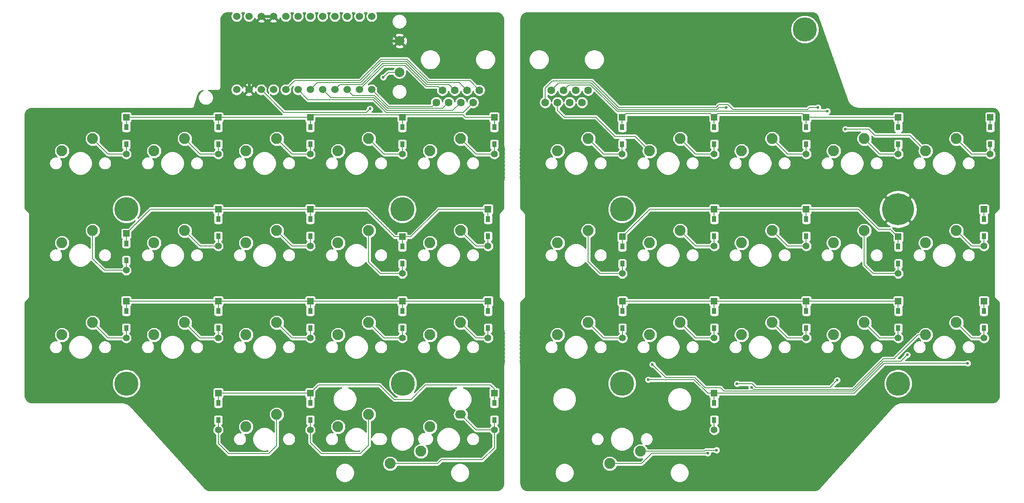
<source format=gbr>
G04 #@! TF.GenerationSoftware,KiCad,Pcbnew,(5.1.6-0-10_14)*
G04 #@! TF.CreationDate,2020-10-19T10:54:39+09:00*
G04 #@! TF.ProjectId,reviung34-split-L,72657669-756e-4673-9334-2d73706c6974,2.0*
G04 #@! TF.SameCoordinates,Original*
G04 #@! TF.FileFunction,Copper,L2,Bot*
G04 #@! TF.FilePolarity,Positive*
%FSLAX46Y46*%
G04 Gerber Fmt 4.6, Leading zero omitted, Abs format (unit mm)*
G04 Created by KiCad (PCBNEW (5.1.6-0-10_14)) date 2020-10-19 10:54:39*
%MOMM*%
%LPD*%
G01*
G04 APERTURE LIST*
G04 #@! TA.AperFunction,ComponentPad*
%ADD10C,1.600000*%
G04 #@! TD*
G04 #@! TA.AperFunction,ComponentPad*
%ADD11C,6.600000*%
G04 #@! TD*
G04 #@! TA.AperFunction,WasherPad*
%ADD12C,5.000000*%
G04 #@! TD*
G04 #@! TA.AperFunction,ComponentPad*
%ADD13C,2.250000*%
G04 #@! TD*
G04 #@! TA.AperFunction,ComponentPad*
%ADD14O,2.250000X1.750000*%
G04 #@! TD*
G04 #@! TA.AperFunction,ComponentPad*
%ADD15C,2.000000*%
G04 #@! TD*
G04 #@! TA.AperFunction,ComponentPad*
%ADD16C,1.524000*%
G04 #@! TD*
G04 #@! TA.AperFunction,SMDPad,CuDef*
%ADD17R,0.950000X1.300000*%
G04 #@! TD*
G04 #@! TA.AperFunction,ComponentPad*
%ADD18R,1.397000X1.397000*%
G04 #@! TD*
G04 #@! TA.AperFunction,ComponentPad*
%ADD19C,1.397000*%
G04 #@! TD*
G04 #@! TA.AperFunction,ViaPad*
%ADD20C,0.600000*%
G04 #@! TD*
G04 #@! TA.AperFunction,Conductor*
%ADD21C,0.200000*%
G04 #@! TD*
G04 #@! TA.AperFunction,Conductor*
%ADD22C,0.600000*%
G04 #@! TD*
G04 #@! TA.AperFunction,Conductor*
%ADD23C,0.254000*%
G04 #@! TD*
G04 APERTURE END LIST*
D10*
X144380000Y-66660000D03*
X143110000Y-69200000D03*
X141840000Y-66660000D03*
X140570000Y-69200000D03*
X139300000Y-66660000D03*
X138030000Y-69200000D03*
X136760000Y-66660000D03*
X135490000Y-69200000D03*
D11*
X231080000Y-91340000D03*
D12*
X211800000Y-54070000D03*
X231080000Y-127440000D03*
X173930000Y-91340000D03*
X173930000Y-127440000D03*
D13*
X177745000Y-141490000D03*
X171395000Y-144030000D03*
D10*
X166920000Y-66660000D03*
X165650000Y-69200000D03*
X164380000Y-66660000D03*
X163110000Y-69200000D03*
X161840000Y-66660000D03*
X160570000Y-69200000D03*
X159300000Y-66660000D03*
X158030000Y-69200000D03*
D13*
X134190000Y-136410000D03*
D14*
X140540000Y-133870000D03*
D13*
X115140000Y-136410000D03*
X121490000Y-133870000D03*
D15*
X127860000Y-56440000D03*
X127860000Y-62940000D03*
D16*
X94162000Y-66548600D03*
X96702000Y-66548600D03*
X99242000Y-66548600D03*
X101782000Y-66548600D03*
X104322000Y-66548600D03*
X106862000Y-66548600D03*
X109402000Y-66548600D03*
X111942000Y-66548600D03*
X114482000Y-66548600D03*
X117022000Y-66548600D03*
X119562000Y-66548600D03*
X122102000Y-66548600D03*
X122102000Y-51328600D03*
X119562000Y-51328600D03*
X117022000Y-51328600D03*
X114482000Y-51328600D03*
X111942000Y-51328600D03*
X109402000Y-51328600D03*
X106862000Y-51328600D03*
X104322000Y-51328600D03*
X101782000Y-51328600D03*
X99242000Y-51328600D03*
X96702000Y-51328600D03*
X94162000Y-51328600D03*
D12*
X128440000Y-91340000D03*
X128570000Y-127440000D03*
X71320000Y-127440000D03*
X71320000Y-91340000D03*
D17*
X71290000Y-74325000D03*
D18*
X71290000Y-72290000D03*
D19*
X71290000Y-79910000D03*
D17*
X71290000Y-77875000D03*
X90340000Y-77875000D03*
D19*
X90340000Y-79910000D03*
D18*
X90340000Y-72290000D03*
D17*
X90340000Y-74325000D03*
X109390000Y-74325000D03*
D18*
X109390000Y-72290000D03*
D19*
X109390000Y-79910000D03*
D17*
X109390000Y-77875000D03*
X128440000Y-77875000D03*
D19*
X128440000Y-79910000D03*
D18*
X128440000Y-72290000D03*
D17*
X128440000Y-74325000D03*
X147490000Y-77875000D03*
D19*
X147490000Y-79910000D03*
D18*
X147490000Y-72290000D03*
D17*
X147490000Y-74325000D03*
X71290000Y-101950000D03*
D19*
X71290000Y-103985000D03*
D18*
X71290000Y-96365000D03*
D17*
X71290000Y-98400000D03*
X90340000Y-96925000D03*
D19*
X90340000Y-98960000D03*
D18*
X90340000Y-91340000D03*
D17*
X90340000Y-93375000D03*
X109390000Y-96925000D03*
D19*
X109390000Y-98960000D03*
D18*
X109390000Y-91340000D03*
D17*
X109390000Y-93375000D03*
X128440000Y-102625000D03*
D19*
X128440000Y-104660000D03*
D18*
X128440000Y-97040000D03*
D17*
X128440000Y-99075000D03*
X146200000Y-96925000D03*
D19*
X146200000Y-98960000D03*
D18*
X146200000Y-91340000D03*
D17*
X146200000Y-93375000D03*
X71290000Y-112425000D03*
D18*
X71290000Y-110390000D03*
D19*
X71290000Y-118010000D03*
D17*
X71290000Y-115975000D03*
X90340000Y-112425000D03*
D18*
X90340000Y-110390000D03*
D19*
X90340000Y-118010000D03*
D17*
X90340000Y-115975000D03*
X109390000Y-112425000D03*
D18*
X109390000Y-110390000D03*
D19*
X109390000Y-118010000D03*
D17*
X109390000Y-115975000D03*
X128440000Y-112425000D03*
D18*
X128440000Y-110390000D03*
D19*
X128440000Y-118010000D03*
D17*
X128440000Y-115975000D03*
X146200000Y-112425000D03*
D18*
X146200000Y-110390000D03*
D19*
X146200000Y-118010000D03*
D17*
X146200000Y-115975000D03*
X90340000Y-131475000D03*
D18*
X90340000Y-129440000D03*
D19*
X90340000Y-137060000D03*
D17*
X90340000Y-135025000D03*
X109390000Y-131475000D03*
D18*
X109390000Y-129440000D03*
D19*
X109390000Y-137060000D03*
D17*
X109390000Y-135025000D03*
X147490000Y-135025000D03*
D19*
X147490000Y-137060000D03*
D18*
X147490000Y-129440000D03*
D17*
X147490000Y-131475000D03*
D13*
X64340000Y-76720000D03*
X57990000Y-79260000D03*
X77040000Y-79260000D03*
X83390000Y-76720000D03*
X102440000Y-76720000D03*
X96090000Y-79260000D03*
X115140000Y-79260000D03*
X121490000Y-76720000D03*
X134190000Y-79260000D03*
X140540000Y-76720000D03*
X57990000Y-98310000D03*
X64340000Y-95770000D03*
X77040000Y-98310000D03*
X83390000Y-95770000D03*
X96090000Y-98310000D03*
X102440000Y-95770000D03*
X115140000Y-98310000D03*
X121490000Y-95770000D03*
X134190000Y-98310000D03*
X140540000Y-95770000D03*
X57990000Y-117360000D03*
X64340000Y-114820000D03*
X83390000Y-114820000D03*
X77040000Y-117360000D03*
X102440000Y-114820000D03*
X96090000Y-117360000D03*
X121490000Y-114820000D03*
X115140000Y-117360000D03*
X140540000Y-114820000D03*
X134190000Y-117360000D03*
X102440000Y-133870000D03*
X96090000Y-136410000D03*
X125935000Y-144030000D03*
X132285000Y-141490000D03*
D17*
X173980000Y-74325000D03*
D18*
X173980000Y-72290000D03*
D19*
X173980000Y-79910000D03*
D17*
X173980000Y-77875000D03*
X193030000Y-77875000D03*
D19*
X193030000Y-79910000D03*
D18*
X193030000Y-72290000D03*
D17*
X193030000Y-74325000D03*
X212080000Y-74325000D03*
D18*
X212080000Y-72290000D03*
D19*
X212080000Y-79910000D03*
D17*
X212080000Y-77875000D03*
X231130000Y-77875000D03*
D19*
X231130000Y-79910000D03*
D18*
X231130000Y-72290000D03*
D17*
X231130000Y-74325000D03*
X173990000Y-99075000D03*
D18*
X173990000Y-97040000D03*
D19*
X173990000Y-104660000D03*
D17*
X173990000Y-102625000D03*
X193030000Y-96925000D03*
D19*
X193030000Y-98960000D03*
D18*
X193030000Y-91340000D03*
D17*
X193030000Y-93375000D03*
X212080000Y-93375000D03*
D18*
X212080000Y-91340000D03*
D19*
X212080000Y-98960000D03*
D17*
X212080000Y-96925000D03*
X231130000Y-102625000D03*
D19*
X231130000Y-104660000D03*
D18*
X231130000Y-97040000D03*
D17*
X231130000Y-99075000D03*
X174030000Y-115975000D03*
D19*
X174030000Y-118010000D03*
D18*
X174030000Y-110390000D03*
D17*
X174030000Y-112425000D03*
X193030000Y-112425000D03*
D18*
X193030000Y-110390000D03*
D19*
X193030000Y-118010000D03*
D17*
X193030000Y-115975000D03*
X212080000Y-115975000D03*
D19*
X212080000Y-118010000D03*
D18*
X212080000Y-110390000D03*
D17*
X212080000Y-112425000D03*
X231130000Y-112425000D03*
D18*
X231130000Y-110390000D03*
D19*
X231130000Y-118010000D03*
D17*
X231130000Y-115975000D03*
X250180000Y-77875000D03*
D19*
X250180000Y-79910000D03*
D18*
X250180000Y-72290000D03*
D17*
X250180000Y-74325000D03*
X248850000Y-93375000D03*
D18*
X248850000Y-91340000D03*
D19*
X248850000Y-98960000D03*
D17*
X248850000Y-96925000D03*
X248850000Y-115975000D03*
D19*
X248850000Y-118010000D03*
D18*
X248850000Y-110390000D03*
D17*
X248850000Y-112425000D03*
X193030000Y-131475000D03*
D18*
X193030000Y-129440000D03*
D19*
X193030000Y-137060000D03*
D17*
X193030000Y-135025000D03*
D13*
X160600000Y-79260000D03*
X166950000Y-76720000D03*
X186000000Y-76720000D03*
X179650000Y-79260000D03*
X205050000Y-76720000D03*
X198700000Y-79260000D03*
X217750000Y-79260000D03*
X224100000Y-76720000D03*
X166950000Y-95770000D03*
X160600000Y-98310000D03*
X179650000Y-98310000D03*
X186000000Y-95770000D03*
X205050000Y-95770000D03*
X198700000Y-98310000D03*
X217750000Y-98310000D03*
X224100000Y-95770000D03*
X160600000Y-117360000D03*
X166950000Y-114820000D03*
X186000000Y-114820000D03*
X179650000Y-117360000D03*
X205050000Y-114820000D03*
X198700000Y-117360000D03*
X217750000Y-117360000D03*
X224100000Y-114820000D03*
X236800000Y-79260000D03*
X243150000Y-76720000D03*
X243150000Y-95770000D03*
X236800000Y-98310000D03*
X243150000Y-114820000D03*
X236800000Y-117360000D03*
D20*
X154500000Y-148000000D03*
X148000000Y-148000000D03*
X214000000Y-148000000D03*
X250000000Y-129500000D03*
X52000000Y-129500000D03*
X88000000Y-148000000D03*
X52000000Y-72000000D03*
X155000000Y-72000000D03*
X148000000Y-52000000D03*
X154500000Y-52000000D03*
X81000000Y-129500000D03*
X224500000Y-129500000D03*
X109500000Y-105000000D03*
X193000000Y-105000000D03*
X219500000Y-70500000D03*
X121750000Y-70500000D03*
X124500000Y-64000000D03*
X245500000Y-123250000D03*
X179375000Y-126625000D03*
X191690000Y-141890000D03*
X214500000Y-70250000D03*
X193500000Y-141250000D03*
X218500000Y-126750000D03*
X197750000Y-127500000D03*
X195500000Y-70250000D03*
X200750000Y-128250000D03*
X233000000Y-121500000D03*
X180250000Y-123500000D03*
X216467151Y-71032849D03*
X220184302Y-74750000D03*
D21*
X67530000Y-79910000D02*
X64340000Y-76720000D01*
X71290000Y-79910000D02*
X67530000Y-79910000D01*
X71290000Y-79910000D02*
X71290000Y-77875000D01*
X147490000Y-74325000D02*
X147490000Y-72290000D01*
X128440000Y-72290000D02*
X128440000Y-74325000D01*
X109390000Y-74325000D02*
X109390000Y-72290000D01*
X90340000Y-74325000D02*
X90340000Y-72290000D01*
X71290000Y-74325000D02*
X71290000Y-72290000D01*
X71290000Y-72290000D02*
X90340000Y-72290000D01*
X90340000Y-72290000D02*
X109390000Y-72290000D01*
X109910002Y-72290000D02*
X109390000Y-72290000D01*
X133897074Y-64699980D02*
X129447094Y-60250000D01*
X142419980Y-64699980D02*
X133897074Y-64699980D01*
X144380000Y-66660000D02*
X142419980Y-64699980D01*
X104322000Y-66548600D02*
X106184021Y-64686579D01*
X106184021Y-64686579D02*
X119647683Y-64686579D01*
X119647683Y-64686579D02*
X124084262Y-60250000D01*
X124084262Y-60250000D02*
X129447094Y-60250000D01*
X128440000Y-72290000D02*
X128290000Y-72290000D01*
X128290000Y-72290000D02*
X127750000Y-71750000D01*
X109930000Y-71750000D02*
X109390000Y-72290000D01*
X127750000Y-71750000D02*
X109930000Y-71750000D01*
X141540000Y-72290000D02*
X147490000Y-72290000D01*
X141000000Y-71750000D02*
X141540000Y-72290000D01*
X129000000Y-71750000D02*
X141000000Y-71750000D01*
X128460000Y-72290000D02*
X129000000Y-71750000D01*
X128440000Y-72290000D02*
X128460000Y-72290000D01*
X86580000Y-79910000D02*
X83390000Y-76720000D01*
X90340000Y-79910000D02*
X86580000Y-79910000D01*
X90340000Y-79910000D02*
X90340000Y-77875000D01*
X105630000Y-79910000D02*
X102440000Y-76720000D01*
X109390000Y-79910000D02*
X105630000Y-79910000D01*
X109390000Y-79910000D02*
X109390000Y-77875000D01*
X128440000Y-77875000D02*
X128440000Y-79910000D01*
X124680000Y-79910000D02*
X121490000Y-76720000D01*
X128440000Y-79910000D02*
X124680000Y-79910000D01*
X143730000Y-79910000D02*
X140540000Y-76720000D01*
X147490000Y-79910000D02*
X143730000Y-79910000D01*
X147490000Y-79910000D02*
X147490000Y-77875000D01*
X71290000Y-103985000D02*
X66735000Y-103985000D01*
X64340000Y-101590000D02*
X64340000Y-95770000D01*
X66735000Y-103985000D02*
X64340000Y-101590000D01*
X71290000Y-103985000D02*
X71290000Y-101950000D01*
X146200000Y-93375000D02*
X146200000Y-91340000D01*
X128440000Y-97040000D02*
X128440000Y-99075000D01*
X71290000Y-98400000D02*
X71290000Y-96365000D01*
X90340000Y-93375000D02*
X90340000Y-91340000D01*
X109390000Y-93375000D02*
X109390000Y-91340000D01*
X109390000Y-91340000D02*
X90340000Y-91340000D01*
X76315000Y-91340000D02*
X71290000Y-96365000D01*
X90340000Y-91340000D02*
X76315000Y-91340000D01*
X108956291Y-68642891D02*
X106862000Y-66548600D01*
X122499197Y-68642891D02*
X108956291Y-68642891D01*
X125106306Y-71250000D02*
X122499197Y-68642891D01*
X141060000Y-71250000D02*
X140750000Y-71250000D01*
X140750000Y-71250000D02*
X125106306Y-71250000D01*
X143110000Y-69200000D02*
X141060000Y-71250000D01*
X140860020Y-71250000D02*
X140750000Y-71250000D01*
X130210000Y-97040000D02*
X135910000Y-91340000D01*
X128440000Y-97040000D02*
X130210000Y-97040000D01*
X146200000Y-91340000D02*
X135910000Y-91340000D01*
X126860000Y-97040000D02*
X121160000Y-91340000D01*
X128440000Y-97040000D02*
X126860000Y-97040000D01*
X121160000Y-91340000D02*
X109390000Y-91340000D01*
X86580000Y-98960000D02*
X83390000Y-95770000D01*
X90340000Y-98960000D02*
X86580000Y-98960000D01*
X90340000Y-98960000D02*
X90340000Y-96925000D01*
X105630000Y-98960000D02*
X102440000Y-95770000D01*
X109390000Y-98960000D02*
X105630000Y-98960000D01*
X109390000Y-98960000D02*
X109390000Y-96925000D01*
X128440000Y-102625000D02*
X128440000Y-104660000D01*
X128440000Y-104660000D02*
X123910000Y-104660000D01*
X121490000Y-102240000D02*
X121490000Y-95770000D01*
X123910000Y-104660000D02*
X121490000Y-102240000D01*
X143730000Y-98960000D02*
X140540000Y-95770000D01*
X146200000Y-98960000D02*
X143730000Y-98960000D01*
X146200000Y-98960000D02*
X146200000Y-96925000D01*
X67530000Y-118010000D02*
X64340000Y-114820000D01*
X71290000Y-118010000D02*
X67530000Y-118010000D01*
X71290000Y-118010000D02*
X71290000Y-115975000D01*
X146200000Y-112425000D02*
X146200000Y-110390000D01*
X128440000Y-110390000D02*
X128440000Y-112425000D01*
X109390000Y-112425000D02*
X109390000Y-110390000D01*
X90340000Y-112425000D02*
X90340000Y-110390000D01*
X71290000Y-112425000D02*
X71290000Y-110390000D01*
X71290000Y-110390000D02*
X90340000Y-110390000D01*
X90340000Y-110390000D02*
X109390000Y-110390000D01*
X109390000Y-110390000D02*
X128440000Y-110390000D01*
X128440000Y-110390000D02*
X146200000Y-110390000D01*
X140279990Y-65099990D02*
X133731386Y-65099990D01*
X133731386Y-65099990D02*
X129331378Y-60699980D01*
X141840000Y-66660000D02*
X140279990Y-65099990D01*
X109402000Y-66548600D02*
X110864011Y-65086589D01*
X119813371Y-65086589D02*
X124199980Y-60699980D01*
X110864011Y-65086589D02*
X119813371Y-65086589D01*
X129331378Y-60699980D02*
X124199980Y-60699980D01*
X86580000Y-118010000D02*
X83390000Y-114820000D01*
X90340000Y-118010000D02*
X86580000Y-118010000D01*
X90340000Y-118010000D02*
X90340000Y-115975000D01*
X105630000Y-118010000D02*
X102440000Y-114820000D01*
X109390000Y-118010000D02*
X105630000Y-118010000D01*
X109390000Y-118010000D02*
X109390000Y-115975000D01*
X128440000Y-115975000D02*
X128440000Y-118010000D01*
X124680000Y-118010000D02*
X121490000Y-114820000D01*
X128440000Y-118010000D02*
X124680000Y-118010000D01*
X143730000Y-118010000D02*
X140540000Y-114820000D01*
X146200000Y-118010000D02*
X143730000Y-118010000D01*
X146200000Y-118010000D02*
X146200000Y-115975000D01*
X90340000Y-139840000D02*
X90340000Y-137060000D01*
X92500000Y-142000000D02*
X90340000Y-139840000D01*
X90340000Y-137060000D02*
X90340000Y-135025000D01*
X102440000Y-140310000D02*
X100750000Y-142000000D01*
X102440000Y-133870000D02*
X102440000Y-140310000D01*
X100750000Y-142000000D02*
X92500000Y-142000000D01*
X147490000Y-131475000D02*
X147490000Y-129440000D01*
X109390000Y-131475000D02*
X109390000Y-129440000D01*
X90340000Y-131475000D02*
X90340000Y-129440000D01*
X133250000Y-127750000D02*
X130250000Y-130750000D01*
X130250000Y-130750000D02*
X126750000Y-130750000D01*
X126750000Y-130750000D02*
X123750000Y-127750000D01*
X111080000Y-127750000D02*
X109390000Y-129440000D01*
X123750000Y-127750000D02*
X111080000Y-127750000D01*
X109390000Y-129440000D02*
X90340000Y-129440000D01*
X146698500Y-127750000D02*
X133250000Y-127750000D01*
X147490000Y-128541500D02*
X146698500Y-127750000D01*
X147490000Y-129440000D02*
X147490000Y-128541500D01*
X113635478Y-68242078D02*
X111942000Y-66548600D01*
X122664082Y-68242078D02*
X113635478Y-68242078D01*
X138920010Y-70849990D02*
X125271994Y-70849990D01*
X125271994Y-70849990D02*
X122664082Y-68242078D01*
X140570000Y-69200000D02*
X138920010Y-70849990D01*
X121490000Y-133870000D02*
X121490000Y-140260000D01*
X121490000Y-140260000D02*
X119750000Y-142000000D01*
X119750000Y-142000000D02*
X111750000Y-142000000D01*
X109390000Y-139640000D02*
X109390000Y-137060000D01*
X111750000Y-142000000D02*
X109390000Y-139640000D01*
X109390000Y-137060000D02*
X109390000Y-135025000D01*
X143730000Y-137060000D02*
X140540000Y-133870000D01*
X147490000Y-137060000D02*
X143730000Y-137060000D01*
X147490000Y-137060000D02*
X147490000Y-135025000D01*
X147490000Y-137060000D02*
X147490000Y-140760000D01*
X147490000Y-140760000D02*
X145000000Y-143250000D01*
X145000000Y-143250000D02*
X136500000Y-143250000D01*
X135720000Y-144030000D02*
X125935000Y-144030000D01*
X136500000Y-143250000D02*
X135720000Y-144030000D01*
X133565698Y-65500000D02*
X138140000Y-65500000D01*
X138140000Y-65500000D02*
X139300000Y-66660000D01*
X129165689Y-61099990D02*
X133565698Y-65500000D01*
X120058303Y-65486599D02*
X124444912Y-61099990D01*
X124444912Y-61099990D02*
X129165689Y-61099990D01*
X115544001Y-65486599D02*
X120058303Y-65486599D01*
X114482000Y-66548600D02*
X115544001Y-65486599D01*
X125437682Y-70449980D02*
X122743851Y-67756149D01*
X122743851Y-67756149D02*
X118229549Y-67756149D01*
X136780020Y-70449980D02*
X125437682Y-70449980D01*
X118229549Y-67756149D02*
X117022000Y-66548600D01*
X138030000Y-69200000D02*
X136780020Y-70449980D01*
X136760000Y-66660000D02*
X136090000Y-66660000D01*
X124610600Y-61500000D02*
X129000000Y-61500000D01*
X119562000Y-66548600D02*
X124610600Y-61500000D01*
X135900010Y-65900010D02*
X133400010Y-65900010D01*
X136660000Y-66660000D02*
X135900010Y-65900010D01*
X133400010Y-65900010D02*
X129000000Y-61500000D01*
X136760000Y-66660000D02*
X136660000Y-66660000D01*
X135490000Y-69200000D02*
X134640030Y-70049970D01*
X125603370Y-70049970D02*
X122102000Y-66548600D01*
X134640030Y-70049970D02*
X125603370Y-70049970D01*
D22*
X96702000Y-53868600D02*
X99242000Y-51328600D01*
X96702000Y-66548600D02*
X96702000Y-53868600D01*
X99242000Y-51328600D02*
X101782000Y-51328600D01*
X106893400Y-56440000D02*
X127860000Y-56440000D01*
X101782000Y-51328600D02*
X106893400Y-56440000D01*
D21*
X127860000Y-62940000D02*
X127810000Y-62940000D01*
X99242000Y-66548600D02*
X103943400Y-71250000D01*
X103943400Y-71250000D02*
X121000000Y-71250000D01*
X121000000Y-71250000D02*
X121750000Y-70500000D01*
X125560000Y-62940000D02*
X124500000Y-64000000D01*
X127860000Y-62940000D02*
X125560000Y-62940000D01*
X231130000Y-74325000D02*
X231130000Y-72290000D01*
X212080000Y-74325000D02*
X212080000Y-72290000D01*
X193030000Y-74325000D02*
X193030000Y-72290000D01*
X173980000Y-74325000D02*
X173980000Y-72290000D01*
X173980000Y-72290000D02*
X173980000Y-72270000D01*
X173980000Y-72270000D02*
X174750000Y-71500000D01*
X192240000Y-71500000D02*
X193030000Y-72290000D01*
X174750000Y-71500000D02*
X192240000Y-71500000D01*
X193030000Y-72290000D02*
X193030000Y-72220000D01*
X193030000Y-72220000D02*
X193750000Y-71500000D01*
X211290000Y-71500000D02*
X212080000Y-72290000D01*
X193750000Y-71500000D02*
X211290000Y-71500000D01*
X231130000Y-72290000D02*
X212080000Y-72290000D01*
X170140000Y-79910000D02*
X166950000Y-76720000D01*
X173980000Y-79910000D02*
X170140000Y-79910000D01*
X173980000Y-79910000D02*
X173980000Y-77875000D01*
X189190000Y-79910000D02*
X186000000Y-76720000D01*
X193030000Y-79910000D02*
X189190000Y-79910000D01*
X193030000Y-79910000D02*
X193030000Y-77875000D01*
X208240000Y-79910000D02*
X205050000Y-76720000D01*
X212080000Y-79910000D02*
X208240000Y-79910000D01*
X212080000Y-79910000D02*
X212080000Y-77875000D01*
X227290000Y-79910000D02*
X224100000Y-76720000D01*
X231130000Y-79910000D02*
X227290000Y-79910000D01*
X231130000Y-79910000D02*
X231130000Y-77875000D01*
X231130000Y-99075000D02*
X231130000Y-97040000D01*
X212080000Y-93375000D02*
X212080000Y-91340000D01*
X193030000Y-93375000D02*
X193030000Y-91340000D01*
X173990000Y-99075000D02*
X173990000Y-97040000D01*
X193030000Y-91340000D02*
X212080000Y-91340000D01*
X231130000Y-97040000D02*
X231210000Y-97040000D01*
X173990000Y-97040000D02*
X173990000Y-97010000D01*
X179660000Y-91340000D02*
X193030000Y-91340000D01*
X173990000Y-97010000D02*
X179660000Y-91340000D01*
X231130000Y-97040000D02*
X231130000Y-96880000D01*
X231130000Y-97040000D02*
X231040000Y-97040000D01*
X231040000Y-97040000D02*
X229500000Y-95500000D01*
X229500000Y-95500000D02*
X227000000Y-95500000D01*
X227000000Y-95500000D02*
X222840000Y-91340000D01*
X222840000Y-91340000D02*
X212080000Y-91340000D01*
X173990000Y-104660000D02*
X169410000Y-104660000D01*
X166950000Y-102200000D02*
X166950000Y-95770000D01*
X169410000Y-104660000D02*
X166950000Y-102200000D01*
X173990000Y-104660000D02*
X173990000Y-102625000D01*
X189190000Y-98960000D02*
X186000000Y-95770000D01*
X193030000Y-98960000D02*
X189190000Y-98960000D01*
X193030000Y-98960000D02*
X193030000Y-96925000D01*
X208240000Y-98960000D02*
X205050000Y-95770000D01*
X212080000Y-98960000D02*
X208240000Y-98960000D01*
X212080000Y-98960000D02*
X212080000Y-96925000D01*
X231130000Y-104660000D02*
X225910000Y-104660000D01*
X224100000Y-102850000D02*
X224100000Y-95770000D01*
X225910000Y-104660000D02*
X224100000Y-102850000D01*
X231130000Y-104660000D02*
X231130000Y-102625000D01*
X170140000Y-118010000D02*
X166950000Y-114820000D01*
X174030000Y-118010000D02*
X170140000Y-118010000D01*
X174030000Y-118010000D02*
X174030000Y-115975000D01*
X231130000Y-112425000D02*
X231130000Y-110390000D01*
X212080000Y-112425000D02*
X212080000Y-110390000D01*
X193030000Y-112425000D02*
X193030000Y-110390000D01*
X174030000Y-112425000D02*
X174030000Y-110390000D01*
X174030000Y-110390000D02*
X193030000Y-110390000D01*
X193030000Y-110390000D02*
X212080000Y-110390000D01*
X212080000Y-110390000D02*
X231130000Y-110390000D01*
X189190000Y-118010000D02*
X186000000Y-114820000D01*
X193030000Y-118010000D02*
X189190000Y-118010000D01*
X193030000Y-118010000D02*
X193030000Y-115975000D01*
X208240000Y-118010000D02*
X205050000Y-114820000D01*
X212080000Y-118010000D02*
X208240000Y-118010000D01*
X212080000Y-118010000D02*
X212080000Y-115975000D01*
X227290000Y-118010000D02*
X224100000Y-114820000D01*
X231130000Y-118010000D02*
X227290000Y-118010000D01*
X231130000Y-118010000D02*
X231130000Y-115975000D01*
X246340000Y-79910000D02*
X243150000Y-76720000D01*
X250180000Y-79910000D02*
X246340000Y-79910000D01*
X250180000Y-79910000D02*
X250180000Y-77875000D01*
X248850000Y-112425000D02*
X248850000Y-110390000D01*
X248850000Y-93375000D02*
X248850000Y-91340000D01*
X250180000Y-74325000D02*
X250180000Y-72290000D01*
X193030000Y-131475000D02*
X193030000Y-129440000D01*
X245500000Y-123250000D02*
X228250000Y-123250000D01*
X193030000Y-129440000D02*
X191690000Y-129440000D01*
X188875000Y-126625000D02*
X179375000Y-126625000D01*
X191690000Y-129440000D02*
X188875000Y-126625000D01*
X222060000Y-129440000D02*
X225000000Y-126500000D01*
X193030000Y-129440000D02*
X222060000Y-129440000D01*
X225000000Y-126500000D02*
X228250000Y-123250000D01*
X224750000Y-126750000D02*
X225000000Y-126500000D01*
X246340000Y-98960000D02*
X243150000Y-95770000D01*
X248850000Y-98960000D02*
X246340000Y-98960000D01*
X248850000Y-98960000D02*
X248850000Y-96925000D01*
X246340000Y-118010000D02*
X243150000Y-114820000D01*
X248850000Y-118010000D02*
X246340000Y-118010000D01*
X248850000Y-118010000D02*
X248850000Y-115975000D01*
X193030000Y-137060000D02*
X193030000Y-135025000D01*
X177970000Y-144030000D02*
X180109990Y-141890010D01*
X171395000Y-144030000D02*
X177970000Y-144030000D01*
X189640020Y-141890000D02*
X189640010Y-141890010D01*
X191690000Y-141890000D02*
X189640020Y-141890000D01*
X189640010Y-141890010D02*
X189859991Y-141890010D01*
X180109990Y-141890010D02*
X189640010Y-141890010D01*
X217750000Y-79260000D02*
X217760000Y-79260000D01*
X212750000Y-70250000D02*
X214500000Y-70250000D01*
X194034303Y-69649999D02*
X195899999Y-69649999D01*
X196882839Y-70632839D02*
X212367161Y-70632839D01*
X193451473Y-70232829D02*
X194034303Y-69649999D01*
X212367161Y-70632839D02*
X212750000Y-70250000D01*
X158030000Y-69200000D02*
X158030000Y-66301998D01*
X173267538Y-70232829D02*
X193451473Y-70232829D01*
X195899999Y-69649999D02*
X196882839Y-70632839D01*
X159572019Y-64759979D02*
X167794688Y-64759979D01*
X167794688Y-64759979D02*
X173267538Y-70232829D01*
X158030000Y-66301998D02*
X159572019Y-64759979D01*
X177745000Y-141490000D02*
X191010000Y-141490000D01*
X191010000Y-141490000D02*
X191250000Y-141250000D01*
X191250000Y-141250000D02*
X193500000Y-141250000D01*
X200888002Y-127500000D02*
X201627972Y-128239970D01*
X201627972Y-128239970D02*
X217010030Y-128239970D01*
X217010030Y-128239970D02*
X218500000Y-126750000D01*
X197750000Y-127500000D02*
X197750000Y-127500000D01*
X197750000Y-127500000D02*
X200888002Y-127500000D01*
X195500000Y-70250000D02*
X194000000Y-70250000D01*
X194000000Y-70250000D02*
X193617161Y-70632839D01*
X160800011Y-65159989D02*
X167629000Y-65159989D01*
X159300000Y-66660000D02*
X160800011Y-65159989D01*
X167629000Y-65159989D02*
X173101850Y-70632839D01*
X176367161Y-70632839D02*
X176132839Y-70632839D01*
X173101850Y-70632839D02*
X176367161Y-70632839D01*
X193617161Y-70632839D02*
X176367161Y-70632839D01*
X235209010Y-117360000D02*
X230250000Y-122319010D01*
X236800000Y-117360000D02*
X235209010Y-117360000D01*
X230250000Y-122319010D02*
X228049593Y-122319010D01*
X228049593Y-122319010D02*
X221728623Y-128639980D01*
X201139980Y-128639980D02*
X200750000Y-128250000D01*
X221728623Y-128639980D02*
X201139980Y-128639980D01*
X176640000Y-76250000D02*
X179650000Y-79260000D01*
X172500000Y-76250000D02*
X176640000Y-76250000D01*
X168500000Y-72250000D02*
X172500000Y-76250000D01*
X162000000Y-72250000D02*
X168500000Y-72250000D01*
X160570000Y-70820000D02*
X162000000Y-72250000D01*
X160570000Y-69200000D02*
X160570000Y-70820000D01*
X189040689Y-126224990D02*
X182974990Y-126224990D01*
X191157849Y-128342151D02*
X189040689Y-126224990D01*
X233000000Y-121500000D02*
X231650010Y-122849990D01*
X195039990Y-129039990D02*
X194342151Y-128342151D01*
X221894312Y-129039990D02*
X195039990Y-129039990D01*
X194342151Y-128342151D02*
X191157849Y-128342151D01*
X231650010Y-122849990D02*
X228084311Y-122849990D01*
X228084311Y-122849990D02*
X221894312Y-129039990D01*
X182974990Y-126224990D02*
X180250000Y-123500000D01*
X162940001Y-65559999D02*
X161840000Y-66660000D01*
X167448001Y-65559999D02*
X162940001Y-65559999D01*
X172920851Y-71032849D02*
X167448001Y-65559999D01*
X216467151Y-71032849D02*
X172920851Y-71032849D01*
X233540000Y-76000000D02*
X236800000Y-79260000D01*
X225000000Y-74750000D02*
X226250000Y-76000000D01*
X226250000Y-76000000D02*
X233540000Y-76000000D01*
X220184302Y-74750000D02*
X225000000Y-74750000D01*
D23*
G36*
X93064012Y-50741713D02*
G01*
X92970614Y-50967197D01*
X92923000Y-51206569D01*
X92923000Y-51450631D01*
X92970614Y-51690003D01*
X93064012Y-51915487D01*
X93199606Y-52118416D01*
X93372184Y-52290994D01*
X93575113Y-52426588D01*
X93800597Y-52519986D01*
X94039969Y-52567600D01*
X94284031Y-52567600D01*
X94523403Y-52519986D01*
X94748887Y-52426588D01*
X94951816Y-52290994D01*
X95124394Y-52118416D01*
X95259988Y-51915487D01*
X95353386Y-51690003D01*
X95401000Y-51450631D01*
X95401000Y-51206569D01*
X95353386Y-50967197D01*
X95259988Y-50741713D01*
X95162672Y-50596070D01*
X95701328Y-50596070D01*
X95604012Y-50741713D01*
X95510614Y-50967197D01*
X95463000Y-51206569D01*
X95463000Y-51450631D01*
X95510614Y-51690003D01*
X95604012Y-51915487D01*
X95739606Y-52118416D01*
X95912184Y-52290994D01*
X96115113Y-52426588D01*
X96340597Y-52519986D01*
X96579969Y-52567600D01*
X96824031Y-52567600D01*
X97063403Y-52519986D01*
X97288887Y-52426588D01*
X97487070Y-52294165D01*
X98456040Y-52294165D01*
X98523020Y-52534256D01*
X98772048Y-52651356D01*
X99039135Y-52717623D01*
X99314017Y-52730510D01*
X99586133Y-52689522D01*
X99845023Y-52596236D01*
X99960980Y-52534256D01*
X100027960Y-52294165D01*
X100996040Y-52294165D01*
X101063020Y-52534256D01*
X101312048Y-52651356D01*
X101579135Y-52717623D01*
X101854017Y-52730510D01*
X102126133Y-52689522D01*
X102385023Y-52596236D01*
X102500980Y-52534256D01*
X102567960Y-52294165D01*
X101782000Y-51508205D01*
X100996040Y-52294165D01*
X100027960Y-52294165D01*
X99242000Y-51508205D01*
X98456040Y-52294165D01*
X97487070Y-52294165D01*
X97491816Y-52290994D01*
X97664394Y-52118416D01*
X97799988Y-51915487D01*
X97890132Y-51697859D01*
X97974364Y-51931623D01*
X98036344Y-52047580D01*
X98276435Y-52114560D01*
X99062395Y-51328600D01*
X99048253Y-51314458D01*
X99227858Y-51134853D01*
X99242000Y-51148995D01*
X99256143Y-51134853D01*
X99435748Y-51314458D01*
X99421605Y-51328600D01*
X100207565Y-52114560D01*
X100447656Y-52047580D01*
X100509079Y-51916956D01*
X100514364Y-51931623D01*
X100576344Y-52047580D01*
X100816435Y-52114560D01*
X101602395Y-51328600D01*
X101588253Y-51314458D01*
X101767858Y-51134853D01*
X101782000Y-51148995D01*
X101796143Y-51134853D01*
X101975748Y-51314458D01*
X101961605Y-51328600D01*
X102747565Y-52114560D01*
X102987656Y-52047580D01*
X103104756Y-51798552D01*
X103131286Y-51691625D01*
X103224012Y-51915487D01*
X103359606Y-52118416D01*
X103532184Y-52290994D01*
X103735113Y-52426588D01*
X103960597Y-52519986D01*
X104199969Y-52567600D01*
X104444031Y-52567600D01*
X104683403Y-52519986D01*
X104908887Y-52426588D01*
X105111816Y-52290994D01*
X105284394Y-52118416D01*
X105419988Y-51915487D01*
X105513386Y-51690003D01*
X105561000Y-51450631D01*
X105561000Y-51206569D01*
X105513386Y-50967197D01*
X105419988Y-50741713D01*
X105322672Y-50596070D01*
X105861328Y-50596070D01*
X105764012Y-50741713D01*
X105670614Y-50967197D01*
X105623000Y-51206569D01*
X105623000Y-51450631D01*
X105670614Y-51690003D01*
X105764012Y-51915487D01*
X105899606Y-52118416D01*
X106072184Y-52290994D01*
X106275113Y-52426588D01*
X106500597Y-52519986D01*
X106739969Y-52567600D01*
X106984031Y-52567600D01*
X107223403Y-52519986D01*
X107448887Y-52426588D01*
X107651816Y-52290994D01*
X107824394Y-52118416D01*
X107959988Y-51915487D01*
X108053386Y-51690003D01*
X108101000Y-51450631D01*
X108101000Y-51206569D01*
X108053386Y-50967197D01*
X107959988Y-50741713D01*
X107862672Y-50596070D01*
X108401328Y-50596070D01*
X108304012Y-50741713D01*
X108210614Y-50967197D01*
X108163000Y-51206569D01*
X108163000Y-51450631D01*
X108210614Y-51690003D01*
X108304012Y-51915487D01*
X108439606Y-52118416D01*
X108612184Y-52290994D01*
X108815113Y-52426588D01*
X109040597Y-52519986D01*
X109279969Y-52567600D01*
X109524031Y-52567600D01*
X109763403Y-52519986D01*
X109988887Y-52426588D01*
X110191816Y-52290994D01*
X110364394Y-52118416D01*
X110499988Y-51915487D01*
X110593386Y-51690003D01*
X110641000Y-51450631D01*
X110641000Y-51206569D01*
X110593386Y-50967197D01*
X110499988Y-50741713D01*
X110402672Y-50596070D01*
X110941328Y-50596070D01*
X110844012Y-50741713D01*
X110750614Y-50967197D01*
X110703000Y-51206569D01*
X110703000Y-51450631D01*
X110750614Y-51690003D01*
X110844012Y-51915487D01*
X110979606Y-52118416D01*
X111152184Y-52290994D01*
X111355113Y-52426588D01*
X111580597Y-52519986D01*
X111819969Y-52567600D01*
X112064031Y-52567600D01*
X112303403Y-52519986D01*
X112528887Y-52426588D01*
X112731816Y-52290994D01*
X112904394Y-52118416D01*
X113039988Y-51915487D01*
X113133386Y-51690003D01*
X113181000Y-51450631D01*
X113181000Y-51206569D01*
X113133386Y-50967197D01*
X113039988Y-50741713D01*
X112942672Y-50596070D01*
X113481328Y-50596070D01*
X113384012Y-50741713D01*
X113290614Y-50967197D01*
X113243000Y-51206569D01*
X113243000Y-51450631D01*
X113290614Y-51690003D01*
X113384012Y-51915487D01*
X113519606Y-52118416D01*
X113692184Y-52290994D01*
X113895113Y-52426588D01*
X114120597Y-52519986D01*
X114359969Y-52567600D01*
X114604031Y-52567600D01*
X114843403Y-52519986D01*
X115068887Y-52426588D01*
X115271816Y-52290994D01*
X115444394Y-52118416D01*
X115579988Y-51915487D01*
X115673386Y-51690003D01*
X115721000Y-51450631D01*
X115721000Y-51206569D01*
X115673386Y-50967197D01*
X115579988Y-50741713D01*
X115482672Y-50596070D01*
X116021328Y-50596070D01*
X115924012Y-50741713D01*
X115830614Y-50967197D01*
X115783000Y-51206569D01*
X115783000Y-51450631D01*
X115830614Y-51690003D01*
X115924012Y-51915487D01*
X116059606Y-52118416D01*
X116232184Y-52290994D01*
X116435113Y-52426588D01*
X116660597Y-52519986D01*
X116899969Y-52567600D01*
X117144031Y-52567600D01*
X117383403Y-52519986D01*
X117608887Y-52426588D01*
X117811816Y-52290994D01*
X117984394Y-52118416D01*
X118119988Y-51915487D01*
X118213386Y-51690003D01*
X118261000Y-51450631D01*
X118261000Y-51206569D01*
X118213386Y-50967197D01*
X118119988Y-50741713D01*
X118022672Y-50596070D01*
X118561328Y-50596070D01*
X118464012Y-50741713D01*
X118370614Y-50967197D01*
X118323000Y-51206569D01*
X118323000Y-51450631D01*
X118370614Y-51690003D01*
X118464012Y-51915487D01*
X118599606Y-52118416D01*
X118772184Y-52290994D01*
X118975113Y-52426588D01*
X119200597Y-52519986D01*
X119439969Y-52567600D01*
X119684031Y-52567600D01*
X119923403Y-52519986D01*
X120148887Y-52426588D01*
X120351816Y-52290994D01*
X120524394Y-52118416D01*
X120659988Y-51915487D01*
X120753386Y-51690003D01*
X120801000Y-51450631D01*
X120801000Y-51206569D01*
X120753386Y-50967197D01*
X120659988Y-50741713D01*
X120562672Y-50596070D01*
X121101328Y-50596070D01*
X121004012Y-50741713D01*
X120910614Y-50967197D01*
X120863000Y-51206569D01*
X120863000Y-51450631D01*
X120910614Y-51690003D01*
X121004012Y-51915487D01*
X121139606Y-52118416D01*
X121312184Y-52290994D01*
X121515113Y-52426588D01*
X121740597Y-52519986D01*
X121979969Y-52567600D01*
X122224031Y-52567600D01*
X122463403Y-52519986D01*
X122688887Y-52426588D01*
X122891816Y-52290994D01*
X122918131Y-52264679D01*
X126273000Y-52264679D01*
X126273000Y-52575321D01*
X126333604Y-52879994D01*
X126452481Y-53166989D01*
X126625064Y-53425279D01*
X126844721Y-53644936D01*
X127103011Y-53817519D01*
X127390006Y-53936396D01*
X127694679Y-53997000D01*
X128005321Y-53997000D01*
X128309994Y-53936396D01*
X128596989Y-53817519D01*
X128855279Y-53644936D01*
X129074936Y-53425279D01*
X129247519Y-53166989D01*
X129366396Y-52879994D01*
X129427000Y-52575321D01*
X129427000Y-52264679D01*
X129366396Y-51960006D01*
X129247519Y-51673011D01*
X129074936Y-51414721D01*
X128855279Y-51195064D01*
X128596989Y-51022481D01*
X128309994Y-50903604D01*
X128005321Y-50843000D01*
X127694679Y-50843000D01*
X127390006Y-50903604D01*
X127103011Y-51022481D01*
X126844721Y-51195064D01*
X126625064Y-51414721D01*
X126452481Y-51673011D01*
X126333604Y-51960006D01*
X126273000Y-52264679D01*
X122918131Y-52264679D01*
X123064394Y-52118416D01*
X123199988Y-51915487D01*
X123293386Y-51690003D01*
X123341000Y-51450631D01*
X123341000Y-51206569D01*
X123293386Y-50967197D01*
X123199988Y-50741713D01*
X123102672Y-50596070D01*
X147903896Y-50596070D01*
X147986843Y-50598167D01*
X148061827Y-50603869D01*
X148135558Y-50613238D01*
X148201542Y-50625022D01*
X148348742Y-50662870D01*
X148483640Y-50712244D01*
X148612127Y-50774140D01*
X148733498Y-50847874D01*
X148846962Y-50932721D01*
X148951717Y-51027929D01*
X149046914Y-51132671D01*
X149131771Y-51246151D01*
X149205502Y-51367516D01*
X149267395Y-51495999D01*
X149316772Y-51630907D01*
X149354620Y-51778105D01*
X149366403Y-51844086D01*
X149375772Y-51917818D01*
X149381474Y-51992802D01*
X149383572Y-52075758D01*
X149383507Y-78009978D01*
X149388347Y-78059340D01*
X149392842Y-78108729D01*
X149393364Y-78110502D01*
X149393544Y-78112340D01*
X149407888Y-78159851D01*
X149421881Y-78207397D01*
X149422735Y-78209031D01*
X149423270Y-78210802D01*
X149446552Y-78254588D01*
X149469532Y-78298545D01*
X149470691Y-78299987D01*
X149471557Y-78301615D01*
X149487362Y-78320994D01*
X149463000Y-78443472D01*
X149463000Y-78596528D01*
X149492859Y-78746643D01*
X149551431Y-78888048D01*
X149576133Y-78925017D01*
X149541431Y-78976952D01*
X149482859Y-79118357D01*
X149453000Y-79268472D01*
X149453000Y-79421528D01*
X149482859Y-79571643D01*
X149541431Y-79713048D01*
X149571133Y-79757500D01*
X149541431Y-79801952D01*
X149482859Y-79943357D01*
X149453000Y-80093472D01*
X149453000Y-80246528D01*
X149482859Y-80396643D01*
X149541431Y-80538048D01*
X149571133Y-80582500D01*
X149541431Y-80626952D01*
X149482859Y-80768357D01*
X149453000Y-80918472D01*
X149453000Y-81071528D01*
X149482859Y-81221643D01*
X149541431Y-81363048D01*
X149571133Y-81407500D01*
X149541431Y-81451952D01*
X149482859Y-81593357D01*
X149453000Y-81743472D01*
X149453000Y-81896528D01*
X149482859Y-82046643D01*
X149541431Y-82188048D01*
X149571133Y-82232500D01*
X149541431Y-82276952D01*
X149482859Y-82418357D01*
X149453000Y-82568472D01*
X149453000Y-82721528D01*
X149482859Y-82871643D01*
X149541431Y-83013048D01*
X149571133Y-83057500D01*
X149541431Y-83101952D01*
X149482859Y-83243357D01*
X149453000Y-83393472D01*
X149453000Y-83546528D01*
X149482859Y-83696643D01*
X149541431Y-83838048D01*
X149571133Y-83882500D01*
X149541431Y-83926952D01*
X149482859Y-84068357D01*
X149453000Y-84218472D01*
X149453000Y-84371528D01*
X149482859Y-84521643D01*
X149541431Y-84663048D01*
X149571133Y-84707500D01*
X149541431Y-84751952D01*
X149482859Y-84893357D01*
X149453000Y-85043472D01*
X149453000Y-85196528D01*
X149478649Y-85325477D01*
X149470203Y-85335768D01*
X149421268Y-85427320D01*
X149391133Y-85526660D01*
X149380958Y-85629970D01*
X149383508Y-85655859D01*
X149383487Y-91194863D01*
X148588212Y-92063551D01*
X148577118Y-92072655D01*
X148553239Y-92101752D01*
X148545382Y-92110334D01*
X148536821Y-92121757D01*
X148511262Y-92152901D01*
X148505744Y-92163224D01*
X148498722Y-92172594D01*
X148481313Y-92208932D01*
X148462327Y-92244453D01*
X148458928Y-92255656D01*
X148453870Y-92266215D01*
X148443887Y-92305242D01*
X148432192Y-92343793D01*
X148431045Y-92355443D01*
X148428143Y-92366786D01*
X148425965Y-92407021D01*
X148424566Y-92421222D01*
X148424566Y-92432855D01*
X148422531Y-92470443D01*
X148424566Y-92484651D01*
X148424565Y-109394438D01*
X148422310Y-109411492D01*
X148424565Y-109446202D01*
X148424565Y-109455000D01*
X148426244Y-109472052D01*
X148429040Y-109515082D01*
X148431324Y-109523625D01*
X148432191Y-109532429D01*
X148444713Y-109573708D01*
X148455851Y-109615370D01*
X148459758Y-109623305D01*
X148462326Y-109631769D01*
X148482666Y-109669824D01*
X148501712Y-109708500D01*
X148507088Y-109715514D01*
X148511261Y-109723322D01*
X148538643Y-109756688D01*
X148549040Y-109770253D01*
X148555036Y-109776663D01*
X148577117Y-109803568D01*
X148590423Y-109814488D01*
X149383487Y-110662204D01*
X149383508Y-116084090D01*
X149380958Y-116109979D01*
X149391133Y-116213289D01*
X149421268Y-116312629D01*
X149470203Y-116404181D01*
X149483504Y-116420388D01*
X149463000Y-116523472D01*
X149463000Y-116676528D01*
X149492859Y-116826643D01*
X149551431Y-116968048D01*
X149576133Y-117005017D01*
X149541431Y-117056952D01*
X149482859Y-117198357D01*
X149453000Y-117348472D01*
X149453000Y-117501528D01*
X149482859Y-117651643D01*
X149541431Y-117793048D01*
X149571133Y-117837500D01*
X149541431Y-117881952D01*
X149482859Y-118023357D01*
X149453000Y-118173472D01*
X149453000Y-118326528D01*
X149482859Y-118476643D01*
X149541431Y-118618048D01*
X149571133Y-118662500D01*
X149541431Y-118706952D01*
X149482859Y-118848357D01*
X149453000Y-118998472D01*
X149453000Y-119151528D01*
X149482859Y-119301643D01*
X149541431Y-119443048D01*
X149571133Y-119487500D01*
X149541431Y-119531952D01*
X149482859Y-119673357D01*
X149453000Y-119823472D01*
X149453000Y-119976528D01*
X149482859Y-120126643D01*
X149541431Y-120268048D01*
X149571133Y-120312500D01*
X149541431Y-120356952D01*
X149482859Y-120498357D01*
X149453000Y-120648472D01*
X149453000Y-120801528D01*
X149482859Y-120951643D01*
X149541431Y-121093048D01*
X149571133Y-121137500D01*
X149541431Y-121181952D01*
X149482859Y-121323357D01*
X149453000Y-121473472D01*
X149453000Y-121626528D01*
X149482859Y-121776643D01*
X149541431Y-121918048D01*
X149571133Y-121962500D01*
X149541431Y-122006952D01*
X149482859Y-122148357D01*
X149453000Y-122298472D01*
X149453000Y-122451528D01*
X149482859Y-122601643D01*
X149541431Y-122743048D01*
X149571133Y-122787500D01*
X149541431Y-122831952D01*
X149482859Y-122973357D01*
X149453000Y-123123472D01*
X149453000Y-123276528D01*
X149482380Y-123424237D01*
X149475671Y-123432233D01*
X149474780Y-123433853D01*
X149473604Y-123435275D01*
X149450017Y-123478898D01*
X149426122Y-123522364D01*
X149425564Y-123524124D01*
X149424685Y-123525749D01*
X149410018Y-123573132D01*
X149395023Y-123620402D01*
X149394817Y-123622238D01*
X149394271Y-123624002D01*
X149389092Y-123673280D01*
X149383558Y-123722613D01*
X149383533Y-123726164D01*
X149383520Y-123726291D01*
X149383532Y-123726419D01*
X149383507Y-123729971D01*
X149383572Y-148115283D01*
X149381473Y-148198249D01*
X149375764Y-148273283D01*
X149366384Y-148347058D01*
X149354585Y-148413086D01*
X149316695Y-148560358D01*
X149267265Y-148695330D01*
X149205305Y-148823866D01*
X149131497Y-148945274D01*
X149046556Y-149058778D01*
X148951260Y-149163544D01*
X148846404Y-149258755D01*
X148732838Y-149343586D01*
X148611360Y-149417291D01*
X148482769Y-149479138D01*
X148347754Y-149528451D01*
X148200449Y-149566212D01*
X148134424Y-149577950D01*
X148060639Y-149587266D01*
X147985601Y-149592909D01*
X147902376Y-149594942D01*
X88642322Y-149594964D01*
X88557471Y-149592722D01*
X88480218Y-149586596D01*
X88403751Y-149576469D01*
X88328156Y-149562399D01*
X88253581Y-149544450D01*
X88180195Y-149522690D01*
X88108092Y-149497169D01*
X88037495Y-149467977D01*
X87968457Y-149435142D01*
X87901211Y-149398768D01*
X87835856Y-149358897D01*
X87772549Y-149315602D01*
X87711428Y-149268943D01*
X87652638Y-149218984D01*
X87596319Y-149165786D01*
X87537754Y-149104312D01*
X84496132Y-145737919D01*
X114567750Y-145737919D01*
X114567750Y-146132081D01*
X114644647Y-146518670D01*
X114795487Y-146882829D01*
X115014472Y-147210563D01*
X115293187Y-147489278D01*
X115620921Y-147708263D01*
X115985080Y-147859103D01*
X116371669Y-147936000D01*
X116765831Y-147936000D01*
X117152420Y-147859103D01*
X117516579Y-147708263D01*
X117844313Y-147489278D01*
X118123028Y-147210563D01*
X118342013Y-146882829D01*
X118492853Y-146518670D01*
X118569750Y-146132081D01*
X118569750Y-145737919D01*
X138380250Y-145737919D01*
X138380250Y-146132081D01*
X138457147Y-146518670D01*
X138607987Y-146882829D01*
X138826972Y-147210563D01*
X139105687Y-147489278D01*
X139433421Y-147708263D01*
X139797580Y-147859103D01*
X140184169Y-147936000D01*
X140578331Y-147936000D01*
X140964920Y-147859103D01*
X141329079Y-147708263D01*
X141656813Y-147489278D01*
X141935528Y-147210563D01*
X142154513Y-146882829D01*
X142305353Y-146518670D01*
X142382250Y-146132081D01*
X142382250Y-145737919D01*
X142305353Y-145351330D01*
X142154513Y-144987171D01*
X141935528Y-144659437D01*
X141656813Y-144380722D01*
X141329079Y-144161737D01*
X140964920Y-144010897D01*
X140578331Y-143934000D01*
X140184169Y-143934000D01*
X139797580Y-144010897D01*
X139433421Y-144161737D01*
X139105687Y-144380722D01*
X138826972Y-144659437D01*
X138607987Y-144987171D01*
X138457147Y-145351330D01*
X138380250Y-145737919D01*
X118569750Y-145737919D01*
X118492853Y-145351330D01*
X118342013Y-144987171D01*
X118123028Y-144659437D01*
X117844313Y-144380722D01*
X117516579Y-144161737D01*
X117152420Y-144010897D01*
X116765831Y-143934000D01*
X116371669Y-143934000D01*
X115985080Y-144010897D01*
X115620921Y-144161737D01*
X115293187Y-144380722D01*
X115014472Y-144659437D01*
X114795487Y-144987171D01*
X114644647Y-145351330D01*
X114567750Y-145737919D01*
X84496132Y-145737919D01*
X76550800Y-136944223D01*
X89164500Y-136944223D01*
X89164500Y-137175777D01*
X89209674Y-137402881D01*
X89298285Y-137616808D01*
X89426929Y-137809338D01*
X89590662Y-137973071D01*
X89763001Y-138088224D01*
X89763000Y-139811669D01*
X89760210Y-139840000D01*
X89771349Y-139953111D01*
X89785624Y-140000167D01*
X89804343Y-140061875D01*
X89857921Y-140162114D01*
X89930026Y-140249974D01*
X89952038Y-140268039D01*
X92071961Y-142387962D01*
X92090026Y-142409974D01*
X92177885Y-142482079D01*
X92278124Y-142535657D01*
X92386888Y-142568650D01*
X92471664Y-142577000D01*
X92471670Y-142577000D01*
X92499999Y-142579790D01*
X92528328Y-142577000D01*
X100721669Y-142577000D01*
X100750000Y-142579790D01*
X100778331Y-142577000D01*
X100778336Y-142577000D01*
X100808045Y-142574074D01*
X100863111Y-142568651D01*
X100907770Y-142555103D01*
X100971876Y-142535657D01*
X101072115Y-142482079D01*
X101159974Y-142409974D01*
X101178039Y-142387962D01*
X102827962Y-140738039D01*
X102849974Y-140719974D01*
X102922079Y-140632115D01*
X102975657Y-140531876D01*
X102993517Y-140473000D01*
X103008651Y-140423112D01*
X103014363Y-140365114D01*
X103017000Y-140338336D01*
X103017000Y-140338331D01*
X103019790Y-140310000D01*
X103017000Y-140281669D01*
X103017000Y-138816840D01*
X103628000Y-138816840D01*
X103628000Y-139083160D01*
X103679956Y-139344364D01*
X103781873Y-139590412D01*
X103929833Y-139811850D01*
X104118150Y-140000167D01*
X104339588Y-140148127D01*
X104585636Y-140250044D01*
X104846840Y-140302000D01*
X105113160Y-140302000D01*
X105374364Y-140250044D01*
X105620412Y-140148127D01*
X105841850Y-140000167D01*
X106030167Y-139811850D01*
X106178127Y-139590412D01*
X106280044Y-139344364D01*
X106332000Y-139083160D01*
X106332000Y-138816840D01*
X106280044Y-138555636D01*
X106178127Y-138309588D01*
X106030167Y-138088150D01*
X105841850Y-137899833D01*
X105620412Y-137751873D01*
X105374364Y-137649956D01*
X105113160Y-137598000D01*
X104846840Y-137598000D01*
X104585636Y-137649956D01*
X104339588Y-137751873D01*
X104118150Y-137899833D01*
X103929833Y-138088150D01*
X103781873Y-138309588D01*
X103679956Y-138555636D01*
X103628000Y-138816840D01*
X103017000Y-138816840D01*
X103017000Y-136944223D01*
X108214500Y-136944223D01*
X108214500Y-137175777D01*
X108259674Y-137402881D01*
X108348285Y-137616808D01*
X108476929Y-137809338D01*
X108640662Y-137973071D01*
X108813001Y-138088224D01*
X108813000Y-139611669D01*
X108810210Y-139640000D01*
X108813000Y-139668331D01*
X108813000Y-139668335D01*
X108814170Y-139680209D01*
X108821349Y-139753111D01*
X108828876Y-139777922D01*
X108854343Y-139861875D01*
X108907921Y-139962114D01*
X108980026Y-140049974D01*
X109002038Y-140068039D01*
X111321965Y-142387967D01*
X111340026Y-142409974D01*
X111362033Y-142428035D01*
X111362035Y-142428037D01*
X111381980Y-142444405D01*
X111427885Y-142482079D01*
X111528124Y-142535657D01*
X111572782Y-142549204D01*
X111636888Y-142568651D01*
X111697971Y-142574666D01*
X111721664Y-142577000D01*
X111721668Y-142577000D01*
X111749999Y-142579790D01*
X111778330Y-142577000D01*
X119721669Y-142577000D01*
X119750000Y-142579790D01*
X119778331Y-142577000D01*
X119778336Y-142577000D01*
X119808045Y-142574074D01*
X119863111Y-142568651D01*
X119907770Y-142555103D01*
X119971876Y-142535657D01*
X120072115Y-142482079D01*
X120159974Y-142409974D01*
X120178039Y-142387962D01*
X121877962Y-140688039D01*
X121899974Y-140669974D01*
X121972079Y-140582115D01*
X122014442Y-140502859D01*
X122025657Y-140481877D01*
X122058651Y-140373112D01*
X122069791Y-140260000D01*
X122067000Y-140231661D01*
X122067000Y-139229855D01*
X122136663Y-139459505D01*
X122264527Y-139698721D01*
X122436603Y-139908397D01*
X122646279Y-140080473D01*
X122885495Y-140208337D01*
X123145061Y-140287075D01*
X123347360Y-140307000D01*
X124082640Y-140307000D01*
X124284939Y-140287075D01*
X124544505Y-140208337D01*
X124783721Y-140080473D01*
X124993397Y-139908397D01*
X125165473Y-139698721D01*
X125293337Y-139459505D01*
X125372075Y-139199939D01*
X125398662Y-138930000D01*
X125376663Y-138706638D01*
X126004100Y-138706638D01*
X126004100Y-139193362D01*
X126099055Y-139670735D01*
X126285316Y-140120410D01*
X126555726Y-140525107D01*
X126899893Y-140869274D01*
X127304590Y-141139684D01*
X127754265Y-141325945D01*
X128231638Y-141420900D01*
X128718362Y-141420900D01*
X129164203Y-141332217D01*
X130683000Y-141332217D01*
X130683000Y-141647783D01*
X130744564Y-141957286D01*
X130865326Y-142248831D01*
X131040646Y-142511215D01*
X131263785Y-142734354D01*
X131526169Y-142909674D01*
X131817714Y-143030436D01*
X132127217Y-143092000D01*
X132442783Y-143092000D01*
X132752286Y-143030436D01*
X133043831Y-142909674D01*
X133306215Y-142734354D01*
X133529354Y-142511215D01*
X133704674Y-142248831D01*
X133825436Y-141957286D01*
X133887000Y-141647783D01*
X133887000Y-141332217D01*
X133825436Y-141022714D01*
X133704674Y-140731169D01*
X133529354Y-140468785D01*
X133367569Y-140307000D01*
X133602640Y-140307000D01*
X133804939Y-140287075D01*
X134064505Y-140208337D01*
X134303721Y-140080473D01*
X134513397Y-139908397D01*
X134685473Y-139698721D01*
X134813337Y-139459505D01*
X134892075Y-139199939D01*
X134918662Y-138930000D01*
X134896663Y-138706638D01*
X135529100Y-138706638D01*
X135529100Y-139193362D01*
X135624055Y-139670735D01*
X135810316Y-140120410D01*
X136080726Y-140525107D01*
X136424893Y-140869274D01*
X136829590Y-141139684D01*
X137279265Y-141325945D01*
X137756638Y-141420900D01*
X138243362Y-141420900D01*
X138720735Y-141325945D01*
X139170410Y-141139684D01*
X139575107Y-140869274D01*
X139919274Y-140525107D01*
X140189684Y-140120410D01*
X140375945Y-139670735D01*
X140470900Y-139193362D01*
X140470900Y-138816840D01*
X141728000Y-138816840D01*
X141728000Y-139083160D01*
X141779956Y-139344364D01*
X141881873Y-139590412D01*
X142029833Y-139811850D01*
X142218150Y-140000167D01*
X142439588Y-140148127D01*
X142685636Y-140250044D01*
X142946840Y-140302000D01*
X143213160Y-140302000D01*
X143474364Y-140250044D01*
X143720412Y-140148127D01*
X143941850Y-140000167D01*
X144130167Y-139811850D01*
X144278127Y-139590412D01*
X144380044Y-139344364D01*
X144432000Y-139083160D01*
X144432000Y-138816840D01*
X144380044Y-138555636D01*
X144278127Y-138309588D01*
X144130167Y-138088150D01*
X143941850Y-137899833D01*
X143720412Y-137751873D01*
X143474364Y-137649956D01*
X143213160Y-137598000D01*
X142946840Y-137598000D01*
X142685636Y-137649956D01*
X142439588Y-137751873D01*
X142218150Y-137899833D01*
X142029833Y-138088150D01*
X141881873Y-138309588D01*
X141779956Y-138555636D01*
X141728000Y-138816840D01*
X140470900Y-138816840D01*
X140470900Y-138706638D01*
X140375945Y-138229265D01*
X140189684Y-137779590D01*
X139919274Y-137374893D01*
X139575107Y-137030726D01*
X139170410Y-136760316D01*
X138720735Y-136574055D01*
X138243362Y-136479100D01*
X137756638Y-136479100D01*
X137279265Y-136574055D01*
X136829590Y-136760316D01*
X136424893Y-137030726D01*
X136080726Y-137374893D01*
X135810316Y-137779590D01*
X135624055Y-138229265D01*
X135529100Y-138706638D01*
X134896663Y-138706638D01*
X134892075Y-138660061D01*
X134813337Y-138400495D01*
X134685473Y-138161279D01*
X134532766Y-137975205D01*
X134657286Y-137950436D01*
X134948831Y-137829674D01*
X135211215Y-137654354D01*
X135434354Y-137431215D01*
X135609674Y-137168831D01*
X135730436Y-136877286D01*
X135792000Y-136567783D01*
X135792000Y-136252217D01*
X135730436Y-135942714D01*
X135609674Y-135651169D01*
X135434354Y-135388785D01*
X135211215Y-135165646D01*
X134948831Y-134990326D01*
X134657286Y-134869564D01*
X134347783Y-134808000D01*
X134032217Y-134808000D01*
X133722714Y-134869564D01*
X133431169Y-134990326D01*
X133168785Y-135165646D01*
X132945646Y-135388785D01*
X132770326Y-135651169D01*
X132649564Y-135942714D01*
X132588000Y-136252217D01*
X132588000Y-136567783D01*
X132649564Y-136877286D01*
X132770326Y-137168831D01*
X132945646Y-137431215D01*
X133067431Y-137553000D01*
X132867360Y-137553000D01*
X132665061Y-137572925D01*
X132405495Y-137651663D01*
X132166279Y-137779527D01*
X131956603Y-137951603D01*
X131784527Y-138161279D01*
X131656663Y-138400495D01*
X131577925Y-138660061D01*
X131551338Y-138930000D01*
X131577925Y-139199939D01*
X131656663Y-139459505D01*
X131784527Y-139698721D01*
X131956603Y-139908397D01*
X131969883Y-139919296D01*
X131817714Y-139949564D01*
X131526169Y-140070326D01*
X131263785Y-140245646D01*
X131040646Y-140468785D01*
X130865326Y-140731169D01*
X130744564Y-141022714D01*
X130683000Y-141332217D01*
X129164203Y-141332217D01*
X129195735Y-141325945D01*
X129645410Y-141139684D01*
X130050107Y-140869274D01*
X130394274Y-140525107D01*
X130664684Y-140120410D01*
X130850945Y-139670735D01*
X130945900Y-139193362D01*
X130945900Y-138706638D01*
X130850945Y-138229265D01*
X130664684Y-137779590D01*
X130394274Y-137374893D01*
X130050107Y-137030726D01*
X129645410Y-136760316D01*
X129195735Y-136574055D01*
X128718362Y-136479100D01*
X128231638Y-136479100D01*
X127754265Y-136574055D01*
X127304590Y-136760316D01*
X126899893Y-137030726D01*
X126555726Y-137374893D01*
X126285316Y-137779590D01*
X126099055Y-138229265D01*
X126004100Y-138706638D01*
X125376663Y-138706638D01*
X125372075Y-138660061D01*
X125293337Y-138400495D01*
X125165473Y-138161279D01*
X124993397Y-137951603D01*
X124783721Y-137779527D01*
X124544505Y-137651663D01*
X124284939Y-137572925D01*
X124082640Y-137553000D01*
X123347360Y-137553000D01*
X123145061Y-137572925D01*
X122885495Y-137651663D01*
X122646279Y-137779527D01*
X122436603Y-137951603D01*
X122264527Y-138161279D01*
X122136663Y-138400495D01*
X122067000Y-138630145D01*
X122067000Y-135364991D01*
X122248831Y-135289674D01*
X122511215Y-135114354D01*
X122734354Y-134891215D01*
X122909674Y-134628831D01*
X123030436Y-134337286D01*
X123092000Y-134027783D01*
X123092000Y-133712217D01*
X123030436Y-133402714D01*
X122909674Y-133111169D01*
X122734354Y-132848785D01*
X122511215Y-132625646D01*
X122248831Y-132450326D01*
X121957286Y-132329564D01*
X121647783Y-132268000D01*
X121332217Y-132268000D01*
X121022714Y-132329564D01*
X120731169Y-132450326D01*
X120468785Y-132625646D01*
X120245646Y-132848785D01*
X120070326Y-133111169D01*
X119949564Y-133402714D01*
X119888000Y-133712217D01*
X119888000Y-134027783D01*
X119949564Y-134337286D01*
X120070326Y-134628831D01*
X120245646Y-134891215D01*
X120468785Y-135114354D01*
X120731169Y-135289674D01*
X120913000Y-135364991D01*
X120913001Y-137440334D01*
X120869274Y-137374893D01*
X120525107Y-137030726D01*
X120120410Y-136760316D01*
X119670735Y-136574055D01*
X119193362Y-136479100D01*
X118706638Y-136479100D01*
X118229265Y-136574055D01*
X117779590Y-136760316D01*
X117374893Y-137030726D01*
X117030726Y-137374893D01*
X116760316Y-137779590D01*
X116574055Y-138229265D01*
X116479100Y-138706638D01*
X116479100Y-139193362D01*
X116574055Y-139670735D01*
X116760316Y-140120410D01*
X117030726Y-140525107D01*
X117374893Y-140869274D01*
X117779590Y-141139684D01*
X118229265Y-141325945D01*
X118706638Y-141420900D01*
X119193362Y-141420900D01*
X119592490Y-141341509D01*
X119510999Y-141423000D01*
X111989002Y-141423000D01*
X109967000Y-139400999D01*
X109967000Y-138816840D01*
X112518000Y-138816840D01*
X112518000Y-139083160D01*
X112569956Y-139344364D01*
X112671873Y-139590412D01*
X112819833Y-139811850D01*
X113008150Y-140000167D01*
X113229588Y-140148127D01*
X113475636Y-140250044D01*
X113736840Y-140302000D01*
X114003160Y-140302000D01*
X114264364Y-140250044D01*
X114510412Y-140148127D01*
X114731850Y-140000167D01*
X114920167Y-139811850D01*
X115068127Y-139590412D01*
X115170044Y-139344364D01*
X115222000Y-139083160D01*
X115222000Y-138816840D01*
X115170044Y-138555636D01*
X115068127Y-138309588D01*
X114920167Y-138088150D01*
X114809702Y-137977685D01*
X114982217Y-138012000D01*
X115297783Y-138012000D01*
X115607286Y-137950436D01*
X115898831Y-137829674D01*
X116161215Y-137654354D01*
X116384354Y-137431215D01*
X116559674Y-137168831D01*
X116680436Y-136877286D01*
X116742000Y-136567783D01*
X116742000Y-136252217D01*
X116680436Y-135942714D01*
X116559674Y-135651169D01*
X116384354Y-135388785D01*
X116161215Y-135165646D01*
X115898831Y-134990326D01*
X115607286Y-134869564D01*
X115297783Y-134808000D01*
X114982217Y-134808000D01*
X114672714Y-134869564D01*
X114381169Y-134990326D01*
X114118785Y-135165646D01*
X113895646Y-135388785D01*
X113720326Y-135651169D01*
X113599564Y-135942714D01*
X113538000Y-136252217D01*
X113538000Y-136567783D01*
X113599564Y-136877286D01*
X113720326Y-137168831D01*
X113895646Y-137431215D01*
X114077148Y-137612717D01*
X114003160Y-137598000D01*
X113736840Y-137598000D01*
X113475636Y-137649956D01*
X113229588Y-137751873D01*
X113008150Y-137899833D01*
X112819833Y-138088150D01*
X112671873Y-138309588D01*
X112569956Y-138555636D01*
X112518000Y-138816840D01*
X109967000Y-138816840D01*
X109967000Y-138088223D01*
X110139338Y-137973071D01*
X110303071Y-137809338D01*
X110431715Y-137616808D01*
X110520326Y-137402881D01*
X110565500Y-137175777D01*
X110565500Y-136944223D01*
X110520326Y-136717119D01*
X110431715Y-136503192D01*
X110303071Y-136310662D01*
X110139338Y-136146929D01*
X110074731Y-136103760D01*
X110131289Y-136073529D01*
X110203921Y-136013921D01*
X110263529Y-135941289D01*
X110307822Y-135858423D01*
X110335097Y-135768508D01*
X110344307Y-135675000D01*
X110344307Y-134375000D01*
X110335097Y-134281492D01*
X110307822Y-134191577D01*
X110263529Y-134108711D01*
X110203921Y-134036079D01*
X110131289Y-133976471D01*
X110048423Y-133932178D01*
X109958508Y-133904903D01*
X109865000Y-133895693D01*
X108915000Y-133895693D01*
X108821492Y-133904903D01*
X108731577Y-133932178D01*
X108648711Y-133976471D01*
X108576079Y-134036079D01*
X108516471Y-134108711D01*
X108472178Y-134191577D01*
X108444903Y-134281492D01*
X108435693Y-134375000D01*
X108435693Y-135675000D01*
X108444903Y-135768508D01*
X108472178Y-135858423D01*
X108516471Y-135941289D01*
X108576079Y-136013921D01*
X108648711Y-136073529D01*
X108705269Y-136103760D01*
X108640662Y-136146929D01*
X108476929Y-136310662D01*
X108348285Y-136503192D01*
X108259674Y-136717119D01*
X108214500Y-136944223D01*
X103017000Y-136944223D01*
X103017000Y-135364991D01*
X103198831Y-135289674D01*
X103461215Y-135114354D01*
X103684354Y-134891215D01*
X103859674Y-134628831D01*
X103980436Y-134337286D01*
X104042000Y-134027783D01*
X104042000Y-133712217D01*
X103980436Y-133402714D01*
X103859674Y-133111169D01*
X103684354Y-132848785D01*
X103461215Y-132625646D01*
X103198831Y-132450326D01*
X102907286Y-132329564D01*
X102597783Y-132268000D01*
X102282217Y-132268000D01*
X101972714Y-132329564D01*
X101681169Y-132450326D01*
X101418785Y-132625646D01*
X101195646Y-132848785D01*
X101020326Y-133111169D01*
X100899564Y-133402714D01*
X100838000Y-133712217D01*
X100838000Y-134027783D01*
X100899564Y-134337286D01*
X101020326Y-134628831D01*
X101195646Y-134891215D01*
X101418785Y-135114354D01*
X101681169Y-135289674D01*
X101863000Y-135364991D01*
X101863001Y-137440334D01*
X101819274Y-137374893D01*
X101475107Y-137030726D01*
X101070410Y-136760316D01*
X100620735Y-136574055D01*
X100143362Y-136479100D01*
X99656638Y-136479100D01*
X99179265Y-136574055D01*
X98729590Y-136760316D01*
X98324893Y-137030726D01*
X97980726Y-137374893D01*
X97710316Y-137779590D01*
X97524055Y-138229265D01*
X97429100Y-138706638D01*
X97429100Y-139193362D01*
X97524055Y-139670735D01*
X97710316Y-140120410D01*
X97980726Y-140525107D01*
X98324893Y-140869274D01*
X98729590Y-141139684D01*
X99179265Y-141325945D01*
X99656638Y-141420900D01*
X100143362Y-141420900D01*
X100604905Y-141329094D01*
X100510999Y-141423000D01*
X92739001Y-141423000D01*
X90917000Y-139600999D01*
X90917000Y-138816840D01*
X93468000Y-138816840D01*
X93468000Y-139083160D01*
X93519956Y-139344364D01*
X93621873Y-139590412D01*
X93769833Y-139811850D01*
X93958150Y-140000167D01*
X94179588Y-140148127D01*
X94425636Y-140250044D01*
X94686840Y-140302000D01*
X94953160Y-140302000D01*
X95214364Y-140250044D01*
X95460412Y-140148127D01*
X95681850Y-140000167D01*
X95870167Y-139811850D01*
X96018127Y-139590412D01*
X96120044Y-139344364D01*
X96172000Y-139083160D01*
X96172000Y-138816840D01*
X96120044Y-138555636D01*
X96018127Y-138309588D01*
X95870167Y-138088150D01*
X95759702Y-137977685D01*
X95932217Y-138012000D01*
X96247783Y-138012000D01*
X96557286Y-137950436D01*
X96848831Y-137829674D01*
X97111215Y-137654354D01*
X97334354Y-137431215D01*
X97509674Y-137168831D01*
X97630436Y-136877286D01*
X97692000Y-136567783D01*
X97692000Y-136252217D01*
X97630436Y-135942714D01*
X97509674Y-135651169D01*
X97334354Y-135388785D01*
X97111215Y-135165646D01*
X96848831Y-134990326D01*
X96557286Y-134869564D01*
X96247783Y-134808000D01*
X95932217Y-134808000D01*
X95622714Y-134869564D01*
X95331169Y-134990326D01*
X95068785Y-135165646D01*
X94845646Y-135388785D01*
X94670326Y-135651169D01*
X94549564Y-135942714D01*
X94488000Y-136252217D01*
X94488000Y-136567783D01*
X94549564Y-136877286D01*
X94670326Y-137168831D01*
X94845646Y-137431215D01*
X95027148Y-137612717D01*
X94953160Y-137598000D01*
X94686840Y-137598000D01*
X94425636Y-137649956D01*
X94179588Y-137751873D01*
X93958150Y-137899833D01*
X93769833Y-138088150D01*
X93621873Y-138309588D01*
X93519956Y-138555636D01*
X93468000Y-138816840D01*
X90917000Y-138816840D01*
X90917000Y-138088223D01*
X91089338Y-137973071D01*
X91253071Y-137809338D01*
X91381715Y-137616808D01*
X91470326Y-137402881D01*
X91515500Y-137175777D01*
X91515500Y-136944223D01*
X91470326Y-136717119D01*
X91381715Y-136503192D01*
X91253071Y-136310662D01*
X91089338Y-136146929D01*
X91024731Y-136103760D01*
X91081289Y-136073529D01*
X91153921Y-136013921D01*
X91213529Y-135941289D01*
X91257822Y-135858423D01*
X91285097Y-135768508D01*
X91294307Y-135675000D01*
X91294307Y-134375000D01*
X91285097Y-134281492D01*
X91257822Y-134191577D01*
X91213529Y-134108711D01*
X91153921Y-134036079D01*
X91081289Y-133976471D01*
X90998423Y-133932178D01*
X90908508Y-133904903D01*
X90815000Y-133895693D01*
X89865000Y-133895693D01*
X89771492Y-133904903D01*
X89681577Y-133932178D01*
X89598711Y-133976471D01*
X89526079Y-134036079D01*
X89466471Y-134108711D01*
X89422178Y-134191577D01*
X89394903Y-134281492D01*
X89385693Y-134375000D01*
X89385693Y-135675000D01*
X89394903Y-135768508D01*
X89422178Y-135858423D01*
X89466471Y-135941289D01*
X89526079Y-136013921D01*
X89598711Y-136073529D01*
X89655269Y-136103760D01*
X89590662Y-136146929D01*
X89426929Y-136310662D01*
X89298285Y-136503192D01*
X89209674Y-136717119D01*
X89164500Y-136944223D01*
X76550800Y-136944223D01*
X72279685Y-132217060D01*
X72277252Y-132214846D01*
X72275257Y-132212219D01*
X72270218Y-132206856D01*
X72197274Y-132130290D01*
X72189520Y-132123600D01*
X72182899Y-132115774D01*
X72177585Y-132110684D01*
X72101088Y-132038428D01*
X72093034Y-132032188D01*
X72086050Y-132024762D01*
X72080476Y-132019958D01*
X72000621Y-131952098D01*
X71992287Y-131946315D01*
X71984958Y-131939297D01*
X71979140Y-131934792D01*
X71896122Y-131871416D01*
X71887534Y-131866100D01*
X71879878Y-131859499D01*
X71873834Y-131855304D01*
X71787848Y-131796499D01*
X71779030Y-131791658D01*
X71771076Y-131785491D01*
X71764821Y-131781615D01*
X71676065Y-131727468D01*
X71667027Y-131723101D01*
X71658776Y-131717365D01*
X71652329Y-131713820D01*
X71560996Y-131664417D01*
X71551761Y-131660533D01*
X71543246Y-131655246D01*
X71536623Y-131652040D01*
X71442910Y-131607468D01*
X71433488Y-131604069D01*
X71424711Y-131599231D01*
X71417931Y-131596372D01*
X71322034Y-131556719D01*
X71312444Y-131553812D01*
X71303423Y-131549433D01*
X71296504Y-131546930D01*
X71198617Y-131512282D01*
X71188873Y-131509872D01*
X71179621Y-131505961D01*
X71172581Y-131503821D01*
X71072902Y-131474266D01*
X71063023Y-131472361D01*
X71053557Y-131468928D01*
X71046415Y-131467157D01*
X70945138Y-131442780D01*
X70935135Y-131441386D01*
X70925468Y-131438441D01*
X70918244Y-131437044D01*
X70815564Y-131417933D01*
X70805457Y-131417059D01*
X70795614Y-131414615D01*
X70788327Y-131413598D01*
X70684440Y-131399839D01*
X70674248Y-131399493D01*
X70664236Y-131397559D01*
X70656905Y-131396926D01*
X70552007Y-131388608D01*
X70541766Y-131388799D01*
X70531617Y-131387388D01*
X70524263Y-131387143D01*
X70418550Y-131384351D01*
X70415270Y-131384585D01*
X70411994Y-131384218D01*
X70404636Y-131384167D01*
X51821432Y-131384167D01*
X51738476Y-131382069D01*
X51663492Y-131376367D01*
X51589759Y-131366998D01*
X51523778Y-131355215D01*
X51376575Y-131317365D01*
X51241674Y-131267990D01*
X51113188Y-131206095D01*
X50991824Y-131132365D01*
X50878349Y-131047511D01*
X50773605Y-130952312D01*
X50678396Y-130847556D01*
X50593542Y-130734081D01*
X50519813Y-130612721D01*
X50457915Y-130484226D01*
X50408541Y-130349324D01*
X50370693Y-130202128D01*
X50358911Y-130136151D01*
X50349541Y-130062406D01*
X50343840Y-129987426D01*
X50341743Y-129904479D01*
X50341755Y-127146791D01*
X68343000Y-127146791D01*
X68343000Y-127733209D01*
X68457405Y-128308359D01*
X68681817Y-128850138D01*
X69007613Y-129337727D01*
X69422273Y-129752387D01*
X69909862Y-130078183D01*
X70451641Y-130302595D01*
X71026791Y-130417000D01*
X71613209Y-130417000D01*
X72188359Y-130302595D01*
X72730138Y-130078183D01*
X73217727Y-129752387D01*
X73632387Y-129337727D01*
X73958183Y-128850138D01*
X74003182Y-128741500D01*
X89162193Y-128741500D01*
X89162193Y-130138500D01*
X89171403Y-130232008D01*
X89198678Y-130321923D01*
X89242971Y-130404789D01*
X89302579Y-130477421D01*
X89375211Y-130537029D01*
X89455206Y-130579787D01*
X89422178Y-130641577D01*
X89394903Y-130731492D01*
X89385693Y-130825000D01*
X89385693Y-132125000D01*
X89394903Y-132218508D01*
X89422178Y-132308423D01*
X89466471Y-132391289D01*
X89526079Y-132463921D01*
X89598711Y-132523529D01*
X89681577Y-132567822D01*
X89771492Y-132595097D01*
X89865000Y-132604307D01*
X90815000Y-132604307D01*
X90908508Y-132595097D01*
X90998423Y-132567822D01*
X91081289Y-132523529D01*
X91153921Y-132463921D01*
X91213529Y-132391289D01*
X91257822Y-132308423D01*
X91285097Y-132218508D01*
X91294307Y-132125000D01*
X91294307Y-130825000D01*
X91285097Y-130731492D01*
X91257822Y-130641577D01*
X91224794Y-130579787D01*
X91304789Y-130537029D01*
X91377421Y-130477421D01*
X91437029Y-130404789D01*
X91481322Y-130321923D01*
X91508597Y-130232008D01*
X91517807Y-130138500D01*
X91517807Y-130017000D01*
X108212193Y-130017000D01*
X108212193Y-130138500D01*
X108221403Y-130232008D01*
X108248678Y-130321923D01*
X108292971Y-130404789D01*
X108352579Y-130477421D01*
X108425211Y-130537029D01*
X108505206Y-130579787D01*
X108472178Y-130641577D01*
X108444903Y-130731492D01*
X108435693Y-130825000D01*
X108435693Y-132125000D01*
X108444903Y-132218508D01*
X108472178Y-132308423D01*
X108516471Y-132391289D01*
X108576079Y-132463921D01*
X108648711Y-132523529D01*
X108731577Y-132567822D01*
X108821492Y-132595097D01*
X108915000Y-132604307D01*
X109865000Y-132604307D01*
X109958508Y-132595097D01*
X110048423Y-132567822D01*
X110131289Y-132523529D01*
X110203921Y-132463921D01*
X110263529Y-132391289D01*
X110307822Y-132308423D01*
X110335097Y-132218508D01*
X110344307Y-132125000D01*
X110344307Y-130825000D01*
X110335097Y-130731492D01*
X110307822Y-130641577D01*
X110274794Y-130579787D01*
X110354789Y-130537029D01*
X110427421Y-130477421D01*
X110487029Y-130404789D01*
X110531322Y-130321923D01*
X110558597Y-130232008D01*
X110567807Y-130138500D01*
X110567807Y-129078194D01*
X111319001Y-128327000D01*
X115828834Y-128327000D01*
X115398340Y-128505316D01*
X114993643Y-128775726D01*
X114649476Y-129119893D01*
X114379066Y-129524590D01*
X114192805Y-129974265D01*
X114097850Y-130451638D01*
X114097850Y-130938362D01*
X114192805Y-131415735D01*
X114379066Y-131865410D01*
X114649476Y-132270107D01*
X114993643Y-132614274D01*
X115398340Y-132884684D01*
X115848015Y-133070945D01*
X116325388Y-133165900D01*
X116812112Y-133165900D01*
X117289485Y-133070945D01*
X117739160Y-132884684D01*
X118143857Y-132614274D01*
X118488024Y-132270107D01*
X118758434Y-131865410D01*
X118944695Y-131415735D01*
X119039650Y-130938362D01*
X119039650Y-130451638D01*
X118944695Y-129974265D01*
X118758434Y-129524590D01*
X118488024Y-129119893D01*
X118143857Y-128775726D01*
X117739160Y-128505316D01*
X117308666Y-128327000D01*
X123510999Y-128327000D01*
X126321961Y-131137962D01*
X126340026Y-131159974D01*
X126427885Y-131232079D01*
X126528124Y-131285657D01*
X126564423Y-131296668D01*
X126636888Y-131318651D01*
X126750000Y-131329791D01*
X126778339Y-131327000D01*
X130221669Y-131327000D01*
X130250000Y-131329790D01*
X130278331Y-131327000D01*
X130278336Y-131327000D01*
X130308045Y-131324074D01*
X130363111Y-131318651D01*
X130407770Y-131305103D01*
X130471876Y-131285657D01*
X130572115Y-131232079D01*
X130659974Y-131159974D01*
X130678039Y-131137962D01*
X133489001Y-128327000D01*
X139658058Y-128327000D01*
X139213871Y-128510988D01*
X138810223Y-128780698D01*
X138466948Y-129123973D01*
X138197238Y-129527621D01*
X138011459Y-129976132D01*
X137916750Y-130452268D01*
X137916750Y-130937732D01*
X138011459Y-131413868D01*
X138197238Y-131862379D01*
X138466948Y-132266027D01*
X138810223Y-132609302D01*
X139213871Y-132879012D01*
X139318657Y-132922416D01*
X139160414Y-133115235D01*
X139034872Y-133350109D01*
X138957563Y-133604962D01*
X138931459Y-133870000D01*
X138957563Y-134135038D01*
X139034872Y-134389891D01*
X139160414Y-134624765D01*
X139329366Y-134830634D01*
X139535235Y-134999586D01*
X139770109Y-135125128D01*
X140024962Y-135202437D01*
X140223588Y-135222000D01*
X140856412Y-135222000D01*
X141055038Y-135202437D01*
X141056110Y-135202112D01*
X143301965Y-137447967D01*
X143320026Y-137469974D01*
X143342033Y-137488035D01*
X143342035Y-137488037D01*
X143361980Y-137504405D01*
X143407885Y-137542079D01*
X143508124Y-137595657D01*
X143616888Y-137628650D01*
X143701664Y-137637000D01*
X143701670Y-137637000D01*
X143729999Y-137639790D01*
X143758328Y-137637000D01*
X146461777Y-137637000D01*
X146576929Y-137809338D01*
X146740662Y-137973071D01*
X146913000Y-138088223D01*
X146913001Y-140520998D01*
X144760999Y-142673000D01*
X136528339Y-142673000D01*
X136500000Y-142670209D01*
X136386888Y-142681349D01*
X136278123Y-142714343D01*
X136252228Y-142728184D01*
X136177885Y-142767921D01*
X136090026Y-142840026D01*
X136071963Y-142862036D01*
X135480999Y-143453000D01*
X127429991Y-143453000D01*
X127354674Y-143271169D01*
X127179354Y-143008785D01*
X126956215Y-142785646D01*
X126693831Y-142610326D01*
X126402286Y-142489564D01*
X126092783Y-142428000D01*
X125777217Y-142428000D01*
X125467714Y-142489564D01*
X125176169Y-142610326D01*
X124913785Y-142785646D01*
X124690646Y-143008785D01*
X124515326Y-143271169D01*
X124394564Y-143562714D01*
X124333000Y-143872217D01*
X124333000Y-144187783D01*
X124394564Y-144497286D01*
X124515326Y-144788831D01*
X124690646Y-145051215D01*
X124913785Y-145274354D01*
X125176169Y-145449674D01*
X125467714Y-145570436D01*
X125777217Y-145632000D01*
X126092783Y-145632000D01*
X126402286Y-145570436D01*
X126693831Y-145449674D01*
X126956215Y-145274354D01*
X127179354Y-145051215D01*
X127354674Y-144788831D01*
X127429991Y-144607000D01*
X135691669Y-144607000D01*
X135720000Y-144609790D01*
X135748331Y-144607000D01*
X135748336Y-144607000D01*
X135778045Y-144604074D01*
X135833111Y-144598651D01*
X135877770Y-144585103D01*
X135941876Y-144565657D01*
X136042115Y-144512079D01*
X136129974Y-144439974D01*
X136148039Y-144417962D01*
X136739001Y-143827000D01*
X144971669Y-143827000D01*
X145000000Y-143829790D01*
X145028331Y-143827000D01*
X145028336Y-143827000D01*
X145058045Y-143824074D01*
X145113111Y-143818651D01*
X145157770Y-143805103D01*
X145221876Y-143785657D01*
X145322115Y-143732079D01*
X145409974Y-143659974D01*
X145428039Y-143637962D01*
X147877962Y-141188039D01*
X147899974Y-141169974D01*
X147972079Y-141082115D01*
X148025657Y-140981876D01*
X148044017Y-140921350D01*
X148058651Y-140873112D01*
X148069790Y-140760000D01*
X148067000Y-140731669D01*
X148067000Y-138088223D01*
X148239338Y-137973071D01*
X148403071Y-137809338D01*
X148531715Y-137616808D01*
X148620326Y-137402881D01*
X148665500Y-137175777D01*
X148665500Y-136944223D01*
X148620326Y-136717119D01*
X148531715Y-136503192D01*
X148403071Y-136310662D01*
X148239338Y-136146929D01*
X148174731Y-136103760D01*
X148231289Y-136073529D01*
X148303921Y-136013921D01*
X148363529Y-135941289D01*
X148407822Y-135858423D01*
X148435097Y-135768508D01*
X148444307Y-135675000D01*
X148444307Y-134375000D01*
X148435097Y-134281492D01*
X148407822Y-134191577D01*
X148363529Y-134108711D01*
X148303921Y-134036079D01*
X148231289Y-133976471D01*
X148148423Y-133932178D01*
X148058508Y-133904903D01*
X147965000Y-133895693D01*
X147015000Y-133895693D01*
X146921492Y-133904903D01*
X146831577Y-133932178D01*
X146748711Y-133976471D01*
X146676079Y-134036079D01*
X146616471Y-134108711D01*
X146572178Y-134191577D01*
X146544903Y-134281492D01*
X146535693Y-134375000D01*
X146535693Y-135675000D01*
X146544903Y-135768508D01*
X146572178Y-135858423D01*
X146616471Y-135941289D01*
X146676079Y-136013921D01*
X146748711Y-136073529D01*
X146805269Y-136103760D01*
X146740662Y-136146929D01*
X146576929Y-136310662D01*
X146461777Y-136483000D01*
X143969002Y-136483000D01*
X141986179Y-134500178D01*
X142045128Y-134389891D01*
X142122437Y-134135038D01*
X142148541Y-133870000D01*
X142122437Y-133604962D01*
X142045128Y-133350109D01*
X141919586Y-133115235D01*
X141750634Y-132909366D01*
X141639589Y-132818234D01*
X141952277Y-132609302D01*
X142295552Y-132266027D01*
X142565262Y-131862379D01*
X142751041Y-131413868D01*
X142845750Y-130937732D01*
X142845750Y-130452268D01*
X142751041Y-129976132D01*
X142565262Y-129527621D01*
X142295552Y-129123973D01*
X141952277Y-128780698D01*
X141548629Y-128510988D01*
X141104442Y-128327000D01*
X146459499Y-128327000D01*
X146497891Y-128365392D01*
X146452579Y-128402579D01*
X146392971Y-128475211D01*
X146348678Y-128558077D01*
X146321403Y-128647992D01*
X146312193Y-128741500D01*
X146312193Y-130138500D01*
X146321403Y-130232008D01*
X146348678Y-130321923D01*
X146392971Y-130404789D01*
X146452579Y-130477421D01*
X146525211Y-130537029D01*
X146605206Y-130579787D01*
X146572178Y-130641577D01*
X146544903Y-130731492D01*
X146535693Y-130825000D01*
X146535693Y-132125000D01*
X146544903Y-132218508D01*
X146572178Y-132308423D01*
X146616471Y-132391289D01*
X146676079Y-132463921D01*
X146748711Y-132523529D01*
X146831577Y-132567822D01*
X146921492Y-132595097D01*
X147015000Y-132604307D01*
X147965000Y-132604307D01*
X148058508Y-132595097D01*
X148148423Y-132567822D01*
X148231289Y-132523529D01*
X148303921Y-132463921D01*
X148363529Y-132391289D01*
X148407822Y-132308423D01*
X148435097Y-132218508D01*
X148444307Y-132125000D01*
X148444307Y-130825000D01*
X148435097Y-130731492D01*
X148407822Y-130641577D01*
X148374794Y-130579787D01*
X148454789Y-130537029D01*
X148527421Y-130477421D01*
X148587029Y-130404789D01*
X148631322Y-130321923D01*
X148658597Y-130232008D01*
X148667807Y-130138500D01*
X148667807Y-128741500D01*
X148658597Y-128647992D01*
X148631322Y-128558077D01*
X148587029Y-128475211D01*
X148527421Y-128402579D01*
X148454789Y-128342971D01*
X148371923Y-128298678D01*
X148282008Y-128271403D01*
X148188500Y-128262193D01*
X147994960Y-128262193D01*
X147972079Y-128219385D01*
X147899974Y-128131526D01*
X147877967Y-128113465D01*
X147126539Y-127362038D01*
X147108474Y-127340026D01*
X147020615Y-127267921D01*
X146920376Y-127214343D01*
X146852160Y-127193650D01*
X146811611Y-127181349D01*
X146756545Y-127175926D01*
X146726836Y-127173000D01*
X146726831Y-127173000D01*
X146698500Y-127170210D01*
X146670169Y-127173000D01*
X133278339Y-127173000D01*
X133250000Y-127170209D01*
X133136888Y-127181349D01*
X133072782Y-127200796D01*
X133028124Y-127214343D01*
X132927885Y-127267921D01*
X132840026Y-127340026D01*
X132821961Y-127362038D01*
X130955110Y-129228889D01*
X131208183Y-128850138D01*
X131432595Y-128308359D01*
X131547000Y-127733209D01*
X131547000Y-127146791D01*
X131432595Y-126571641D01*
X131208183Y-126029862D01*
X130882387Y-125542273D01*
X130467727Y-125127613D01*
X129980138Y-124801817D01*
X129438359Y-124577405D01*
X128863209Y-124463000D01*
X128276791Y-124463000D01*
X127701641Y-124577405D01*
X127159862Y-124801817D01*
X126672273Y-125127613D01*
X126257613Y-125542273D01*
X125931817Y-126029862D01*
X125707405Y-126571641D01*
X125593000Y-127146791D01*
X125593000Y-127733209D01*
X125707405Y-128308359D01*
X125931817Y-128850138D01*
X126257613Y-129337727D01*
X126672273Y-129752387D01*
X127159862Y-130078183D01*
X127388771Y-130173000D01*
X126989001Y-130173000D01*
X124178039Y-127362038D01*
X124159974Y-127340026D01*
X124072115Y-127267921D01*
X123971876Y-127214343D01*
X123903660Y-127193650D01*
X123863111Y-127181349D01*
X123808045Y-127175926D01*
X123778336Y-127173000D01*
X123778331Y-127173000D01*
X123750000Y-127170210D01*
X123721669Y-127173000D01*
X111108331Y-127173000D01*
X111080000Y-127170210D01*
X111051669Y-127173000D01*
X111051664Y-127173000D01*
X111024886Y-127175637D01*
X110966888Y-127181349D01*
X110902782Y-127200796D01*
X110858124Y-127214343D01*
X110757885Y-127267921D01*
X110670026Y-127340026D01*
X110651961Y-127362038D01*
X109751806Y-128262193D01*
X108691500Y-128262193D01*
X108597992Y-128271403D01*
X108508077Y-128298678D01*
X108425211Y-128342971D01*
X108352579Y-128402579D01*
X108292971Y-128475211D01*
X108248678Y-128558077D01*
X108221403Y-128647992D01*
X108212193Y-128741500D01*
X108212193Y-128863000D01*
X91517807Y-128863000D01*
X91517807Y-128741500D01*
X91508597Y-128647992D01*
X91481322Y-128558077D01*
X91437029Y-128475211D01*
X91377421Y-128402579D01*
X91304789Y-128342971D01*
X91221923Y-128298678D01*
X91132008Y-128271403D01*
X91038500Y-128262193D01*
X89641500Y-128262193D01*
X89547992Y-128271403D01*
X89458077Y-128298678D01*
X89375211Y-128342971D01*
X89302579Y-128402579D01*
X89242971Y-128475211D01*
X89198678Y-128558077D01*
X89171403Y-128647992D01*
X89162193Y-128741500D01*
X74003182Y-128741500D01*
X74182595Y-128308359D01*
X74297000Y-127733209D01*
X74297000Y-127146791D01*
X74182595Y-126571641D01*
X73958183Y-126029862D01*
X73632387Y-125542273D01*
X73217727Y-125127613D01*
X72730138Y-124801817D01*
X72188359Y-124577405D01*
X71613209Y-124463000D01*
X71026791Y-124463000D01*
X70451641Y-124577405D01*
X69909862Y-124801817D01*
X69422273Y-125127613D01*
X69007613Y-125542273D01*
X68681817Y-126029862D01*
X68457405Y-126571641D01*
X68343000Y-127146791D01*
X50341755Y-127146791D01*
X50341788Y-119766840D01*
X55368000Y-119766840D01*
X55368000Y-120033160D01*
X55419956Y-120294364D01*
X55521873Y-120540412D01*
X55669833Y-120761850D01*
X55858150Y-120950167D01*
X56079588Y-121098127D01*
X56325636Y-121200044D01*
X56586840Y-121252000D01*
X56853160Y-121252000D01*
X57114364Y-121200044D01*
X57360412Y-121098127D01*
X57581850Y-120950167D01*
X57770167Y-120761850D01*
X57918127Y-120540412D01*
X58020044Y-120294364D01*
X58072000Y-120033160D01*
X58072000Y-119766840D01*
X58050080Y-119656638D01*
X59329100Y-119656638D01*
X59329100Y-120143362D01*
X59424055Y-120620735D01*
X59610316Y-121070410D01*
X59880726Y-121475107D01*
X60224893Y-121819274D01*
X60629590Y-122089684D01*
X61079265Y-122275945D01*
X61556638Y-122370900D01*
X62043362Y-122370900D01*
X62520735Y-122275945D01*
X62970410Y-122089684D01*
X63375107Y-121819274D01*
X63719274Y-121475107D01*
X63989684Y-121070410D01*
X64175945Y-120620735D01*
X64270900Y-120143362D01*
X64270900Y-119766840D01*
X65528000Y-119766840D01*
X65528000Y-120033160D01*
X65579956Y-120294364D01*
X65681873Y-120540412D01*
X65829833Y-120761850D01*
X66018150Y-120950167D01*
X66239588Y-121098127D01*
X66485636Y-121200044D01*
X66746840Y-121252000D01*
X67013160Y-121252000D01*
X67274364Y-121200044D01*
X67520412Y-121098127D01*
X67741850Y-120950167D01*
X67930167Y-120761850D01*
X68078127Y-120540412D01*
X68180044Y-120294364D01*
X68232000Y-120033160D01*
X68232000Y-119766840D01*
X74418000Y-119766840D01*
X74418000Y-120033160D01*
X74469956Y-120294364D01*
X74571873Y-120540412D01*
X74719833Y-120761850D01*
X74908150Y-120950167D01*
X75129588Y-121098127D01*
X75375636Y-121200044D01*
X75636840Y-121252000D01*
X75903160Y-121252000D01*
X76164364Y-121200044D01*
X76410412Y-121098127D01*
X76631850Y-120950167D01*
X76820167Y-120761850D01*
X76968127Y-120540412D01*
X77070044Y-120294364D01*
X77122000Y-120033160D01*
X77122000Y-119766840D01*
X77100080Y-119656638D01*
X78379100Y-119656638D01*
X78379100Y-120143362D01*
X78474055Y-120620735D01*
X78660316Y-121070410D01*
X78930726Y-121475107D01*
X79274893Y-121819274D01*
X79679590Y-122089684D01*
X80129265Y-122275945D01*
X80606638Y-122370900D01*
X81093362Y-122370900D01*
X81570735Y-122275945D01*
X82020410Y-122089684D01*
X82425107Y-121819274D01*
X82769274Y-121475107D01*
X83039684Y-121070410D01*
X83225945Y-120620735D01*
X83320900Y-120143362D01*
X83320900Y-119766840D01*
X84578000Y-119766840D01*
X84578000Y-120033160D01*
X84629956Y-120294364D01*
X84731873Y-120540412D01*
X84879833Y-120761850D01*
X85068150Y-120950167D01*
X85289588Y-121098127D01*
X85535636Y-121200044D01*
X85796840Y-121252000D01*
X86063160Y-121252000D01*
X86324364Y-121200044D01*
X86570412Y-121098127D01*
X86791850Y-120950167D01*
X86980167Y-120761850D01*
X87128127Y-120540412D01*
X87230044Y-120294364D01*
X87282000Y-120033160D01*
X87282000Y-119766840D01*
X93468000Y-119766840D01*
X93468000Y-120033160D01*
X93519956Y-120294364D01*
X93621873Y-120540412D01*
X93769833Y-120761850D01*
X93958150Y-120950167D01*
X94179588Y-121098127D01*
X94425636Y-121200044D01*
X94686840Y-121252000D01*
X94953160Y-121252000D01*
X95214364Y-121200044D01*
X95460412Y-121098127D01*
X95681850Y-120950167D01*
X95870167Y-120761850D01*
X96018127Y-120540412D01*
X96120044Y-120294364D01*
X96172000Y-120033160D01*
X96172000Y-119766840D01*
X96150080Y-119656638D01*
X97429100Y-119656638D01*
X97429100Y-120143362D01*
X97524055Y-120620735D01*
X97710316Y-121070410D01*
X97980726Y-121475107D01*
X98324893Y-121819274D01*
X98729590Y-122089684D01*
X99179265Y-122275945D01*
X99656638Y-122370900D01*
X100143362Y-122370900D01*
X100620735Y-122275945D01*
X101070410Y-122089684D01*
X101475107Y-121819274D01*
X101819274Y-121475107D01*
X102089684Y-121070410D01*
X102275945Y-120620735D01*
X102370900Y-120143362D01*
X102370900Y-119766840D01*
X103628000Y-119766840D01*
X103628000Y-120033160D01*
X103679956Y-120294364D01*
X103781873Y-120540412D01*
X103929833Y-120761850D01*
X104118150Y-120950167D01*
X104339588Y-121098127D01*
X104585636Y-121200044D01*
X104846840Y-121252000D01*
X105113160Y-121252000D01*
X105374364Y-121200044D01*
X105620412Y-121098127D01*
X105841850Y-120950167D01*
X106030167Y-120761850D01*
X106178127Y-120540412D01*
X106280044Y-120294364D01*
X106332000Y-120033160D01*
X106332000Y-119766840D01*
X112518000Y-119766840D01*
X112518000Y-120033160D01*
X112569956Y-120294364D01*
X112671873Y-120540412D01*
X112819833Y-120761850D01*
X113008150Y-120950167D01*
X113229588Y-121098127D01*
X113475636Y-121200044D01*
X113736840Y-121252000D01*
X114003160Y-121252000D01*
X114264364Y-121200044D01*
X114510412Y-121098127D01*
X114731850Y-120950167D01*
X114920167Y-120761850D01*
X115068127Y-120540412D01*
X115170044Y-120294364D01*
X115222000Y-120033160D01*
X115222000Y-119766840D01*
X115200080Y-119656638D01*
X116479100Y-119656638D01*
X116479100Y-120143362D01*
X116574055Y-120620735D01*
X116760316Y-121070410D01*
X117030726Y-121475107D01*
X117374893Y-121819274D01*
X117779590Y-122089684D01*
X118229265Y-122275945D01*
X118706638Y-122370900D01*
X119193362Y-122370900D01*
X119670735Y-122275945D01*
X120120410Y-122089684D01*
X120525107Y-121819274D01*
X120869274Y-121475107D01*
X121139684Y-121070410D01*
X121325945Y-120620735D01*
X121420900Y-120143362D01*
X121420900Y-119766840D01*
X122678000Y-119766840D01*
X122678000Y-120033160D01*
X122729956Y-120294364D01*
X122831873Y-120540412D01*
X122979833Y-120761850D01*
X123168150Y-120950167D01*
X123389588Y-121098127D01*
X123635636Y-121200044D01*
X123896840Y-121252000D01*
X124163160Y-121252000D01*
X124424364Y-121200044D01*
X124670412Y-121098127D01*
X124891850Y-120950167D01*
X125080167Y-120761850D01*
X125228127Y-120540412D01*
X125330044Y-120294364D01*
X125382000Y-120033160D01*
X125382000Y-119766840D01*
X131568000Y-119766840D01*
X131568000Y-120033160D01*
X131619956Y-120294364D01*
X131721873Y-120540412D01*
X131869833Y-120761850D01*
X132058150Y-120950167D01*
X132279588Y-121098127D01*
X132525636Y-121200044D01*
X132786840Y-121252000D01*
X133053160Y-121252000D01*
X133314364Y-121200044D01*
X133560412Y-121098127D01*
X133781850Y-120950167D01*
X133970167Y-120761850D01*
X134118127Y-120540412D01*
X134220044Y-120294364D01*
X134272000Y-120033160D01*
X134272000Y-119766840D01*
X134250080Y-119656638D01*
X135529100Y-119656638D01*
X135529100Y-120143362D01*
X135624055Y-120620735D01*
X135810316Y-121070410D01*
X136080726Y-121475107D01*
X136424893Y-121819274D01*
X136829590Y-122089684D01*
X137279265Y-122275945D01*
X137756638Y-122370900D01*
X138243362Y-122370900D01*
X138720735Y-122275945D01*
X139170410Y-122089684D01*
X139575107Y-121819274D01*
X139919274Y-121475107D01*
X140189684Y-121070410D01*
X140375945Y-120620735D01*
X140470900Y-120143362D01*
X140470900Y-119766840D01*
X141728000Y-119766840D01*
X141728000Y-120033160D01*
X141779956Y-120294364D01*
X141881873Y-120540412D01*
X142029833Y-120761850D01*
X142218150Y-120950167D01*
X142439588Y-121098127D01*
X142685636Y-121200044D01*
X142946840Y-121252000D01*
X143213160Y-121252000D01*
X143474364Y-121200044D01*
X143720412Y-121098127D01*
X143941850Y-120950167D01*
X144130167Y-120761850D01*
X144278127Y-120540412D01*
X144380044Y-120294364D01*
X144432000Y-120033160D01*
X144432000Y-119766840D01*
X144380044Y-119505636D01*
X144278127Y-119259588D01*
X144130167Y-119038150D01*
X143941850Y-118849833D01*
X143720412Y-118701873D01*
X143474364Y-118599956D01*
X143213160Y-118548000D01*
X142946840Y-118548000D01*
X142685636Y-118599956D01*
X142439588Y-118701873D01*
X142218150Y-118849833D01*
X142029833Y-119038150D01*
X141881873Y-119259588D01*
X141779956Y-119505636D01*
X141728000Y-119766840D01*
X140470900Y-119766840D01*
X140470900Y-119656638D01*
X140375945Y-119179265D01*
X140189684Y-118729590D01*
X139919274Y-118324893D01*
X139575107Y-117980726D01*
X139170410Y-117710316D01*
X138720735Y-117524055D01*
X138243362Y-117429100D01*
X137756638Y-117429100D01*
X137279265Y-117524055D01*
X136829590Y-117710316D01*
X136424893Y-117980726D01*
X136080726Y-118324893D01*
X135810316Y-118729590D01*
X135624055Y-119179265D01*
X135529100Y-119656638D01*
X134250080Y-119656638D01*
X134220044Y-119505636D01*
X134118127Y-119259588D01*
X133970167Y-119038150D01*
X133859702Y-118927685D01*
X134032217Y-118962000D01*
X134347783Y-118962000D01*
X134657286Y-118900436D01*
X134948831Y-118779674D01*
X135211215Y-118604354D01*
X135434354Y-118381215D01*
X135609674Y-118118831D01*
X135730436Y-117827286D01*
X135792000Y-117517783D01*
X135792000Y-117202217D01*
X135730436Y-116892714D01*
X135609674Y-116601169D01*
X135434354Y-116338785D01*
X135211215Y-116115646D01*
X134948831Y-115940326D01*
X134657286Y-115819564D01*
X134347783Y-115758000D01*
X134032217Y-115758000D01*
X133722714Y-115819564D01*
X133431169Y-115940326D01*
X133168785Y-116115646D01*
X132945646Y-116338785D01*
X132770326Y-116601169D01*
X132649564Y-116892714D01*
X132588000Y-117202217D01*
X132588000Y-117517783D01*
X132649564Y-117827286D01*
X132770326Y-118118831D01*
X132945646Y-118381215D01*
X133127148Y-118562717D01*
X133053160Y-118548000D01*
X132786840Y-118548000D01*
X132525636Y-118599956D01*
X132279588Y-118701873D01*
X132058150Y-118849833D01*
X131869833Y-119038150D01*
X131721873Y-119259588D01*
X131619956Y-119505636D01*
X131568000Y-119766840D01*
X125382000Y-119766840D01*
X125330044Y-119505636D01*
X125228127Y-119259588D01*
X125080167Y-119038150D01*
X124891850Y-118849833D01*
X124670412Y-118701873D01*
X124424364Y-118599956D01*
X124163160Y-118548000D01*
X123896840Y-118548000D01*
X123635636Y-118599956D01*
X123389588Y-118701873D01*
X123168150Y-118849833D01*
X122979833Y-119038150D01*
X122831873Y-119259588D01*
X122729956Y-119505636D01*
X122678000Y-119766840D01*
X121420900Y-119766840D01*
X121420900Y-119656638D01*
X121325945Y-119179265D01*
X121139684Y-118729590D01*
X120869274Y-118324893D01*
X120525107Y-117980726D01*
X120120410Y-117710316D01*
X119670735Y-117524055D01*
X119193362Y-117429100D01*
X118706638Y-117429100D01*
X118229265Y-117524055D01*
X117779590Y-117710316D01*
X117374893Y-117980726D01*
X117030726Y-118324893D01*
X116760316Y-118729590D01*
X116574055Y-119179265D01*
X116479100Y-119656638D01*
X115200080Y-119656638D01*
X115170044Y-119505636D01*
X115068127Y-119259588D01*
X114920167Y-119038150D01*
X114809702Y-118927685D01*
X114982217Y-118962000D01*
X115297783Y-118962000D01*
X115607286Y-118900436D01*
X115898831Y-118779674D01*
X116161215Y-118604354D01*
X116384354Y-118381215D01*
X116559674Y-118118831D01*
X116680436Y-117827286D01*
X116742000Y-117517783D01*
X116742000Y-117202217D01*
X116680436Y-116892714D01*
X116559674Y-116601169D01*
X116384354Y-116338785D01*
X116161215Y-116115646D01*
X115898831Y-115940326D01*
X115607286Y-115819564D01*
X115297783Y-115758000D01*
X114982217Y-115758000D01*
X114672714Y-115819564D01*
X114381169Y-115940326D01*
X114118785Y-116115646D01*
X113895646Y-116338785D01*
X113720326Y-116601169D01*
X113599564Y-116892714D01*
X113538000Y-117202217D01*
X113538000Y-117517783D01*
X113599564Y-117827286D01*
X113720326Y-118118831D01*
X113895646Y-118381215D01*
X114077148Y-118562717D01*
X114003160Y-118548000D01*
X113736840Y-118548000D01*
X113475636Y-118599956D01*
X113229588Y-118701873D01*
X113008150Y-118849833D01*
X112819833Y-119038150D01*
X112671873Y-119259588D01*
X112569956Y-119505636D01*
X112518000Y-119766840D01*
X106332000Y-119766840D01*
X106280044Y-119505636D01*
X106178127Y-119259588D01*
X106030167Y-119038150D01*
X105841850Y-118849833D01*
X105620412Y-118701873D01*
X105374364Y-118599956D01*
X105113160Y-118548000D01*
X104846840Y-118548000D01*
X104585636Y-118599956D01*
X104339588Y-118701873D01*
X104118150Y-118849833D01*
X103929833Y-119038150D01*
X103781873Y-119259588D01*
X103679956Y-119505636D01*
X103628000Y-119766840D01*
X102370900Y-119766840D01*
X102370900Y-119656638D01*
X102275945Y-119179265D01*
X102089684Y-118729590D01*
X101819274Y-118324893D01*
X101475107Y-117980726D01*
X101070410Y-117710316D01*
X100620735Y-117524055D01*
X100143362Y-117429100D01*
X99656638Y-117429100D01*
X99179265Y-117524055D01*
X98729590Y-117710316D01*
X98324893Y-117980726D01*
X97980726Y-118324893D01*
X97710316Y-118729590D01*
X97524055Y-119179265D01*
X97429100Y-119656638D01*
X96150080Y-119656638D01*
X96120044Y-119505636D01*
X96018127Y-119259588D01*
X95870167Y-119038150D01*
X95759702Y-118927685D01*
X95932217Y-118962000D01*
X96247783Y-118962000D01*
X96557286Y-118900436D01*
X96848831Y-118779674D01*
X97111215Y-118604354D01*
X97334354Y-118381215D01*
X97509674Y-118118831D01*
X97630436Y-117827286D01*
X97692000Y-117517783D01*
X97692000Y-117202217D01*
X97630436Y-116892714D01*
X97509674Y-116601169D01*
X97334354Y-116338785D01*
X97111215Y-116115646D01*
X96848831Y-115940326D01*
X96557286Y-115819564D01*
X96247783Y-115758000D01*
X95932217Y-115758000D01*
X95622714Y-115819564D01*
X95331169Y-115940326D01*
X95068785Y-116115646D01*
X94845646Y-116338785D01*
X94670326Y-116601169D01*
X94549564Y-116892714D01*
X94488000Y-117202217D01*
X94488000Y-117517783D01*
X94549564Y-117827286D01*
X94670326Y-118118831D01*
X94845646Y-118381215D01*
X95027148Y-118562717D01*
X94953160Y-118548000D01*
X94686840Y-118548000D01*
X94425636Y-118599956D01*
X94179588Y-118701873D01*
X93958150Y-118849833D01*
X93769833Y-119038150D01*
X93621873Y-119259588D01*
X93519956Y-119505636D01*
X93468000Y-119766840D01*
X87282000Y-119766840D01*
X87230044Y-119505636D01*
X87128127Y-119259588D01*
X86980167Y-119038150D01*
X86791850Y-118849833D01*
X86570412Y-118701873D01*
X86324364Y-118599956D01*
X86063160Y-118548000D01*
X85796840Y-118548000D01*
X85535636Y-118599956D01*
X85289588Y-118701873D01*
X85068150Y-118849833D01*
X84879833Y-119038150D01*
X84731873Y-119259588D01*
X84629956Y-119505636D01*
X84578000Y-119766840D01*
X83320900Y-119766840D01*
X83320900Y-119656638D01*
X83225945Y-119179265D01*
X83039684Y-118729590D01*
X82769274Y-118324893D01*
X82425107Y-117980726D01*
X82020410Y-117710316D01*
X81570735Y-117524055D01*
X81093362Y-117429100D01*
X80606638Y-117429100D01*
X80129265Y-117524055D01*
X79679590Y-117710316D01*
X79274893Y-117980726D01*
X78930726Y-118324893D01*
X78660316Y-118729590D01*
X78474055Y-119179265D01*
X78379100Y-119656638D01*
X77100080Y-119656638D01*
X77070044Y-119505636D01*
X76968127Y-119259588D01*
X76820167Y-119038150D01*
X76709702Y-118927685D01*
X76882217Y-118962000D01*
X77197783Y-118962000D01*
X77507286Y-118900436D01*
X77798831Y-118779674D01*
X78061215Y-118604354D01*
X78284354Y-118381215D01*
X78459674Y-118118831D01*
X78580436Y-117827286D01*
X78642000Y-117517783D01*
X78642000Y-117202217D01*
X78580436Y-116892714D01*
X78459674Y-116601169D01*
X78284354Y-116338785D01*
X78061215Y-116115646D01*
X77798831Y-115940326D01*
X77507286Y-115819564D01*
X77197783Y-115758000D01*
X76882217Y-115758000D01*
X76572714Y-115819564D01*
X76281169Y-115940326D01*
X76018785Y-116115646D01*
X75795646Y-116338785D01*
X75620326Y-116601169D01*
X75499564Y-116892714D01*
X75438000Y-117202217D01*
X75438000Y-117517783D01*
X75499564Y-117827286D01*
X75620326Y-118118831D01*
X75795646Y-118381215D01*
X75977148Y-118562717D01*
X75903160Y-118548000D01*
X75636840Y-118548000D01*
X75375636Y-118599956D01*
X75129588Y-118701873D01*
X74908150Y-118849833D01*
X74719833Y-119038150D01*
X74571873Y-119259588D01*
X74469956Y-119505636D01*
X74418000Y-119766840D01*
X68232000Y-119766840D01*
X68180044Y-119505636D01*
X68078127Y-119259588D01*
X67930167Y-119038150D01*
X67741850Y-118849833D01*
X67520412Y-118701873D01*
X67274364Y-118599956D01*
X67013160Y-118548000D01*
X66746840Y-118548000D01*
X66485636Y-118599956D01*
X66239588Y-118701873D01*
X66018150Y-118849833D01*
X65829833Y-119038150D01*
X65681873Y-119259588D01*
X65579956Y-119505636D01*
X65528000Y-119766840D01*
X64270900Y-119766840D01*
X64270900Y-119656638D01*
X64175945Y-119179265D01*
X63989684Y-118729590D01*
X63719274Y-118324893D01*
X63375107Y-117980726D01*
X62970410Y-117710316D01*
X62520735Y-117524055D01*
X62043362Y-117429100D01*
X61556638Y-117429100D01*
X61079265Y-117524055D01*
X60629590Y-117710316D01*
X60224893Y-117980726D01*
X59880726Y-118324893D01*
X59610316Y-118729590D01*
X59424055Y-119179265D01*
X59329100Y-119656638D01*
X58050080Y-119656638D01*
X58020044Y-119505636D01*
X57918127Y-119259588D01*
X57770167Y-119038150D01*
X57659702Y-118927685D01*
X57832217Y-118962000D01*
X58147783Y-118962000D01*
X58457286Y-118900436D01*
X58748831Y-118779674D01*
X59011215Y-118604354D01*
X59234354Y-118381215D01*
X59409674Y-118118831D01*
X59530436Y-117827286D01*
X59592000Y-117517783D01*
X59592000Y-117202217D01*
X59530436Y-116892714D01*
X59409674Y-116601169D01*
X59234354Y-116338785D01*
X59011215Y-116115646D01*
X58748831Y-115940326D01*
X58457286Y-115819564D01*
X58147783Y-115758000D01*
X57832217Y-115758000D01*
X57522714Y-115819564D01*
X57231169Y-115940326D01*
X56968785Y-116115646D01*
X56745646Y-116338785D01*
X56570326Y-116601169D01*
X56449564Y-116892714D01*
X56388000Y-117202217D01*
X56388000Y-117517783D01*
X56449564Y-117827286D01*
X56570326Y-118118831D01*
X56745646Y-118381215D01*
X56927148Y-118562717D01*
X56853160Y-118548000D01*
X56586840Y-118548000D01*
X56325636Y-118599956D01*
X56079588Y-118701873D01*
X55858150Y-118849833D01*
X55669833Y-119038150D01*
X55521873Y-119259588D01*
X55419956Y-119505636D01*
X55368000Y-119766840D01*
X50341788Y-119766840D01*
X50341810Y-114662217D01*
X62738000Y-114662217D01*
X62738000Y-114977783D01*
X62799564Y-115287286D01*
X62920326Y-115578831D01*
X63095646Y-115841215D01*
X63318785Y-116064354D01*
X63581169Y-116239674D01*
X63872714Y-116360436D01*
X64182217Y-116422000D01*
X64497783Y-116422000D01*
X64807286Y-116360436D01*
X64989118Y-116285119D01*
X67101965Y-118397967D01*
X67120026Y-118419974D01*
X67142033Y-118438035D01*
X67142035Y-118438037D01*
X67161980Y-118454405D01*
X67207885Y-118492079D01*
X67308124Y-118545657D01*
X67416888Y-118578650D01*
X67501664Y-118587000D01*
X67501670Y-118587000D01*
X67529999Y-118589790D01*
X67558328Y-118587000D01*
X70261777Y-118587000D01*
X70376929Y-118759338D01*
X70540662Y-118923071D01*
X70733192Y-119051715D01*
X70947119Y-119140326D01*
X71174223Y-119185500D01*
X71405777Y-119185500D01*
X71632881Y-119140326D01*
X71846808Y-119051715D01*
X72039338Y-118923071D01*
X72203071Y-118759338D01*
X72331715Y-118566808D01*
X72420326Y-118352881D01*
X72465500Y-118125777D01*
X72465500Y-117894223D01*
X72420326Y-117667119D01*
X72331715Y-117453192D01*
X72203071Y-117260662D01*
X72039338Y-117096929D01*
X71974731Y-117053760D01*
X72031289Y-117023529D01*
X72103921Y-116963921D01*
X72163529Y-116891289D01*
X72207822Y-116808423D01*
X72235097Y-116718508D01*
X72244307Y-116625000D01*
X72244307Y-115325000D01*
X72235097Y-115231492D01*
X72207822Y-115141577D01*
X72163529Y-115058711D01*
X72103921Y-114986079D01*
X72031289Y-114926471D01*
X71948423Y-114882178D01*
X71858508Y-114854903D01*
X71765000Y-114845693D01*
X70815000Y-114845693D01*
X70721492Y-114854903D01*
X70631577Y-114882178D01*
X70548711Y-114926471D01*
X70476079Y-114986079D01*
X70416471Y-115058711D01*
X70372178Y-115141577D01*
X70344903Y-115231492D01*
X70335693Y-115325000D01*
X70335693Y-116625000D01*
X70344903Y-116718508D01*
X70372178Y-116808423D01*
X70416471Y-116891289D01*
X70476079Y-116963921D01*
X70548711Y-117023529D01*
X70605269Y-117053760D01*
X70540662Y-117096929D01*
X70376929Y-117260662D01*
X70261777Y-117433000D01*
X67769002Y-117433000D01*
X65805119Y-115469118D01*
X65880436Y-115287286D01*
X65942000Y-114977783D01*
X65942000Y-114662217D01*
X81788000Y-114662217D01*
X81788000Y-114977783D01*
X81849564Y-115287286D01*
X81970326Y-115578831D01*
X82145646Y-115841215D01*
X82368785Y-116064354D01*
X82631169Y-116239674D01*
X82922714Y-116360436D01*
X83232217Y-116422000D01*
X83547783Y-116422000D01*
X83857286Y-116360436D01*
X84039118Y-116285119D01*
X86151965Y-118397967D01*
X86170026Y-118419974D01*
X86192033Y-118438035D01*
X86192035Y-118438037D01*
X86211980Y-118454405D01*
X86257885Y-118492079D01*
X86358124Y-118545657D01*
X86466888Y-118578650D01*
X86551664Y-118587000D01*
X86551670Y-118587000D01*
X86579999Y-118589790D01*
X86608328Y-118587000D01*
X89311777Y-118587000D01*
X89426929Y-118759338D01*
X89590662Y-118923071D01*
X89783192Y-119051715D01*
X89997119Y-119140326D01*
X90224223Y-119185500D01*
X90455777Y-119185500D01*
X90682881Y-119140326D01*
X90896808Y-119051715D01*
X91089338Y-118923071D01*
X91253071Y-118759338D01*
X91381715Y-118566808D01*
X91470326Y-118352881D01*
X91515500Y-118125777D01*
X91515500Y-117894223D01*
X91470326Y-117667119D01*
X91381715Y-117453192D01*
X91253071Y-117260662D01*
X91089338Y-117096929D01*
X91024731Y-117053760D01*
X91081289Y-117023529D01*
X91153921Y-116963921D01*
X91213529Y-116891289D01*
X91257822Y-116808423D01*
X91285097Y-116718508D01*
X91294307Y-116625000D01*
X91294307Y-115325000D01*
X91285097Y-115231492D01*
X91257822Y-115141577D01*
X91213529Y-115058711D01*
X91153921Y-114986079D01*
X91081289Y-114926471D01*
X90998423Y-114882178D01*
X90908508Y-114854903D01*
X90815000Y-114845693D01*
X89865000Y-114845693D01*
X89771492Y-114854903D01*
X89681577Y-114882178D01*
X89598711Y-114926471D01*
X89526079Y-114986079D01*
X89466471Y-115058711D01*
X89422178Y-115141577D01*
X89394903Y-115231492D01*
X89385693Y-115325000D01*
X89385693Y-116625000D01*
X89394903Y-116718508D01*
X89422178Y-116808423D01*
X89466471Y-116891289D01*
X89526079Y-116963921D01*
X89598711Y-117023529D01*
X89655269Y-117053760D01*
X89590662Y-117096929D01*
X89426929Y-117260662D01*
X89311777Y-117433000D01*
X86819002Y-117433000D01*
X84855119Y-115469118D01*
X84930436Y-115287286D01*
X84992000Y-114977783D01*
X84992000Y-114662217D01*
X100838000Y-114662217D01*
X100838000Y-114977783D01*
X100899564Y-115287286D01*
X101020326Y-115578831D01*
X101195646Y-115841215D01*
X101418785Y-116064354D01*
X101681169Y-116239674D01*
X101972714Y-116360436D01*
X102282217Y-116422000D01*
X102597783Y-116422000D01*
X102907286Y-116360436D01*
X103089118Y-116285119D01*
X105201965Y-118397967D01*
X105220026Y-118419974D01*
X105242033Y-118438035D01*
X105242035Y-118438037D01*
X105261980Y-118454405D01*
X105307885Y-118492079D01*
X105408124Y-118545657D01*
X105516888Y-118578650D01*
X105601664Y-118587000D01*
X105601670Y-118587000D01*
X105629999Y-118589790D01*
X105658328Y-118587000D01*
X108361777Y-118587000D01*
X108476929Y-118759338D01*
X108640662Y-118923071D01*
X108833192Y-119051715D01*
X109047119Y-119140326D01*
X109274223Y-119185500D01*
X109505777Y-119185500D01*
X109732881Y-119140326D01*
X109946808Y-119051715D01*
X110139338Y-118923071D01*
X110303071Y-118759338D01*
X110431715Y-118566808D01*
X110520326Y-118352881D01*
X110565500Y-118125777D01*
X110565500Y-117894223D01*
X110520326Y-117667119D01*
X110431715Y-117453192D01*
X110303071Y-117260662D01*
X110139338Y-117096929D01*
X110074731Y-117053760D01*
X110131289Y-117023529D01*
X110203921Y-116963921D01*
X110263529Y-116891289D01*
X110307822Y-116808423D01*
X110335097Y-116718508D01*
X110344307Y-116625000D01*
X110344307Y-115325000D01*
X110335097Y-115231492D01*
X110307822Y-115141577D01*
X110263529Y-115058711D01*
X110203921Y-114986079D01*
X110131289Y-114926471D01*
X110048423Y-114882178D01*
X109958508Y-114854903D01*
X109865000Y-114845693D01*
X108915000Y-114845693D01*
X108821492Y-114854903D01*
X108731577Y-114882178D01*
X108648711Y-114926471D01*
X108576079Y-114986079D01*
X108516471Y-115058711D01*
X108472178Y-115141577D01*
X108444903Y-115231492D01*
X108435693Y-115325000D01*
X108435693Y-116625000D01*
X108444903Y-116718508D01*
X108472178Y-116808423D01*
X108516471Y-116891289D01*
X108576079Y-116963921D01*
X108648711Y-117023529D01*
X108705269Y-117053760D01*
X108640662Y-117096929D01*
X108476929Y-117260662D01*
X108361777Y-117433000D01*
X105869002Y-117433000D01*
X103905119Y-115469118D01*
X103980436Y-115287286D01*
X104042000Y-114977783D01*
X104042000Y-114662217D01*
X119888000Y-114662217D01*
X119888000Y-114977783D01*
X119949564Y-115287286D01*
X120070326Y-115578831D01*
X120245646Y-115841215D01*
X120468785Y-116064354D01*
X120731169Y-116239674D01*
X121022714Y-116360436D01*
X121332217Y-116422000D01*
X121647783Y-116422000D01*
X121957286Y-116360436D01*
X122139118Y-116285119D01*
X124251965Y-118397967D01*
X124270026Y-118419974D01*
X124292033Y-118438035D01*
X124292035Y-118438037D01*
X124311980Y-118454405D01*
X124357885Y-118492079D01*
X124458124Y-118545657D01*
X124566888Y-118578650D01*
X124651664Y-118587000D01*
X124651670Y-118587000D01*
X124679999Y-118589790D01*
X124708328Y-118587000D01*
X127411777Y-118587000D01*
X127526929Y-118759338D01*
X127690662Y-118923071D01*
X127883192Y-119051715D01*
X128097119Y-119140326D01*
X128324223Y-119185500D01*
X128555777Y-119185500D01*
X128782881Y-119140326D01*
X128996808Y-119051715D01*
X129189338Y-118923071D01*
X129353071Y-118759338D01*
X129481715Y-118566808D01*
X129570326Y-118352881D01*
X129615500Y-118125777D01*
X129615500Y-117894223D01*
X129570326Y-117667119D01*
X129481715Y-117453192D01*
X129353071Y-117260662D01*
X129189338Y-117096929D01*
X129124731Y-117053760D01*
X129181289Y-117023529D01*
X129253921Y-116963921D01*
X129313529Y-116891289D01*
X129357822Y-116808423D01*
X129385097Y-116718508D01*
X129394307Y-116625000D01*
X129394307Y-115325000D01*
X129385097Y-115231492D01*
X129357822Y-115141577D01*
X129313529Y-115058711D01*
X129253921Y-114986079D01*
X129181289Y-114926471D01*
X129098423Y-114882178D01*
X129008508Y-114854903D01*
X128915000Y-114845693D01*
X127965000Y-114845693D01*
X127871492Y-114854903D01*
X127781577Y-114882178D01*
X127698711Y-114926471D01*
X127626079Y-114986079D01*
X127566471Y-115058711D01*
X127522178Y-115141577D01*
X127494903Y-115231492D01*
X127485693Y-115325000D01*
X127485693Y-116625000D01*
X127494903Y-116718508D01*
X127522178Y-116808423D01*
X127566471Y-116891289D01*
X127626079Y-116963921D01*
X127698711Y-117023529D01*
X127755269Y-117053760D01*
X127690662Y-117096929D01*
X127526929Y-117260662D01*
X127411777Y-117433000D01*
X124919002Y-117433000D01*
X122955119Y-115469118D01*
X123030436Y-115287286D01*
X123092000Y-114977783D01*
X123092000Y-114662217D01*
X138938000Y-114662217D01*
X138938000Y-114977783D01*
X138999564Y-115287286D01*
X139120326Y-115578831D01*
X139295646Y-115841215D01*
X139518785Y-116064354D01*
X139781169Y-116239674D01*
X140072714Y-116360436D01*
X140382217Y-116422000D01*
X140697783Y-116422000D01*
X141007286Y-116360436D01*
X141189118Y-116285119D01*
X143301965Y-118397967D01*
X143320026Y-118419974D01*
X143342033Y-118438035D01*
X143342035Y-118438037D01*
X143361980Y-118454405D01*
X143407885Y-118492079D01*
X143508124Y-118545657D01*
X143616888Y-118578650D01*
X143701664Y-118587000D01*
X143701670Y-118587000D01*
X143729999Y-118589790D01*
X143758328Y-118587000D01*
X145171777Y-118587000D01*
X145286929Y-118759338D01*
X145450662Y-118923071D01*
X145643192Y-119051715D01*
X145857119Y-119140326D01*
X146084223Y-119185500D01*
X146315777Y-119185500D01*
X146542881Y-119140326D01*
X146756808Y-119051715D01*
X146949338Y-118923071D01*
X147113071Y-118759338D01*
X147241715Y-118566808D01*
X147330326Y-118352881D01*
X147375500Y-118125777D01*
X147375500Y-117894223D01*
X147330326Y-117667119D01*
X147241715Y-117453192D01*
X147113071Y-117260662D01*
X146949338Y-117096929D01*
X146884731Y-117053760D01*
X146941289Y-117023529D01*
X147013921Y-116963921D01*
X147073529Y-116891289D01*
X147117822Y-116808423D01*
X147145097Y-116718508D01*
X147154307Y-116625000D01*
X147154307Y-115325000D01*
X147145097Y-115231492D01*
X147117822Y-115141577D01*
X147073529Y-115058711D01*
X147013921Y-114986079D01*
X146941289Y-114926471D01*
X146858423Y-114882178D01*
X146768508Y-114854903D01*
X146675000Y-114845693D01*
X145725000Y-114845693D01*
X145631492Y-114854903D01*
X145541577Y-114882178D01*
X145458711Y-114926471D01*
X145386079Y-114986079D01*
X145326471Y-115058711D01*
X145282178Y-115141577D01*
X145254903Y-115231492D01*
X145245693Y-115325000D01*
X145245693Y-116625000D01*
X145254903Y-116718508D01*
X145282178Y-116808423D01*
X145326471Y-116891289D01*
X145386079Y-116963921D01*
X145458711Y-117023529D01*
X145515269Y-117053760D01*
X145450662Y-117096929D01*
X145286929Y-117260662D01*
X145171777Y-117433000D01*
X143969002Y-117433000D01*
X142005119Y-115469118D01*
X142080436Y-115287286D01*
X142142000Y-114977783D01*
X142142000Y-114662217D01*
X142080436Y-114352714D01*
X141959674Y-114061169D01*
X141784354Y-113798785D01*
X141561215Y-113575646D01*
X141298831Y-113400326D01*
X141007286Y-113279564D01*
X140697783Y-113218000D01*
X140382217Y-113218000D01*
X140072714Y-113279564D01*
X139781169Y-113400326D01*
X139518785Y-113575646D01*
X139295646Y-113798785D01*
X139120326Y-114061169D01*
X138999564Y-114352714D01*
X138938000Y-114662217D01*
X123092000Y-114662217D01*
X123030436Y-114352714D01*
X122909674Y-114061169D01*
X122734354Y-113798785D01*
X122511215Y-113575646D01*
X122248831Y-113400326D01*
X121957286Y-113279564D01*
X121647783Y-113218000D01*
X121332217Y-113218000D01*
X121022714Y-113279564D01*
X120731169Y-113400326D01*
X120468785Y-113575646D01*
X120245646Y-113798785D01*
X120070326Y-114061169D01*
X119949564Y-114352714D01*
X119888000Y-114662217D01*
X104042000Y-114662217D01*
X103980436Y-114352714D01*
X103859674Y-114061169D01*
X103684354Y-113798785D01*
X103461215Y-113575646D01*
X103198831Y-113400326D01*
X102907286Y-113279564D01*
X102597783Y-113218000D01*
X102282217Y-113218000D01*
X101972714Y-113279564D01*
X101681169Y-113400326D01*
X101418785Y-113575646D01*
X101195646Y-113798785D01*
X101020326Y-114061169D01*
X100899564Y-114352714D01*
X100838000Y-114662217D01*
X84992000Y-114662217D01*
X84930436Y-114352714D01*
X84809674Y-114061169D01*
X84634354Y-113798785D01*
X84411215Y-113575646D01*
X84148831Y-113400326D01*
X83857286Y-113279564D01*
X83547783Y-113218000D01*
X83232217Y-113218000D01*
X82922714Y-113279564D01*
X82631169Y-113400326D01*
X82368785Y-113575646D01*
X82145646Y-113798785D01*
X81970326Y-114061169D01*
X81849564Y-114352714D01*
X81788000Y-114662217D01*
X65942000Y-114662217D01*
X65880436Y-114352714D01*
X65759674Y-114061169D01*
X65584354Y-113798785D01*
X65361215Y-113575646D01*
X65098831Y-113400326D01*
X64807286Y-113279564D01*
X64497783Y-113218000D01*
X64182217Y-113218000D01*
X63872714Y-113279564D01*
X63581169Y-113400326D01*
X63318785Y-113575646D01*
X63095646Y-113798785D01*
X62920326Y-114061169D01*
X62799564Y-114352714D01*
X62738000Y-114662217D01*
X50341810Y-114662217D01*
X50341829Y-110607535D01*
X51158594Y-109734484D01*
X51182900Y-109702799D01*
X51192381Y-109691500D01*
X70112193Y-109691500D01*
X70112193Y-111088500D01*
X70121403Y-111182008D01*
X70148678Y-111271923D01*
X70192971Y-111354789D01*
X70252579Y-111427421D01*
X70325211Y-111487029D01*
X70405206Y-111529787D01*
X70372178Y-111591577D01*
X70344903Y-111681492D01*
X70335693Y-111775000D01*
X70335693Y-113075000D01*
X70344903Y-113168508D01*
X70372178Y-113258423D01*
X70416471Y-113341289D01*
X70476079Y-113413921D01*
X70548711Y-113473529D01*
X70631577Y-113517822D01*
X70721492Y-113545097D01*
X70815000Y-113554307D01*
X71765000Y-113554307D01*
X71858508Y-113545097D01*
X71948423Y-113517822D01*
X72031289Y-113473529D01*
X72103921Y-113413921D01*
X72163529Y-113341289D01*
X72207822Y-113258423D01*
X72235097Y-113168508D01*
X72244307Y-113075000D01*
X72244307Y-111775000D01*
X72235097Y-111681492D01*
X72207822Y-111591577D01*
X72174794Y-111529787D01*
X72254789Y-111487029D01*
X72327421Y-111427421D01*
X72387029Y-111354789D01*
X72431322Y-111271923D01*
X72458597Y-111182008D01*
X72467807Y-111088500D01*
X72467807Y-110967000D01*
X89162193Y-110967000D01*
X89162193Y-111088500D01*
X89171403Y-111182008D01*
X89198678Y-111271923D01*
X89242971Y-111354789D01*
X89302579Y-111427421D01*
X89375211Y-111487029D01*
X89455206Y-111529787D01*
X89422178Y-111591577D01*
X89394903Y-111681492D01*
X89385693Y-111775000D01*
X89385693Y-113075000D01*
X89394903Y-113168508D01*
X89422178Y-113258423D01*
X89466471Y-113341289D01*
X89526079Y-113413921D01*
X89598711Y-113473529D01*
X89681577Y-113517822D01*
X89771492Y-113545097D01*
X89865000Y-113554307D01*
X90815000Y-113554307D01*
X90908508Y-113545097D01*
X90998423Y-113517822D01*
X91081289Y-113473529D01*
X91153921Y-113413921D01*
X91213529Y-113341289D01*
X91257822Y-113258423D01*
X91285097Y-113168508D01*
X91294307Y-113075000D01*
X91294307Y-111775000D01*
X91285097Y-111681492D01*
X91257822Y-111591577D01*
X91224794Y-111529787D01*
X91304789Y-111487029D01*
X91377421Y-111427421D01*
X91437029Y-111354789D01*
X91481322Y-111271923D01*
X91508597Y-111182008D01*
X91517807Y-111088500D01*
X91517807Y-110967000D01*
X108212193Y-110967000D01*
X108212193Y-111088500D01*
X108221403Y-111182008D01*
X108248678Y-111271923D01*
X108292971Y-111354789D01*
X108352579Y-111427421D01*
X108425211Y-111487029D01*
X108505206Y-111529787D01*
X108472178Y-111591577D01*
X108444903Y-111681492D01*
X108435693Y-111775000D01*
X108435693Y-113075000D01*
X108444903Y-113168508D01*
X108472178Y-113258423D01*
X108516471Y-113341289D01*
X108576079Y-113413921D01*
X108648711Y-113473529D01*
X108731577Y-113517822D01*
X108821492Y-113545097D01*
X108915000Y-113554307D01*
X109865000Y-113554307D01*
X109958508Y-113545097D01*
X110048423Y-113517822D01*
X110131289Y-113473529D01*
X110203921Y-113413921D01*
X110263529Y-113341289D01*
X110307822Y-113258423D01*
X110335097Y-113168508D01*
X110344307Y-113075000D01*
X110344307Y-111775000D01*
X110335097Y-111681492D01*
X110307822Y-111591577D01*
X110274794Y-111529787D01*
X110354789Y-111487029D01*
X110427421Y-111427421D01*
X110487029Y-111354789D01*
X110531322Y-111271923D01*
X110558597Y-111182008D01*
X110567807Y-111088500D01*
X110567807Y-110967000D01*
X127262193Y-110967000D01*
X127262193Y-111088500D01*
X127271403Y-111182008D01*
X127298678Y-111271923D01*
X127342971Y-111354789D01*
X127402579Y-111427421D01*
X127475211Y-111487029D01*
X127555206Y-111529787D01*
X127522178Y-111591577D01*
X127494903Y-111681492D01*
X127485693Y-111775000D01*
X127485693Y-113075000D01*
X127494903Y-113168508D01*
X127522178Y-113258423D01*
X127566471Y-113341289D01*
X127626079Y-113413921D01*
X127698711Y-113473529D01*
X127781577Y-113517822D01*
X127871492Y-113545097D01*
X127965000Y-113554307D01*
X128915000Y-113554307D01*
X129008508Y-113545097D01*
X129098423Y-113517822D01*
X129181289Y-113473529D01*
X129253921Y-113413921D01*
X129313529Y-113341289D01*
X129357822Y-113258423D01*
X129385097Y-113168508D01*
X129394307Y-113075000D01*
X129394307Y-111775000D01*
X129385097Y-111681492D01*
X129357822Y-111591577D01*
X129324794Y-111529787D01*
X129404789Y-111487029D01*
X129477421Y-111427421D01*
X129537029Y-111354789D01*
X129581322Y-111271923D01*
X129608597Y-111182008D01*
X129617807Y-111088500D01*
X129617807Y-110967000D01*
X145022193Y-110967000D01*
X145022193Y-111088500D01*
X145031403Y-111182008D01*
X145058678Y-111271923D01*
X145102971Y-111354789D01*
X145162579Y-111427421D01*
X145235211Y-111487029D01*
X145315206Y-111529787D01*
X145282178Y-111591577D01*
X145254903Y-111681492D01*
X145245693Y-111775000D01*
X145245693Y-113075000D01*
X145254903Y-113168508D01*
X145282178Y-113258423D01*
X145326471Y-113341289D01*
X145386079Y-113413921D01*
X145458711Y-113473529D01*
X145541577Y-113517822D01*
X145631492Y-113545097D01*
X145725000Y-113554307D01*
X146675000Y-113554307D01*
X146768508Y-113545097D01*
X146858423Y-113517822D01*
X146941289Y-113473529D01*
X147013921Y-113413921D01*
X147073529Y-113341289D01*
X147117822Y-113258423D01*
X147145097Y-113168508D01*
X147154307Y-113075000D01*
X147154307Y-111775000D01*
X147145097Y-111681492D01*
X147117822Y-111591577D01*
X147084794Y-111529787D01*
X147164789Y-111487029D01*
X147237421Y-111427421D01*
X147297029Y-111354789D01*
X147341322Y-111271923D01*
X147368597Y-111182008D01*
X147377807Y-111088500D01*
X147377807Y-109691500D01*
X147368597Y-109597992D01*
X147341322Y-109508077D01*
X147297029Y-109425211D01*
X147237421Y-109352579D01*
X147164789Y-109292971D01*
X147081923Y-109248678D01*
X146992008Y-109221403D01*
X146898500Y-109212193D01*
X145501500Y-109212193D01*
X145407992Y-109221403D01*
X145318077Y-109248678D01*
X145235211Y-109292971D01*
X145162579Y-109352579D01*
X145102971Y-109425211D01*
X145058678Y-109508077D01*
X145031403Y-109597992D01*
X145022193Y-109691500D01*
X145022193Y-109813000D01*
X129617807Y-109813000D01*
X129617807Y-109691500D01*
X129608597Y-109597992D01*
X129581322Y-109508077D01*
X129537029Y-109425211D01*
X129477421Y-109352579D01*
X129404789Y-109292971D01*
X129321923Y-109248678D01*
X129232008Y-109221403D01*
X129138500Y-109212193D01*
X127741500Y-109212193D01*
X127647992Y-109221403D01*
X127558077Y-109248678D01*
X127475211Y-109292971D01*
X127402579Y-109352579D01*
X127342971Y-109425211D01*
X127298678Y-109508077D01*
X127271403Y-109597992D01*
X127262193Y-109691500D01*
X127262193Y-109813000D01*
X110567807Y-109813000D01*
X110567807Y-109691500D01*
X110558597Y-109597992D01*
X110531322Y-109508077D01*
X110487029Y-109425211D01*
X110427421Y-109352579D01*
X110354789Y-109292971D01*
X110271923Y-109248678D01*
X110182008Y-109221403D01*
X110088500Y-109212193D01*
X108691500Y-109212193D01*
X108597992Y-109221403D01*
X108508077Y-109248678D01*
X108425211Y-109292971D01*
X108352579Y-109352579D01*
X108292971Y-109425211D01*
X108248678Y-109508077D01*
X108221403Y-109597992D01*
X108212193Y-109691500D01*
X108212193Y-109813000D01*
X91517807Y-109813000D01*
X91517807Y-109691500D01*
X91508597Y-109597992D01*
X91481322Y-109508077D01*
X91437029Y-109425211D01*
X91377421Y-109352579D01*
X91304789Y-109292971D01*
X91221923Y-109248678D01*
X91132008Y-109221403D01*
X91038500Y-109212193D01*
X89641500Y-109212193D01*
X89547992Y-109221403D01*
X89458077Y-109248678D01*
X89375211Y-109292971D01*
X89302579Y-109352579D01*
X89242971Y-109425211D01*
X89198678Y-109508077D01*
X89171403Y-109597992D01*
X89162193Y-109691500D01*
X89162193Y-109813000D01*
X72467807Y-109813000D01*
X72467807Y-109691500D01*
X72458597Y-109597992D01*
X72431322Y-109508077D01*
X72387029Y-109425211D01*
X72327421Y-109352579D01*
X72254789Y-109292971D01*
X72171923Y-109248678D01*
X72082008Y-109221403D01*
X71988500Y-109212193D01*
X70591500Y-109212193D01*
X70497992Y-109221403D01*
X70408077Y-109248678D01*
X70325211Y-109292971D01*
X70252579Y-109352579D01*
X70192971Y-109425211D01*
X70148678Y-109508077D01*
X70121403Y-109597992D01*
X70112193Y-109691500D01*
X51192381Y-109691500D01*
X51208585Y-109672189D01*
X51214158Y-109662052D01*
X51221196Y-109652877D01*
X51238896Y-109617053D01*
X51258134Y-109582058D01*
X51261629Y-109571042D01*
X51266755Y-109560666D01*
X51277159Y-109522084D01*
X51289234Y-109484020D01*
X51290523Y-109472525D01*
X51293534Y-109461361D01*
X51296245Y-109421516D01*
X51300699Y-109381809D01*
X51300750Y-109374451D01*
X51300750Y-100716840D01*
X55368000Y-100716840D01*
X55368000Y-100983160D01*
X55419956Y-101244364D01*
X55521873Y-101490412D01*
X55669833Y-101711850D01*
X55858150Y-101900167D01*
X56079588Y-102048127D01*
X56325636Y-102150044D01*
X56586840Y-102202000D01*
X56853160Y-102202000D01*
X57114364Y-102150044D01*
X57360412Y-102048127D01*
X57581850Y-101900167D01*
X57770167Y-101711850D01*
X57918127Y-101490412D01*
X58020044Y-101244364D01*
X58072000Y-100983160D01*
X58072000Y-100716840D01*
X58050080Y-100606638D01*
X59329100Y-100606638D01*
X59329100Y-101093362D01*
X59424055Y-101570735D01*
X59610316Y-102020410D01*
X59880726Y-102425107D01*
X60224893Y-102769274D01*
X60629590Y-103039684D01*
X61079265Y-103225945D01*
X61556638Y-103320900D01*
X62043362Y-103320900D01*
X62520735Y-103225945D01*
X62970410Y-103039684D01*
X63375107Y-102769274D01*
X63719274Y-102425107D01*
X63975555Y-102041556D01*
X66306961Y-104372962D01*
X66325026Y-104394974D01*
X66412885Y-104467079D01*
X66513124Y-104520657D01*
X66621888Y-104553650D01*
X66706664Y-104562000D01*
X66706670Y-104562000D01*
X66734999Y-104564790D01*
X66763328Y-104562000D01*
X70261777Y-104562000D01*
X70376929Y-104734338D01*
X70540662Y-104898071D01*
X70733192Y-105026715D01*
X70947119Y-105115326D01*
X71174223Y-105160500D01*
X71405777Y-105160500D01*
X71632881Y-105115326D01*
X71846808Y-105026715D01*
X72039338Y-104898071D01*
X72203071Y-104734338D01*
X72331715Y-104541808D01*
X72420326Y-104327881D01*
X72465500Y-104100777D01*
X72465500Y-103869223D01*
X72420326Y-103642119D01*
X72331715Y-103428192D01*
X72203071Y-103235662D01*
X72039338Y-103071929D01*
X71974731Y-103028760D01*
X72031289Y-102998529D01*
X72103921Y-102938921D01*
X72163529Y-102866289D01*
X72207822Y-102783423D01*
X72235097Y-102693508D01*
X72244307Y-102600000D01*
X72244307Y-101300000D01*
X72235097Y-101206492D01*
X72207822Y-101116577D01*
X72163529Y-101033711D01*
X72103921Y-100961079D01*
X72031289Y-100901471D01*
X71948423Y-100857178D01*
X71858508Y-100829903D01*
X71765000Y-100820693D01*
X70815000Y-100820693D01*
X70721492Y-100829903D01*
X70631577Y-100857178D01*
X70548711Y-100901471D01*
X70476079Y-100961079D01*
X70416471Y-101033711D01*
X70372178Y-101116577D01*
X70344903Y-101206492D01*
X70335693Y-101300000D01*
X70335693Y-102600000D01*
X70344903Y-102693508D01*
X70372178Y-102783423D01*
X70416471Y-102866289D01*
X70476079Y-102938921D01*
X70548711Y-102998529D01*
X70605269Y-103028760D01*
X70540662Y-103071929D01*
X70376929Y-103235662D01*
X70261777Y-103408000D01*
X66974001Y-103408000D01*
X64917000Y-101350999D01*
X64917000Y-100716840D01*
X65528000Y-100716840D01*
X65528000Y-100983160D01*
X65579956Y-101244364D01*
X65681873Y-101490412D01*
X65829833Y-101711850D01*
X66018150Y-101900167D01*
X66239588Y-102048127D01*
X66485636Y-102150044D01*
X66746840Y-102202000D01*
X67013160Y-102202000D01*
X67274364Y-102150044D01*
X67520412Y-102048127D01*
X67741850Y-101900167D01*
X67930167Y-101711850D01*
X68078127Y-101490412D01*
X68180044Y-101244364D01*
X68232000Y-100983160D01*
X68232000Y-100716840D01*
X74418000Y-100716840D01*
X74418000Y-100983160D01*
X74469956Y-101244364D01*
X74571873Y-101490412D01*
X74719833Y-101711850D01*
X74908150Y-101900167D01*
X75129588Y-102048127D01*
X75375636Y-102150044D01*
X75636840Y-102202000D01*
X75903160Y-102202000D01*
X76164364Y-102150044D01*
X76410412Y-102048127D01*
X76631850Y-101900167D01*
X76820167Y-101711850D01*
X76968127Y-101490412D01*
X77070044Y-101244364D01*
X77122000Y-100983160D01*
X77122000Y-100716840D01*
X77100080Y-100606638D01*
X78379100Y-100606638D01*
X78379100Y-101093362D01*
X78474055Y-101570735D01*
X78660316Y-102020410D01*
X78930726Y-102425107D01*
X79274893Y-102769274D01*
X79679590Y-103039684D01*
X80129265Y-103225945D01*
X80606638Y-103320900D01*
X81093362Y-103320900D01*
X81570735Y-103225945D01*
X82020410Y-103039684D01*
X82425107Y-102769274D01*
X82769274Y-102425107D01*
X83039684Y-102020410D01*
X83225945Y-101570735D01*
X83320900Y-101093362D01*
X83320900Y-100716840D01*
X84578000Y-100716840D01*
X84578000Y-100983160D01*
X84629956Y-101244364D01*
X84731873Y-101490412D01*
X84879833Y-101711850D01*
X85068150Y-101900167D01*
X85289588Y-102048127D01*
X85535636Y-102150044D01*
X85796840Y-102202000D01*
X86063160Y-102202000D01*
X86324364Y-102150044D01*
X86570412Y-102048127D01*
X86791850Y-101900167D01*
X86980167Y-101711850D01*
X87128127Y-101490412D01*
X87230044Y-101244364D01*
X87282000Y-100983160D01*
X87282000Y-100716840D01*
X93468000Y-100716840D01*
X93468000Y-100983160D01*
X93519956Y-101244364D01*
X93621873Y-101490412D01*
X93769833Y-101711850D01*
X93958150Y-101900167D01*
X94179588Y-102048127D01*
X94425636Y-102150044D01*
X94686840Y-102202000D01*
X94953160Y-102202000D01*
X95214364Y-102150044D01*
X95460412Y-102048127D01*
X95681850Y-101900167D01*
X95870167Y-101711850D01*
X96018127Y-101490412D01*
X96120044Y-101244364D01*
X96172000Y-100983160D01*
X96172000Y-100716840D01*
X96150080Y-100606638D01*
X97429100Y-100606638D01*
X97429100Y-101093362D01*
X97524055Y-101570735D01*
X97710316Y-102020410D01*
X97980726Y-102425107D01*
X98324893Y-102769274D01*
X98729590Y-103039684D01*
X99179265Y-103225945D01*
X99656638Y-103320900D01*
X100143362Y-103320900D01*
X100620735Y-103225945D01*
X101070410Y-103039684D01*
X101475107Y-102769274D01*
X101819274Y-102425107D01*
X102089684Y-102020410D01*
X102275945Y-101570735D01*
X102370900Y-101093362D01*
X102370900Y-100716840D01*
X103628000Y-100716840D01*
X103628000Y-100983160D01*
X103679956Y-101244364D01*
X103781873Y-101490412D01*
X103929833Y-101711850D01*
X104118150Y-101900167D01*
X104339588Y-102048127D01*
X104585636Y-102150044D01*
X104846840Y-102202000D01*
X105113160Y-102202000D01*
X105374364Y-102150044D01*
X105620412Y-102048127D01*
X105841850Y-101900167D01*
X106030167Y-101711850D01*
X106178127Y-101490412D01*
X106280044Y-101244364D01*
X106332000Y-100983160D01*
X106332000Y-100716840D01*
X112518000Y-100716840D01*
X112518000Y-100983160D01*
X112569956Y-101244364D01*
X112671873Y-101490412D01*
X112819833Y-101711850D01*
X113008150Y-101900167D01*
X113229588Y-102048127D01*
X113475636Y-102150044D01*
X113736840Y-102202000D01*
X114003160Y-102202000D01*
X114264364Y-102150044D01*
X114510412Y-102048127D01*
X114731850Y-101900167D01*
X114920167Y-101711850D01*
X115068127Y-101490412D01*
X115170044Y-101244364D01*
X115222000Y-100983160D01*
X115222000Y-100716840D01*
X115200080Y-100606638D01*
X116479100Y-100606638D01*
X116479100Y-101093362D01*
X116574055Y-101570735D01*
X116760316Y-102020410D01*
X117030726Y-102425107D01*
X117374893Y-102769274D01*
X117779590Y-103039684D01*
X118229265Y-103225945D01*
X118706638Y-103320900D01*
X119193362Y-103320900D01*
X119670735Y-103225945D01*
X120120410Y-103039684D01*
X120525107Y-102769274D01*
X120869274Y-102425107D01*
X120920839Y-102347934D01*
X120921349Y-102353111D01*
X120936521Y-102403124D01*
X120954343Y-102461875D01*
X121007921Y-102562114D01*
X121080026Y-102649974D01*
X121102038Y-102668039D01*
X123481961Y-105047962D01*
X123500026Y-105069974D01*
X123587885Y-105142079D01*
X123688124Y-105195657D01*
X123732782Y-105209204D01*
X123796888Y-105228651D01*
X123854886Y-105234363D01*
X123881664Y-105237000D01*
X123881669Y-105237000D01*
X123910000Y-105239790D01*
X123938331Y-105237000D01*
X127411777Y-105237000D01*
X127526929Y-105409338D01*
X127690662Y-105573071D01*
X127883192Y-105701715D01*
X128097119Y-105790326D01*
X128324223Y-105835500D01*
X128555777Y-105835500D01*
X128782881Y-105790326D01*
X128996808Y-105701715D01*
X129189338Y-105573071D01*
X129353071Y-105409338D01*
X129481715Y-105216808D01*
X129570326Y-105002881D01*
X129615500Y-104775777D01*
X129615500Y-104544223D01*
X129570326Y-104317119D01*
X129481715Y-104103192D01*
X129353071Y-103910662D01*
X129189338Y-103746929D01*
X129124731Y-103703760D01*
X129181289Y-103673529D01*
X129253921Y-103613921D01*
X129313529Y-103541289D01*
X129357822Y-103458423D01*
X129385097Y-103368508D01*
X129394307Y-103275000D01*
X129394307Y-101975000D01*
X129385097Y-101881492D01*
X129357822Y-101791577D01*
X129313529Y-101708711D01*
X129253921Y-101636079D01*
X129181289Y-101576471D01*
X129098423Y-101532178D01*
X129008508Y-101504903D01*
X128915000Y-101495693D01*
X127965000Y-101495693D01*
X127871492Y-101504903D01*
X127781577Y-101532178D01*
X127698711Y-101576471D01*
X127626079Y-101636079D01*
X127566471Y-101708711D01*
X127522178Y-101791577D01*
X127494903Y-101881492D01*
X127485693Y-101975000D01*
X127485693Y-103275000D01*
X127494903Y-103368508D01*
X127522178Y-103458423D01*
X127566471Y-103541289D01*
X127626079Y-103613921D01*
X127698711Y-103673529D01*
X127755269Y-103703760D01*
X127690662Y-103746929D01*
X127526929Y-103910662D01*
X127411777Y-104083000D01*
X124149001Y-104083000D01*
X122067000Y-102000999D01*
X122067000Y-100716840D01*
X122678000Y-100716840D01*
X122678000Y-100983160D01*
X122729956Y-101244364D01*
X122831873Y-101490412D01*
X122979833Y-101711850D01*
X123168150Y-101900167D01*
X123389588Y-102048127D01*
X123635636Y-102150044D01*
X123896840Y-102202000D01*
X124163160Y-102202000D01*
X124424364Y-102150044D01*
X124670412Y-102048127D01*
X124891850Y-101900167D01*
X125080167Y-101711850D01*
X125228127Y-101490412D01*
X125330044Y-101244364D01*
X125382000Y-100983160D01*
X125382000Y-100716840D01*
X131568000Y-100716840D01*
X131568000Y-100983160D01*
X131619956Y-101244364D01*
X131721873Y-101490412D01*
X131869833Y-101711850D01*
X132058150Y-101900167D01*
X132279588Y-102048127D01*
X132525636Y-102150044D01*
X132786840Y-102202000D01*
X133053160Y-102202000D01*
X133314364Y-102150044D01*
X133560412Y-102048127D01*
X133781850Y-101900167D01*
X133970167Y-101711850D01*
X134118127Y-101490412D01*
X134220044Y-101244364D01*
X134272000Y-100983160D01*
X134272000Y-100716840D01*
X134250080Y-100606638D01*
X135529100Y-100606638D01*
X135529100Y-101093362D01*
X135624055Y-101570735D01*
X135810316Y-102020410D01*
X136080726Y-102425107D01*
X136424893Y-102769274D01*
X136829590Y-103039684D01*
X137279265Y-103225945D01*
X137756638Y-103320900D01*
X138243362Y-103320900D01*
X138720735Y-103225945D01*
X139170410Y-103039684D01*
X139575107Y-102769274D01*
X139919274Y-102425107D01*
X140189684Y-102020410D01*
X140375945Y-101570735D01*
X140470900Y-101093362D01*
X140470900Y-100716840D01*
X141728000Y-100716840D01*
X141728000Y-100983160D01*
X141779956Y-101244364D01*
X141881873Y-101490412D01*
X142029833Y-101711850D01*
X142218150Y-101900167D01*
X142439588Y-102048127D01*
X142685636Y-102150044D01*
X142946840Y-102202000D01*
X143213160Y-102202000D01*
X143474364Y-102150044D01*
X143720412Y-102048127D01*
X143941850Y-101900167D01*
X144130167Y-101711850D01*
X144278127Y-101490412D01*
X144380044Y-101244364D01*
X144432000Y-100983160D01*
X144432000Y-100716840D01*
X144380044Y-100455636D01*
X144278127Y-100209588D01*
X144130167Y-99988150D01*
X143941850Y-99799833D01*
X143720412Y-99651873D01*
X143474364Y-99549956D01*
X143213160Y-99498000D01*
X142946840Y-99498000D01*
X142685636Y-99549956D01*
X142439588Y-99651873D01*
X142218150Y-99799833D01*
X142029833Y-99988150D01*
X141881873Y-100209588D01*
X141779956Y-100455636D01*
X141728000Y-100716840D01*
X140470900Y-100716840D01*
X140470900Y-100606638D01*
X140375945Y-100129265D01*
X140189684Y-99679590D01*
X139919274Y-99274893D01*
X139575107Y-98930726D01*
X139170410Y-98660316D01*
X138720735Y-98474055D01*
X138243362Y-98379100D01*
X137756638Y-98379100D01*
X137279265Y-98474055D01*
X136829590Y-98660316D01*
X136424893Y-98930726D01*
X136080726Y-99274893D01*
X135810316Y-99679590D01*
X135624055Y-100129265D01*
X135529100Y-100606638D01*
X134250080Y-100606638D01*
X134220044Y-100455636D01*
X134118127Y-100209588D01*
X133970167Y-99988150D01*
X133859702Y-99877685D01*
X134032217Y-99912000D01*
X134347783Y-99912000D01*
X134657286Y-99850436D01*
X134948831Y-99729674D01*
X135211215Y-99554354D01*
X135434354Y-99331215D01*
X135609674Y-99068831D01*
X135730436Y-98777286D01*
X135792000Y-98467783D01*
X135792000Y-98152217D01*
X135730436Y-97842714D01*
X135609674Y-97551169D01*
X135434354Y-97288785D01*
X135211215Y-97065646D01*
X134948831Y-96890326D01*
X134657286Y-96769564D01*
X134347783Y-96708000D01*
X134032217Y-96708000D01*
X133722714Y-96769564D01*
X133431169Y-96890326D01*
X133168785Y-97065646D01*
X132945646Y-97288785D01*
X132770326Y-97551169D01*
X132649564Y-97842714D01*
X132588000Y-98152217D01*
X132588000Y-98467783D01*
X132649564Y-98777286D01*
X132770326Y-99068831D01*
X132945646Y-99331215D01*
X133127148Y-99512717D01*
X133053160Y-99498000D01*
X132786840Y-99498000D01*
X132525636Y-99549956D01*
X132279588Y-99651873D01*
X132058150Y-99799833D01*
X131869833Y-99988150D01*
X131721873Y-100209588D01*
X131619956Y-100455636D01*
X131568000Y-100716840D01*
X125382000Y-100716840D01*
X125330044Y-100455636D01*
X125228127Y-100209588D01*
X125080167Y-99988150D01*
X124891850Y-99799833D01*
X124670412Y-99651873D01*
X124424364Y-99549956D01*
X124163160Y-99498000D01*
X123896840Y-99498000D01*
X123635636Y-99549956D01*
X123389588Y-99651873D01*
X123168150Y-99799833D01*
X122979833Y-99988150D01*
X122831873Y-100209588D01*
X122729956Y-100455636D01*
X122678000Y-100716840D01*
X122067000Y-100716840D01*
X122067000Y-97264991D01*
X122248831Y-97189674D01*
X122511215Y-97014354D01*
X122734354Y-96791215D01*
X122909674Y-96528831D01*
X123030436Y-96237286D01*
X123092000Y-95927783D01*
X123092000Y-95612217D01*
X123030436Y-95302714D01*
X122909674Y-95011169D01*
X122734354Y-94748785D01*
X122511215Y-94525646D01*
X122248831Y-94350326D01*
X121957286Y-94229564D01*
X121647783Y-94168000D01*
X121332217Y-94168000D01*
X121022714Y-94229564D01*
X120731169Y-94350326D01*
X120468785Y-94525646D01*
X120245646Y-94748785D01*
X120070326Y-95011169D01*
X119949564Y-95302714D01*
X119888000Y-95612217D01*
X119888000Y-95927783D01*
X119949564Y-96237286D01*
X120070326Y-96528831D01*
X120245646Y-96791215D01*
X120468785Y-97014354D01*
X120731169Y-97189674D01*
X120913001Y-97264991D01*
X120913000Y-99340334D01*
X120869274Y-99274893D01*
X120525107Y-98930726D01*
X120120410Y-98660316D01*
X119670735Y-98474055D01*
X119193362Y-98379100D01*
X118706638Y-98379100D01*
X118229265Y-98474055D01*
X117779590Y-98660316D01*
X117374893Y-98930726D01*
X117030726Y-99274893D01*
X116760316Y-99679590D01*
X116574055Y-100129265D01*
X116479100Y-100606638D01*
X115200080Y-100606638D01*
X115170044Y-100455636D01*
X115068127Y-100209588D01*
X114920167Y-99988150D01*
X114809702Y-99877685D01*
X114982217Y-99912000D01*
X115297783Y-99912000D01*
X115607286Y-99850436D01*
X115898831Y-99729674D01*
X116161215Y-99554354D01*
X116384354Y-99331215D01*
X116559674Y-99068831D01*
X116680436Y-98777286D01*
X116742000Y-98467783D01*
X116742000Y-98152217D01*
X116680436Y-97842714D01*
X116559674Y-97551169D01*
X116384354Y-97288785D01*
X116161215Y-97065646D01*
X115898831Y-96890326D01*
X115607286Y-96769564D01*
X115297783Y-96708000D01*
X114982217Y-96708000D01*
X114672714Y-96769564D01*
X114381169Y-96890326D01*
X114118785Y-97065646D01*
X113895646Y-97288785D01*
X113720326Y-97551169D01*
X113599564Y-97842714D01*
X113538000Y-98152217D01*
X113538000Y-98467783D01*
X113599564Y-98777286D01*
X113720326Y-99068831D01*
X113895646Y-99331215D01*
X114077148Y-99512717D01*
X114003160Y-99498000D01*
X113736840Y-99498000D01*
X113475636Y-99549956D01*
X113229588Y-99651873D01*
X113008150Y-99799833D01*
X112819833Y-99988150D01*
X112671873Y-100209588D01*
X112569956Y-100455636D01*
X112518000Y-100716840D01*
X106332000Y-100716840D01*
X106280044Y-100455636D01*
X106178127Y-100209588D01*
X106030167Y-99988150D01*
X105841850Y-99799833D01*
X105620412Y-99651873D01*
X105374364Y-99549956D01*
X105113160Y-99498000D01*
X104846840Y-99498000D01*
X104585636Y-99549956D01*
X104339588Y-99651873D01*
X104118150Y-99799833D01*
X103929833Y-99988150D01*
X103781873Y-100209588D01*
X103679956Y-100455636D01*
X103628000Y-100716840D01*
X102370900Y-100716840D01*
X102370900Y-100606638D01*
X102275945Y-100129265D01*
X102089684Y-99679590D01*
X101819274Y-99274893D01*
X101475107Y-98930726D01*
X101070410Y-98660316D01*
X100620735Y-98474055D01*
X100143362Y-98379100D01*
X99656638Y-98379100D01*
X99179265Y-98474055D01*
X98729590Y-98660316D01*
X98324893Y-98930726D01*
X97980726Y-99274893D01*
X97710316Y-99679590D01*
X97524055Y-100129265D01*
X97429100Y-100606638D01*
X96150080Y-100606638D01*
X96120044Y-100455636D01*
X96018127Y-100209588D01*
X95870167Y-99988150D01*
X95759702Y-99877685D01*
X95932217Y-99912000D01*
X96247783Y-99912000D01*
X96557286Y-99850436D01*
X96848831Y-99729674D01*
X97111215Y-99554354D01*
X97334354Y-99331215D01*
X97509674Y-99068831D01*
X97630436Y-98777286D01*
X97692000Y-98467783D01*
X97692000Y-98152217D01*
X97630436Y-97842714D01*
X97509674Y-97551169D01*
X97334354Y-97288785D01*
X97111215Y-97065646D01*
X96848831Y-96890326D01*
X96557286Y-96769564D01*
X96247783Y-96708000D01*
X95932217Y-96708000D01*
X95622714Y-96769564D01*
X95331169Y-96890326D01*
X95068785Y-97065646D01*
X94845646Y-97288785D01*
X94670326Y-97551169D01*
X94549564Y-97842714D01*
X94488000Y-98152217D01*
X94488000Y-98467783D01*
X94549564Y-98777286D01*
X94670326Y-99068831D01*
X94845646Y-99331215D01*
X95027148Y-99512717D01*
X94953160Y-99498000D01*
X94686840Y-99498000D01*
X94425636Y-99549956D01*
X94179588Y-99651873D01*
X93958150Y-99799833D01*
X93769833Y-99988150D01*
X93621873Y-100209588D01*
X93519956Y-100455636D01*
X93468000Y-100716840D01*
X87282000Y-100716840D01*
X87230044Y-100455636D01*
X87128127Y-100209588D01*
X86980167Y-99988150D01*
X86791850Y-99799833D01*
X86570412Y-99651873D01*
X86324364Y-99549956D01*
X86063160Y-99498000D01*
X85796840Y-99498000D01*
X85535636Y-99549956D01*
X85289588Y-99651873D01*
X85068150Y-99799833D01*
X84879833Y-99988150D01*
X84731873Y-100209588D01*
X84629956Y-100455636D01*
X84578000Y-100716840D01*
X83320900Y-100716840D01*
X83320900Y-100606638D01*
X83225945Y-100129265D01*
X83039684Y-99679590D01*
X82769274Y-99274893D01*
X82425107Y-98930726D01*
X82020410Y-98660316D01*
X81570735Y-98474055D01*
X81093362Y-98379100D01*
X80606638Y-98379100D01*
X80129265Y-98474055D01*
X79679590Y-98660316D01*
X79274893Y-98930726D01*
X78930726Y-99274893D01*
X78660316Y-99679590D01*
X78474055Y-100129265D01*
X78379100Y-100606638D01*
X77100080Y-100606638D01*
X77070044Y-100455636D01*
X76968127Y-100209588D01*
X76820167Y-99988150D01*
X76709702Y-99877685D01*
X76882217Y-99912000D01*
X77197783Y-99912000D01*
X77507286Y-99850436D01*
X77798831Y-99729674D01*
X78061215Y-99554354D01*
X78284354Y-99331215D01*
X78459674Y-99068831D01*
X78580436Y-98777286D01*
X78642000Y-98467783D01*
X78642000Y-98152217D01*
X78580436Y-97842714D01*
X78459674Y-97551169D01*
X78284354Y-97288785D01*
X78061215Y-97065646D01*
X77798831Y-96890326D01*
X77507286Y-96769564D01*
X77197783Y-96708000D01*
X76882217Y-96708000D01*
X76572714Y-96769564D01*
X76281169Y-96890326D01*
X76018785Y-97065646D01*
X75795646Y-97288785D01*
X75620326Y-97551169D01*
X75499564Y-97842714D01*
X75438000Y-98152217D01*
X75438000Y-98467783D01*
X75499564Y-98777286D01*
X75620326Y-99068831D01*
X75795646Y-99331215D01*
X75977148Y-99512717D01*
X75903160Y-99498000D01*
X75636840Y-99498000D01*
X75375636Y-99549956D01*
X75129588Y-99651873D01*
X74908150Y-99799833D01*
X74719833Y-99988150D01*
X74571873Y-100209588D01*
X74469956Y-100455636D01*
X74418000Y-100716840D01*
X68232000Y-100716840D01*
X68180044Y-100455636D01*
X68078127Y-100209588D01*
X67930167Y-99988150D01*
X67741850Y-99799833D01*
X67520412Y-99651873D01*
X67274364Y-99549956D01*
X67013160Y-99498000D01*
X66746840Y-99498000D01*
X66485636Y-99549956D01*
X66239588Y-99651873D01*
X66018150Y-99799833D01*
X65829833Y-99988150D01*
X65681873Y-100209588D01*
X65579956Y-100455636D01*
X65528000Y-100716840D01*
X64917000Y-100716840D01*
X64917000Y-97264991D01*
X65098831Y-97189674D01*
X65361215Y-97014354D01*
X65584354Y-96791215D01*
X65759674Y-96528831D01*
X65880436Y-96237286D01*
X65942000Y-95927783D01*
X65942000Y-95612217D01*
X65880436Y-95302714D01*
X65759674Y-95011169D01*
X65584354Y-94748785D01*
X65361215Y-94525646D01*
X65098831Y-94350326D01*
X64807286Y-94229564D01*
X64497783Y-94168000D01*
X64182217Y-94168000D01*
X63872714Y-94229564D01*
X63581169Y-94350326D01*
X63318785Y-94525646D01*
X63095646Y-94748785D01*
X62920326Y-95011169D01*
X62799564Y-95302714D01*
X62738000Y-95612217D01*
X62738000Y-95927783D01*
X62799564Y-96237286D01*
X62920326Y-96528831D01*
X63095646Y-96791215D01*
X63318785Y-97014354D01*
X63581169Y-97189674D01*
X63763001Y-97264991D01*
X63763000Y-99340334D01*
X63719274Y-99274893D01*
X63375107Y-98930726D01*
X62970410Y-98660316D01*
X62520735Y-98474055D01*
X62043362Y-98379100D01*
X61556638Y-98379100D01*
X61079265Y-98474055D01*
X60629590Y-98660316D01*
X60224893Y-98930726D01*
X59880726Y-99274893D01*
X59610316Y-99679590D01*
X59424055Y-100129265D01*
X59329100Y-100606638D01*
X58050080Y-100606638D01*
X58020044Y-100455636D01*
X57918127Y-100209588D01*
X57770167Y-99988150D01*
X57659702Y-99877685D01*
X57832217Y-99912000D01*
X58147783Y-99912000D01*
X58457286Y-99850436D01*
X58748831Y-99729674D01*
X59011215Y-99554354D01*
X59234354Y-99331215D01*
X59409674Y-99068831D01*
X59530436Y-98777286D01*
X59592000Y-98467783D01*
X59592000Y-98152217D01*
X59530436Y-97842714D01*
X59409674Y-97551169D01*
X59234354Y-97288785D01*
X59011215Y-97065646D01*
X58748831Y-96890326D01*
X58457286Y-96769564D01*
X58147783Y-96708000D01*
X57832217Y-96708000D01*
X57522714Y-96769564D01*
X57231169Y-96890326D01*
X56968785Y-97065646D01*
X56745646Y-97288785D01*
X56570326Y-97551169D01*
X56449564Y-97842714D01*
X56388000Y-98152217D01*
X56388000Y-98467783D01*
X56449564Y-98777286D01*
X56570326Y-99068831D01*
X56745646Y-99331215D01*
X56927148Y-99512717D01*
X56853160Y-99498000D01*
X56586840Y-99498000D01*
X56325636Y-99549956D01*
X56079588Y-99651873D01*
X55858150Y-99799833D01*
X55669833Y-99988150D01*
X55521873Y-100209588D01*
X55419956Y-100455636D01*
X55368000Y-100716840D01*
X51300750Y-100716840D01*
X51300750Y-92392456D01*
X51297130Y-92355538D01*
X51295528Y-92318445D01*
X51292119Y-92304433D01*
X51290713Y-92290094D01*
X51279987Y-92254567D01*
X51271214Y-92218508D01*
X51265153Y-92205435D01*
X51260986Y-92191632D01*
X51243565Y-92158869D01*
X51227954Y-92125195D01*
X51219462Y-92113538D01*
X51212699Y-92100819D01*
X51189254Y-92072072D01*
X51167393Y-92042064D01*
X51162462Y-92036602D01*
X50341830Y-91140199D01*
X50341830Y-91046791D01*
X68343000Y-91046791D01*
X68343000Y-91633209D01*
X68457405Y-92208359D01*
X68681817Y-92750138D01*
X69007613Y-93237727D01*
X69422273Y-93652387D01*
X69909862Y-93978183D01*
X70451641Y-94202595D01*
X71026791Y-94317000D01*
X71613209Y-94317000D01*
X72188359Y-94202595D01*
X72730138Y-93978183D01*
X73123956Y-93715043D01*
X71651806Y-95187193D01*
X70591500Y-95187193D01*
X70497992Y-95196403D01*
X70408077Y-95223678D01*
X70325211Y-95267971D01*
X70252579Y-95327579D01*
X70192971Y-95400211D01*
X70148678Y-95483077D01*
X70121403Y-95572992D01*
X70112193Y-95666500D01*
X70112193Y-97063500D01*
X70121403Y-97157008D01*
X70148678Y-97246923D01*
X70192971Y-97329789D01*
X70252579Y-97402421D01*
X70325211Y-97462029D01*
X70405206Y-97504787D01*
X70372178Y-97566577D01*
X70344903Y-97656492D01*
X70335693Y-97750000D01*
X70335693Y-99050000D01*
X70344903Y-99143508D01*
X70372178Y-99233423D01*
X70416471Y-99316289D01*
X70476079Y-99388921D01*
X70548711Y-99448529D01*
X70631577Y-99492822D01*
X70721492Y-99520097D01*
X70815000Y-99529307D01*
X71765000Y-99529307D01*
X71858508Y-99520097D01*
X71948423Y-99492822D01*
X72031289Y-99448529D01*
X72103921Y-99388921D01*
X72163529Y-99316289D01*
X72207822Y-99233423D01*
X72235097Y-99143508D01*
X72244307Y-99050000D01*
X72244307Y-97750000D01*
X72235097Y-97656492D01*
X72207822Y-97566577D01*
X72174794Y-97504787D01*
X72254789Y-97462029D01*
X72327421Y-97402421D01*
X72387029Y-97329789D01*
X72431322Y-97246923D01*
X72458597Y-97157008D01*
X72467807Y-97063500D01*
X72467807Y-96003194D01*
X72858784Y-95612217D01*
X81788000Y-95612217D01*
X81788000Y-95927783D01*
X81849564Y-96237286D01*
X81970326Y-96528831D01*
X82145646Y-96791215D01*
X82368785Y-97014354D01*
X82631169Y-97189674D01*
X82922714Y-97310436D01*
X83232217Y-97372000D01*
X83547783Y-97372000D01*
X83857286Y-97310436D01*
X84039118Y-97235119D01*
X86151965Y-99347967D01*
X86170026Y-99369974D01*
X86192033Y-99388035D01*
X86192035Y-99388037D01*
X86203097Y-99397115D01*
X86257885Y-99442079D01*
X86358124Y-99495657D01*
X86466888Y-99528650D01*
X86551664Y-99537000D01*
X86551670Y-99537000D01*
X86579999Y-99539790D01*
X86608328Y-99537000D01*
X89311777Y-99537000D01*
X89426929Y-99709338D01*
X89590662Y-99873071D01*
X89783192Y-100001715D01*
X89997119Y-100090326D01*
X90224223Y-100135500D01*
X90455777Y-100135500D01*
X90682881Y-100090326D01*
X90896808Y-100001715D01*
X91089338Y-99873071D01*
X91253071Y-99709338D01*
X91381715Y-99516808D01*
X91470326Y-99302881D01*
X91515500Y-99075777D01*
X91515500Y-98844223D01*
X91470326Y-98617119D01*
X91381715Y-98403192D01*
X91253071Y-98210662D01*
X91089338Y-98046929D01*
X91024731Y-98003760D01*
X91081289Y-97973529D01*
X91153921Y-97913921D01*
X91213529Y-97841289D01*
X91257822Y-97758423D01*
X91285097Y-97668508D01*
X91294307Y-97575000D01*
X91294307Y-96275000D01*
X91285097Y-96181492D01*
X91257822Y-96091577D01*
X91213529Y-96008711D01*
X91153921Y-95936079D01*
X91081289Y-95876471D01*
X90998423Y-95832178D01*
X90908508Y-95804903D01*
X90815000Y-95795693D01*
X89865000Y-95795693D01*
X89771492Y-95804903D01*
X89681577Y-95832178D01*
X89598711Y-95876471D01*
X89526079Y-95936079D01*
X89466471Y-96008711D01*
X89422178Y-96091577D01*
X89394903Y-96181492D01*
X89385693Y-96275000D01*
X89385693Y-97575000D01*
X89394903Y-97668508D01*
X89422178Y-97758423D01*
X89466471Y-97841289D01*
X89526079Y-97913921D01*
X89598711Y-97973529D01*
X89655269Y-98003760D01*
X89590662Y-98046929D01*
X89426929Y-98210662D01*
X89311777Y-98383000D01*
X86819002Y-98383000D01*
X84855119Y-96419118D01*
X84930436Y-96237286D01*
X84992000Y-95927783D01*
X84992000Y-95612217D01*
X100838000Y-95612217D01*
X100838000Y-95927783D01*
X100899564Y-96237286D01*
X101020326Y-96528831D01*
X101195646Y-96791215D01*
X101418785Y-97014354D01*
X101681169Y-97189674D01*
X101972714Y-97310436D01*
X102282217Y-97372000D01*
X102597783Y-97372000D01*
X102907286Y-97310436D01*
X103089118Y-97235119D01*
X105201965Y-99347967D01*
X105220026Y-99369974D01*
X105242033Y-99388035D01*
X105242035Y-99388037D01*
X105253097Y-99397115D01*
X105307885Y-99442079D01*
X105408124Y-99495657D01*
X105516888Y-99528650D01*
X105601664Y-99537000D01*
X105601670Y-99537000D01*
X105629999Y-99539790D01*
X105658328Y-99537000D01*
X108361777Y-99537000D01*
X108476929Y-99709338D01*
X108640662Y-99873071D01*
X108833192Y-100001715D01*
X109047119Y-100090326D01*
X109274223Y-100135500D01*
X109505777Y-100135500D01*
X109732881Y-100090326D01*
X109946808Y-100001715D01*
X110139338Y-99873071D01*
X110303071Y-99709338D01*
X110431715Y-99516808D01*
X110520326Y-99302881D01*
X110565500Y-99075777D01*
X110565500Y-98844223D01*
X110520326Y-98617119D01*
X110431715Y-98403192D01*
X110303071Y-98210662D01*
X110139338Y-98046929D01*
X110074731Y-98003760D01*
X110131289Y-97973529D01*
X110203921Y-97913921D01*
X110263529Y-97841289D01*
X110307822Y-97758423D01*
X110335097Y-97668508D01*
X110344307Y-97575000D01*
X110344307Y-96275000D01*
X110335097Y-96181492D01*
X110307822Y-96091577D01*
X110263529Y-96008711D01*
X110203921Y-95936079D01*
X110131289Y-95876471D01*
X110048423Y-95832178D01*
X109958508Y-95804903D01*
X109865000Y-95795693D01*
X108915000Y-95795693D01*
X108821492Y-95804903D01*
X108731577Y-95832178D01*
X108648711Y-95876471D01*
X108576079Y-95936079D01*
X108516471Y-96008711D01*
X108472178Y-96091577D01*
X108444903Y-96181492D01*
X108435693Y-96275000D01*
X108435693Y-97575000D01*
X108444903Y-97668508D01*
X108472178Y-97758423D01*
X108516471Y-97841289D01*
X108576079Y-97913921D01*
X108648711Y-97973529D01*
X108705269Y-98003760D01*
X108640662Y-98046929D01*
X108476929Y-98210662D01*
X108361777Y-98383000D01*
X105869002Y-98383000D01*
X103905119Y-96419118D01*
X103980436Y-96237286D01*
X104042000Y-95927783D01*
X104042000Y-95612217D01*
X103980436Y-95302714D01*
X103859674Y-95011169D01*
X103684354Y-94748785D01*
X103461215Y-94525646D01*
X103198831Y-94350326D01*
X102907286Y-94229564D01*
X102597783Y-94168000D01*
X102282217Y-94168000D01*
X101972714Y-94229564D01*
X101681169Y-94350326D01*
X101418785Y-94525646D01*
X101195646Y-94748785D01*
X101020326Y-95011169D01*
X100899564Y-95302714D01*
X100838000Y-95612217D01*
X84992000Y-95612217D01*
X84930436Y-95302714D01*
X84809674Y-95011169D01*
X84634354Y-94748785D01*
X84411215Y-94525646D01*
X84148831Y-94350326D01*
X83857286Y-94229564D01*
X83547783Y-94168000D01*
X83232217Y-94168000D01*
X82922714Y-94229564D01*
X82631169Y-94350326D01*
X82368785Y-94525646D01*
X82145646Y-94748785D01*
X81970326Y-95011169D01*
X81849564Y-95302714D01*
X81788000Y-95612217D01*
X72858784Y-95612217D01*
X76554002Y-91917000D01*
X89162193Y-91917000D01*
X89162193Y-92038500D01*
X89171403Y-92132008D01*
X89198678Y-92221923D01*
X89242971Y-92304789D01*
X89302579Y-92377421D01*
X89375211Y-92437029D01*
X89455206Y-92479787D01*
X89422178Y-92541577D01*
X89394903Y-92631492D01*
X89385693Y-92725000D01*
X89385693Y-94025000D01*
X89394903Y-94118508D01*
X89422178Y-94208423D01*
X89466471Y-94291289D01*
X89526079Y-94363921D01*
X89598711Y-94423529D01*
X89681577Y-94467822D01*
X89771492Y-94495097D01*
X89865000Y-94504307D01*
X90815000Y-94504307D01*
X90908508Y-94495097D01*
X90998423Y-94467822D01*
X91081289Y-94423529D01*
X91153921Y-94363921D01*
X91213529Y-94291289D01*
X91257822Y-94208423D01*
X91285097Y-94118508D01*
X91294307Y-94025000D01*
X91294307Y-92725000D01*
X91285097Y-92631492D01*
X91257822Y-92541577D01*
X91224794Y-92479787D01*
X91304789Y-92437029D01*
X91377421Y-92377421D01*
X91437029Y-92304789D01*
X91481322Y-92221923D01*
X91508597Y-92132008D01*
X91517807Y-92038500D01*
X91517807Y-91917000D01*
X108212193Y-91917000D01*
X108212193Y-92038500D01*
X108221403Y-92132008D01*
X108248678Y-92221923D01*
X108292971Y-92304789D01*
X108352579Y-92377421D01*
X108425211Y-92437029D01*
X108505206Y-92479787D01*
X108472178Y-92541577D01*
X108444903Y-92631492D01*
X108435693Y-92725000D01*
X108435693Y-94025000D01*
X108444903Y-94118508D01*
X108472178Y-94208423D01*
X108516471Y-94291289D01*
X108576079Y-94363921D01*
X108648711Y-94423529D01*
X108731577Y-94467822D01*
X108821492Y-94495097D01*
X108915000Y-94504307D01*
X109865000Y-94504307D01*
X109958508Y-94495097D01*
X110048423Y-94467822D01*
X110131289Y-94423529D01*
X110203921Y-94363921D01*
X110263529Y-94291289D01*
X110307822Y-94208423D01*
X110335097Y-94118508D01*
X110344307Y-94025000D01*
X110344307Y-92725000D01*
X110335097Y-92631492D01*
X110307822Y-92541577D01*
X110274794Y-92479787D01*
X110354789Y-92437029D01*
X110427421Y-92377421D01*
X110487029Y-92304789D01*
X110531322Y-92221923D01*
X110558597Y-92132008D01*
X110567807Y-92038500D01*
X110567807Y-91917000D01*
X120920999Y-91917000D01*
X126431961Y-97427962D01*
X126450026Y-97449974D01*
X126537885Y-97522079D01*
X126638124Y-97575657D01*
X126746888Y-97608650D01*
X126831664Y-97617000D01*
X126831670Y-97617000D01*
X126859999Y-97619790D01*
X126888328Y-97617000D01*
X127262193Y-97617000D01*
X127262193Y-97738500D01*
X127271403Y-97832008D01*
X127298678Y-97921923D01*
X127342971Y-98004789D01*
X127402579Y-98077421D01*
X127475211Y-98137029D01*
X127555206Y-98179787D01*
X127522178Y-98241577D01*
X127494903Y-98331492D01*
X127485693Y-98425000D01*
X127485693Y-99725000D01*
X127494903Y-99818508D01*
X127522178Y-99908423D01*
X127566471Y-99991289D01*
X127626079Y-100063921D01*
X127698711Y-100123529D01*
X127781577Y-100167822D01*
X127871492Y-100195097D01*
X127965000Y-100204307D01*
X128915000Y-100204307D01*
X129008508Y-100195097D01*
X129098423Y-100167822D01*
X129181289Y-100123529D01*
X129253921Y-100063921D01*
X129313529Y-99991289D01*
X129357822Y-99908423D01*
X129385097Y-99818508D01*
X129394307Y-99725000D01*
X129394307Y-98425000D01*
X129385097Y-98331492D01*
X129357822Y-98241577D01*
X129324794Y-98179787D01*
X129404789Y-98137029D01*
X129477421Y-98077421D01*
X129537029Y-98004789D01*
X129581322Y-97921923D01*
X129608597Y-97832008D01*
X129617807Y-97738500D01*
X129617807Y-97617000D01*
X130181669Y-97617000D01*
X130210000Y-97619790D01*
X130238331Y-97617000D01*
X130238336Y-97617000D01*
X130268045Y-97614074D01*
X130323111Y-97608651D01*
X130385285Y-97589790D01*
X130431876Y-97575657D01*
X130532115Y-97522079D01*
X130619974Y-97449974D01*
X130638039Y-97427962D01*
X132453784Y-95612217D01*
X138938000Y-95612217D01*
X138938000Y-95927783D01*
X138999564Y-96237286D01*
X139120326Y-96528831D01*
X139295646Y-96791215D01*
X139518785Y-97014354D01*
X139781169Y-97189674D01*
X140072714Y-97310436D01*
X140382217Y-97372000D01*
X140697783Y-97372000D01*
X141007286Y-97310436D01*
X141189118Y-97235119D01*
X143301965Y-99347967D01*
X143320026Y-99369974D01*
X143342033Y-99388035D01*
X143342035Y-99388037D01*
X143353097Y-99397115D01*
X143407885Y-99442079D01*
X143508124Y-99495657D01*
X143616888Y-99528650D01*
X143701664Y-99537000D01*
X143701670Y-99537000D01*
X143729999Y-99539790D01*
X143758328Y-99537000D01*
X145171777Y-99537000D01*
X145286929Y-99709338D01*
X145450662Y-99873071D01*
X145643192Y-100001715D01*
X145857119Y-100090326D01*
X146084223Y-100135500D01*
X146315777Y-100135500D01*
X146542881Y-100090326D01*
X146756808Y-100001715D01*
X146949338Y-99873071D01*
X147113071Y-99709338D01*
X147241715Y-99516808D01*
X147330326Y-99302881D01*
X147375500Y-99075777D01*
X147375500Y-98844223D01*
X147330326Y-98617119D01*
X147241715Y-98403192D01*
X147113071Y-98210662D01*
X146949338Y-98046929D01*
X146884731Y-98003760D01*
X146941289Y-97973529D01*
X147013921Y-97913921D01*
X147073529Y-97841289D01*
X147117822Y-97758423D01*
X147145097Y-97668508D01*
X147154307Y-97575000D01*
X147154307Y-96275000D01*
X147145097Y-96181492D01*
X147117822Y-96091577D01*
X147073529Y-96008711D01*
X147013921Y-95936079D01*
X146941289Y-95876471D01*
X146858423Y-95832178D01*
X146768508Y-95804903D01*
X146675000Y-95795693D01*
X145725000Y-95795693D01*
X145631492Y-95804903D01*
X145541577Y-95832178D01*
X145458711Y-95876471D01*
X145386079Y-95936079D01*
X145326471Y-96008711D01*
X145282178Y-96091577D01*
X145254903Y-96181492D01*
X145245693Y-96275000D01*
X145245693Y-97575000D01*
X145254903Y-97668508D01*
X145282178Y-97758423D01*
X145326471Y-97841289D01*
X145386079Y-97913921D01*
X145458711Y-97973529D01*
X145515269Y-98003760D01*
X145450662Y-98046929D01*
X145286929Y-98210662D01*
X145171777Y-98383000D01*
X143969002Y-98383000D01*
X142005119Y-96419118D01*
X142080436Y-96237286D01*
X142142000Y-95927783D01*
X142142000Y-95612217D01*
X142080436Y-95302714D01*
X141959674Y-95011169D01*
X141784354Y-94748785D01*
X141561215Y-94525646D01*
X141298831Y-94350326D01*
X141007286Y-94229564D01*
X140697783Y-94168000D01*
X140382217Y-94168000D01*
X140072714Y-94229564D01*
X139781169Y-94350326D01*
X139518785Y-94525646D01*
X139295646Y-94748785D01*
X139120326Y-95011169D01*
X138999564Y-95302714D01*
X138938000Y-95612217D01*
X132453784Y-95612217D01*
X136149001Y-91917000D01*
X145022193Y-91917000D01*
X145022193Y-92038500D01*
X145031403Y-92132008D01*
X145058678Y-92221923D01*
X145102971Y-92304789D01*
X145162579Y-92377421D01*
X145235211Y-92437029D01*
X145315206Y-92479787D01*
X145282178Y-92541577D01*
X145254903Y-92631492D01*
X145245693Y-92725000D01*
X145245693Y-94025000D01*
X145254903Y-94118508D01*
X145282178Y-94208423D01*
X145326471Y-94291289D01*
X145386079Y-94363921D01*
X145458711Y-94423529D01*
X145541577Y-94467822D01*
X145631492Y-94495097D01*
X145725000Y-94504307D01*
X146675000Y-94504307D01*
X146768508Y-94495097D01*
X146858423Y-94467822D01*
X146941289Y-94423529D01*
X147013921Y-94363921D01*
X147073529Y-94291289D01*
X147117822Y-94208423D01*
X147145097Y-94118508D01*
X147154307Y-94025000D01*
X147154307Y-92725000D01*
X147145097Y-92631492D01*
X147117822Y-92541577D01*
X147084794Y-92479787D01*
X147164789Y-92437029D01*
X147237421Y-92377421D01*
X147297029Y-92304789D01*
X147341322Y-92221923D01*
X147368597Y-92132008D01*
X147377807Y-92038500D01*
X147377807Y-90641500D01*
X147368597Y-90547992D01*
X147341322Y-90458077D01*
X147297029Y-90375211D01*
X147237421Y-90302579D01*
X147164789Y-90242971D01*
X147081923Y-90198678D01*
X146992008Y-90171403D01*
X146898500Y-90162193D01*
X145501500Y-90162193D01*
X145407992Y-90171403D01*
X145318077Y-90198678D01*
X145235211Y-90242971D01*
X145162579Y-90302579D01*
X145102971Y-90375211D01*
X145058678Y-90458077D01*
X145031403Y-90547992D01*
X145022193Y-90641500D01*
X145022193Y-90763000D01*
X135938328Y-90763000D01*
X135909999Y-90760210D01*
X135881670Y-90763000D01*
X135881664Y-90763000D01*
X135796888Y-90771350D01*
X135688124Y-90804343D01*
X135587885Y-90857921D01*
X135500026Y-90930026D01*
X135481961Y-90952038D01*
X129970999Y-96463000D01*
X129617807Y-96463000D01*
X129617807Y-96341500D01*
X129608597Y-96247992D01*
X129581322Y-96158077D01*
X129537029Y-96075211D01*
X129477421Y-96002579D01*
X129404789Y-95942971D01*
X129321923Y-95898678D01*
X129232008Y-95871403D01*
X129138500Y-95862193D01*
X127741500Y-95862193D01*
X127647992Y-95871403D01*
X127558077Y-95898678D01*
X127475211Y-95942971D01*
X127402579Y-96002579D01*
X127342971Y-96075211D01*
X127298678Y-96158077D01*
X127271403Y-96247992D01*
X127262193Y-96341500D01*
X127262193Y-96463000D01*
X127099001Y-96463000D01*
X121682792Y-91046791D01*
X125463000Y-91046791D01*
X125463000Y-91633209D01*
X125577405Y-92208359D01*
X125801817Y-92750138D01*
X126127613Y-93237727D01*
X126542273Y-93652387D01*
X127029862Y-93978183D01*
X127571641Y-94202595D01*
X128146791Y-94317000D01*
X128733209Y-94317000D01*
X129308359Y-94202595D01*
X129850138Y-93978183D01*
X130337727Y-93652387D01*
X130752387Y-93237727D01*
X131078183Y-92750138D01*
X131302595Y-92208359D01*
X131417000Y-91633209D01*
X131417000Y-91046791D01*
X131302595Y-90471641D01*
X131078183Y-89929862D01*
X130752387Y-89442273D01*
X130337727Y-89027613D01*
X129850138Y-88701817D01*
X129308359Y-88477405D01*
X128733209Y-88363000D01*
X128146791Y-88363000D01*
X127571641Y-88477405D01*
X127029862Y-88701817D01*
X126542273Y-89027613D01*
X126127613Y-89442273D01*
X125801817Y-89929862D01*
X125577405Y-90471641D01*
X125463000Y-91046791D01*
X121682792Y-91046791D01*
X121588039Y-90952038D01*
X121569974Y-90930026D01*
X121482115Y-90857921D01*
X121381876Y-90804343D01*
X121317770Y-90784897D01*
X121273111Y-90771349D01*
X121218045Y-90765926D01*
X121188336Y-90763000D01*
X121188331Y-90763000D01*
X121160000Y-90760210D01*
X121131669Y-90763000D01*
X110567807Y-90763000D01*
X110567807Y-90641500D01*
X110558597Y-90547992D01*
X110531322Y-90458077D01*
X110487029Y-90375211D01*
X110427421Y-90302579D01*
X110354789Y-90242971D01*
X110271923Y-90198678D01*
X110182008Y-90171403D01*
X110088500Y-90162193D01*
X108691500Y-90162193D01*
X108597992Y-90171403D01*
X108508077Y-90198678D01*
X108425211Y-90242971D01*
X108352579Y-90302579D01*
X108292971Y-90375211D01*
X108248678Y-90458077D01*
X108221403Y-90547992D01*
X108212193Y-90641500D01*
X108212193Y-90763000D01*
X91517807Y-90763000D01*
X91517807Y-90641500D01*
X91508597Y-90547992D01*
X91481322Y-90458077D01*
X91437029Y-90375211D01*
X91377421Y-90302579D01*
X91304789Y-90242971D01*
X91221923Y-90198678D01*
X91132008Y-90171403D01*
X91038500Y-90162193D01*
X89641500Y-90162193D01*
X89547992Y-90171403D01*
X89458077Y-90198678D01*
X89375211Y-90242971D01*
X89302579Y-90302579D01*
X89242971Y-90375211D01*
X89198678Y-90458077D01*
X89171403Y-90547992D01*
X89162193Y-90641500D01*
X89162193Y-90763000D01*
X76343328Y-90763000D01*
X76314999Y-90760210D01*
X76286670Y-90763000D01*
X76286664Y-90763000D01*
X76201888Y-90771350D01*
X76093124Y-90804343D01*
X75992885Y-90857921D01*
X75959463Y-90885350D01*
X75927035Y-90911963D01*
X75927034Y-90911964D01*
X75905026Y-90930026D01*
X75886965Y-90952033D01*
X73695043Y-93143955D01*
X73958183Y-92750138D01*
X74182595Y-92208359D01*
X74297000Y-91633209D01*
X74297000Y-91046791D01*
X74182595Y-90471641D01*
X73958183Y-89929862D01*
X73632387Y-89442273D01*
X73217727Y-89027613D01*
X72730138Y-88701817D01*
X72188359Y-88477405D01*
X71613209Y-88363000D01*
X71026791Y-88363000D01*
X70451641Y-88477405D01*
X69909862Y-88701817D01*
X69422273Y-89027613D01*
X69007613Y-89442273D01*
X68681817Y-89929862D01*
X68457405Y-90471641D01*
X68343000Y-91046791D01*
X50341830Y-91046791D01*
X50341830Y-81666840D01*
X55368000Y-81666840D01*
X55368000Y-81933160D01*
X55419956Y-82194364D01*
X55521873Y-82440412D01*
X55669833Y-82661850D01*
X55858150Y-82850167D01*
X56079588Y-82998127D01*
X56325636Y-83100044D01*
X56586840Y-83152000D01*
X56853160Y-83152000D01*
X57114364Y-83100044D01*
X57360412Y-82998127D01*
X57581850Y-82850167D01*
X57770167Y-82661850D01*
X57918127Y-82440412D01*
X58020044Y-82194364D01*
X58072000Y-81933160D01*
X58072000Y-81666840D01*
X58050080Y-81556638D01*
X59329100Y-81556638D01*
X59329100Y-82043362D01*
X59424055Y-82520735D01*
X59610316Y-82970410D01*
X59880726Y-83375107D01*
X60224893Y-83719274D01*
X60629590Y-83989684D01*
X61079265Y-84175945D01*
X61556638Y-84270900D01*
X62043362Y-84270900D01*
X62520735Y-84175945D01*
X62970410Y-83989684D01*
X63375107Y-83719274D01*
X63719274Y-83375107D01*
X63989684Y-82970410D01*
X64175945Y-82520735D01*
X64270900Y-82043362D01*
X64270900Y-81666840D01*
X65528000Y-81666840D01*
X65528000Y-81933160D01*
X65579956Y-82194364D01*
X65681873Y-82440412D01*
X65829833Y-82661850D01*
X66018150Y-82850167D01*
X66239588Y-82998127D01*
X66485636Y-83100044D01*
X66746840Y-83152000D01*
X67013160Y-83152000D01*
X67274364Y-83100044D01*
X67520412Y-82998127D01*
X67741850Y-82850167D01*
X67930167Y-82661850D01*
X68078127Y-82440412D01*
X68180044Y-82194364D01*
X68232000Y-81933160D01*
X68232000Y-81666840D01*
X74418000Y-81666840D01*
X74418000Y-81933160D01*
X74469956Y-82194364D01*
X74571873Y-82440412D01*
X74719833Y-82661850D01*
X74908150Y-82850167D01*
X75129588Y-82998127D01*
X75375636Y-83100044D01*
X75636840Y-83152000D01*
X75903160Y-83152000D01*
X76164364Y-83100044D01*
X76410412Y-82998127D01*
X76631850Y-82850167D01*
X76820167Y-82661850D01*
X76968127Y-82440412D01*
X77070044Y-82194364D01*
X77122000Y-81933160D01*
X77122000Y-81666840D01*
X77100080Y-81556638D01*
X78379100Y-81556638D01*
X78379100Y-82043362D01*
X78474055Y-82520735D01*
X78660316Y-82970410D01*
X78930726Y-83375107D01*
X79274893Y-83719274D01*
X79679590Y-83989684D01*
X80129265Y-84175945D01*
X80606638Y-84270900D01*
X81093362Y-84270900D01*
X81570735Y-84175945D01*
X82020410Y-83989684D01*
X82425107Y-83719274D01*
X82769274Y-83375107D01*
X83039684Y-82970410D01*
X83225945Y-82520735D01*
X83320900Y-82043362D01*
X83320900Y-81666840D01*
X84578000Y-81666840D01*
X84578000Y-81933160D01*
X84629956Y-82194364D01*
X84731873Y-82440412D01*
X84879833Y-82661850D01*
X85068150Y-82850167D01*
X85289588Y-82998127D01*
X85535636Y-83100044D01*
X85796840Y-83152000D01*
X86063160Y-83152000D01*
X86324364Y-83100044D01*
X86570412Y-82998127D01*
X86791850Y-82850167D01*
X86980167Y-82661850D01*
X87128127Y-82440412D01*
X87230044Y-82194364D01*
X87282000Y-81933160D01*
X87282000Y-81666840D01*
X93468000Y-81666840D01*
X93468000Y-81933160D01*
X93519956Y-82194364D01*
X93621873Y-82440412D01*
X93769833Y-82661850D01*
X93958150Y-82850167D01*
X94179588Y-82998127D01*
X94425636Y-83100044D01*
X94686840Y-83152000D01*
X94953160Y-83152000D01*
X95214364Y-83100044D01*
X95460412Y-82998127D01*
X95681850Y-82850167D01*
X95870167Y-82661850D01*
X96018127Y-82440412D01*
X96120044Y-82194364D01*
X96172000Y-81933160D01*
X96172000Y-81666840D01*
X96150080Y-81556638D01*
X97429100Y-81556638D01*
X97429100Y-82043362D01*
X97524055Y-82520735D01*
X97710316Y-82970410D01*
X97980726Y-83375107D01*
X98324893Y-83719274D01*
X98729590Y-83989684D01*
X99179265Y-84175945D01*
X99656638Y-84270900D01*
X100143362Y-84270900D01*
X100620735Y-84175945D01*
X101070410Y-83989684D01*
X101475107Y-83719274D01*
X101819274Y-83375107D01*
X102089684Y-82970410D01*
X102275945Y-82520735D01*
X102370900Y-82043362D01*
X102370900Y-81666840D01*
X103628000Y-81666840D01*
X103628000Y-81933160D01*
X103679956Y-82194364D01*
X103781873Y-82440412D01*
X103929833Y-82661850D01*
X104118150Y-82850167D01*
X104339588Y-82998127D01*
X104585636Y-83100044D01*
X104846840Y-83152000D01*
X105113160Y-83152000D01*
X105374364Y-83100044D01*
X105620412Y-82998127D01*
X105841850Y-82850167D01*
X106030167Y-82661850D01*
X106178127Y-82440412D01*
X106280044Y-82194364D01*
X106332000Y-81933160D01*
X106332000Y-81666840D01*
X112518000Y-81666840D01*
X112518000Y-81933160D01*
X112569956Y-82194364D01*
X112671873Y-82440412D01*
X112819833Y-82661850D01*
X113008150Y-82850167D01*
X113229588Y-82998127D01*
X113475636Y-83100044D01*
X113736840Y-83152000D01*
X114003160Y-83152000D01*
X114264364Y-83100044D01*
X114510412Y-82998127D01*
X114731850Y-82850167D01*
X114920167Y-82661850D01*
X115068127Y-82440412D01*
X115170044Y-82194364D01*
X115222000Y-81933160D01*
X115222000Y-81666840D01*
X115200080Y-81556638D01*
X116479100Y-81556638D01*
X116479100Y-82043362D01*
X116574055Y-82520735D01*
X116760316Y-82970410D01*
X117030726Y-83375107D01*
X117374893Y-83719274D01*
X117779590Y-83989684D01*
X118229265Y-84175945D01*
X118706638Y-84270900D01*
X119193362Y-84270900D01*
X119670735Y-84175945D01*
X120120410Y-83989684D01*
X120525107Y-83719274D01*
X120869274Y-83375107D01*
X121139684Y-82970410D01*
X121325945Y-82520735D01*
X121420900Y-82043362D01*
X121420900Y-81666840D01*
X122678000Y-81666840D01*
X122678000Y-81933160D01*
X122729956Y-82194364D01*
X122831873Y-82440412D01*
X122979833Y-82661850D01*
X123168150Y-82850167D01*
X123389588Y-82998127D01*
X123635636Y-83100044D01*
X123896840Y-83152000D01*
X124163160Y-83152000D01*
X124424364Y-83100044D01*
X124670412Y-82998127D01*
X124891850Y-82850167D01*
X125080167Y-82661850D01*
X125228127Y-82440412D01*
X125330044Y-82194364D01*
X125382000Y-81933160D01*
X125382000Y-81666840D01*
X131568000Y-81666840D01*
X131568000Y-81933160D01*
X131619956Y-82194364D01*
X131721873Y-82440412D01*
X131869833Y-82661850D01*
X132058150Y-82850167D01*
X132279588Y-82998127D01*
X132525636Y-83100044D01*
X132786840Y-83152000D01*
X133053160Y-83152000D01*
X133314364Y-83100044D01*
X133560412Y-82998127D01*
X133781850Y-82850167D01*
X133970167Y-82661850D01*
X134118127Y-82440412D01*
X134220044Y-82194364D01*
X134272000Y-81933160D01*
X134272000Y-81666840D01*
X134250080Y-81556638D01*
X135529100Y-81556638D01*
X135529100Y-82043362D01*
X135624055Y-82520735D01*
X135810316Y-82970410D01*
X136080726Y-83375107D01*
X136424893Y-83719274D01*
X136829590Y-83989684D01*
X137279265Y-84175945D01*
X137756638Y-84270900D01*
X138243362Y-84270900D01*
X138720735Y-84175945D01*
X139170410Y-83989684D01*
X139575107Y-83719274D01*
X139919274Y-83375107D01*
X140189684Y-82970410D01*
X140375945Y-82520735D01*
X140470900Y-82043362D01*
X140470900Y-81666840D01*
X141728000Y-81666840D01*
X141728000Y-81933160D01*
X141779956Y-82194364D01*
X141881873Y-82440412D01*
X142029833Y-82661850D01*
X142218150Y-82850167D01*
X142439588Y-82998127D01*
X142685636Y-83100044D01*
X142946840Y-83152000D01*
X143213160Y-83152000D01*
X143474364Y-83100044D01*
X143720412Y-82998127D01*
X143941850Y-82850167D01*
X144130167Y-82661850D01*
X144278127Y-82440412D01*
X144380044Y-82194364D01*
X144432000Y-81933160D01*
X144432000Y-81666840D01*
X144380044Y-81405636D01*
X144278127Y-81159588D01*
X144130167Y-80938150D01*
X143941850Y-80749833D01*
X143720412Y-80601873D01*
X143474364Y-80499956D01*
X143213160Y-80448000D01*
X142946840Y-80448000D01*
X142685636Y-80499956D01*
X142439588Y-80601873D01*
X142218150Y-80749833D01*
X142029833Y-80938150D01*
X141881873Y-81159588D01*
X141779956Y-81405636D01*
X141728000Y-81666840D01*
X140470900Y-81666840D01*
X140470900Y-81556638D01*
X140375945Y-81079265D01*
X140189684Y-80629590D01*
X139919274Y-80224893D01*
X139575107Y-79880726D01*
X139170410Y-79610316D01*
X138720735Y-79424055D01*
X138243362Y-79329100D01*
X137756638Y-79329100D01*
X137279265Y-79424055D01*
X136829590Y-79610316D01*
X136424893Y-79880726D01*
X136080726Y-80224893D01*
X135810316Y-80629590D01*
X135624055Y-81079265D01*
X135529100Y-81556638D01*
X134250080Y-81556638D01*
X134220044Y-81405636D01*
X134118127Y-81159588D01*
X133970167Y-80938150D01*
X133859702Y-80827685D01*
X134032217Y-80862000D01*
X134347783Y-80862000D01*
X134657286Y-80800436D01*
X134948831Y-80679674D01*
X135211215Y-80504354D01*
X135434354Y-80281215D01*
X135609674Y-80018831D01*
X135730436Y-79727286D01*
X135792000Y-79417783D01*
X135792000Y-79102217D01*
X135730436Y-78792714D01*
X135609674Y-78501169D01*
X135434354Y-78238785D01*
X135211215Y-78015646D01*
X134948831Y-77840326D01*
X134657286Y-77719564D01*
X134347783Y-77658000D01*
X134032217Y-77658000D01*
X133722714Y-77719564D01*
X133431169Y-77840326D01*
X133168785Y-78015646D01*
X132945646Y-78238785D01*
X132770326Y-78501169D01*
X132649564Y-78792714D01*
X132588000Y-79102217D01*
X132588000Y-79417783D01*
X132649564Y-79727286D01*
X132770326Y-80018831D01*
X132945646Y-80281215D01*
X133127148Y-80462717D01*
X133053160Y-80448000D01*
X132786840Y-80448000D01*
X132525636Y-80499956D01*
X132279588Y-80601873D01*
X132058150Y-80749833D01*
X131869833Y-80938150D01*
X131721873Y-81159588D01*
X131619956Y-81405636D01*
X131568000Y-81666840D01*
X125382000Y-81666840D01*
X125330044Y-81405636D01*
X125228127Y-81159588D01*
X125080167Y-80938150D01*
X124891850Y-80749833D01*
X124670412Y-80601873D01*
X124424364Y-80499956D01*
X124163160Y-80448000D01*
X123896840Y-80448000D01*
X123635636Y-80499956D01*
X123389588Y-80601873D01*
X123168150Y-80749833D01*
X122979833Y-80938150D01*
X122831873Y-81159588D01*
X122729956Y-81405636D01*
X122678000Y-81666840D01*
X121420900Y-81666840D01*
X121420900Y-81556638D01*
X121325945Y-81079265D01*
X121139684Y-80629590D01*
X120869274Y-80224893D01*
X120525107Y-79880726D01*
X120120410Y-79610316D01*
X119670735Y-79424055D01*
X119193362Y-79329100D01*
X118706638Y-79329100D01*
X118229265Y-79424055D01*
X117779590Y-79610316D01*
X117374893Y-79880726D01*
X117030726Y-80224893D01*
X116760316Y-80629590D01*
X116574055Y-81079265D01*
X116479100Y-81556638D01*
X115200080Y-81556638D01*
X115170044Y-81405636D01*
X115068127Y-81159588D01*
X114920167Y-80938150D01*
X114809702Y-80827685D01*
X114982217Y-80862000D01*
X115297783Y-80862000D01*
X115607286Y-80800436D01*
X115898831Y-80679674D01*
X116161215Y-80504354D01*
X116384354Y-80281215D01*
X116559674Y-80018831D01*
X116680436Y-79727286D01*
X116742000Y-79417783D01*
X116742000Y-79102217D01*
X116680436Y-78792714D01*
X116559674Y-78501169D01*
X116384354Y-78238785D01*
X116161215Y-78015646D01*
X115898831Y-77840326D01*
X115607286Y-77719564D01*
X115297783Y-77658000D01*
X114982217Y-77658000D01*
X114672714Y-77719564D01*
X114381169Y-77840326D01*
X114118785Y-78015646D01*
X113895646Y-78238785D01*
X113720326Y-78501169D01*
X113599564Y-78792714D01*
X113538000Y-79102217D01*
X113538000Y-79417783D01*
X113599564Y-79727286D01*
X113720326Y-80018831D01*
X113895646Y-80281215D01*
X114077148Y-80462717D01*
X114003160Y-80448000D01*
X113736840Y-80448000D01*
X113475636Y-80499956D01*
X113229588Y-80601873D01*
X113008150Y-80749833D01*
X112819833Y-80938150D01*
X112671873Y-81159588D01*
X112569956Y-81405636D01*
X112518000Y-81666840D01*
X106332000Y-81666840D01*
X106280044Y-81405636D01*
X106178127Y-81159588D01*
X106030167Y-80938150D01*
X105841850Y-80749833D01*
X105620412Y-80601873D01*
X105374364Y-80499956D01*
X105113160Y-80448000D01*
X104846840Y-80448000D01*
X104585636Y-80499956D01*
X104339588Y-80601873D01*
X104118150Y-80749833D01*
X103929833Y-80938150D01*
X103781873Y-81159588D01*
X103679956Y-81405636D01*
X103628000Y-81666840D01*
X102370900Y-81666840D01*
X102370900Y-81556638D01*
X102275945Y-81079265D01*
X102089684Y-80629590D01*
X101819274Y-80224893D01*
X101475107Y-79880726D01*
X101070410Y-79610316D01*
X100620735Y-79424055D01*
X100143362Y-79329100D01*
X99656638Y-79329100D01*
X99179265Y-79424055D01*
X98729590Y-79610316D01*
X98324893Y-79880726D01*
X97980726Y-80224893D01*
X97710316Y-80629590D01*
X97524055Y-81079265D01*
X97429100Y-81556638D01*
X96150080Y-81556638D01*
X96120044Y-81405636D01*
X96018127Y-81159588D01*
X95870167Y-80938150D01*
X95759702Y-80827685D01*
X95932217Y-80862000D01*
X96247783Y-80862000D01*
X96557286Y-80800436D01*
X96848831Y-80679674D01*
X97111215Y-80504354D01*
X97334354Y-80281215D01*
X97509674Y-80018831D01*
X97630436Y-79727286D01*
X97692000Y-79417783D01*
X97692000Y-79102217D01*
X97630436Y-78792714D01*
X97509674Y-78501169D01*
X97334354Y-78238785D01*
X97111215Y-78015646D01*
X96848831Y-77840326D01*
X96557286Y-77719564D01*
X96247783Y-77658000D01*
X95932217Y-77658000D01*
X95622714Y-77719564D01*
X95331169Y-77840326D01*
X95068785Y-78015646D01*
X94845646Y-78238785D01*
X94670326Y-78501169D01*
X94549564Y-78792714D01*
X94488000Y-79102217D01*
X94488000Y-79417783D01*
X94549564Y-79727286D01*
X94670326Y-80018831D01*
X94845646Y-80281215D01*
X95027148Y-80462717D01*
X94953160Y-80448000D01*
X94686840Y-80448000D01*
X94425636Y-80499956D01*
X94179588Y-80601873D01*
X93958150Y-80749833D01*
X93769833Y-80938150D01*
X93621873Y-81159588D01*
X93519956Y-81405636D01*
X93468000Y-81666840D01*
X87282000Y-81666840D01*
X87230044Y-81405636D01*
X87128127Y-81159588D01*
X86980167Y-80938150D01*
X86791850Y-80749833D01*
X86570412Y-80601873D01*
X86324364Y-80499956D01*
X86063160Y-80448000D01*
X85796840Y-80448000D01*
X85535636Y-80499956D01*
X85289588Y-80601873D01*
X85068150Y-80749833D01*
X84879833Y-80938150D01*
X84731873Y-81159588D01*
X84629956Y-81405636D01*
X84578000Y-81666840D01*
X83320900Y-81666840D01*
X83320900Y-81556638D01*
X83225945Y-81079265D01*
X83039684Y-80629590D01*
X82769274Y-80224893D01*
X82425107Y-79880726D01*
X82020410Y-79610316D01*
X81570735Y-79424055D01*
X81093362Y-79329100D01*
X80606638Y-79329100D01*
X80129265Y-79424055D01*
X79679590Y-79610316D01*
X79274893Y-79880726D01*
X78930726Y-80224893D01*
X78660316Y-80629590D01*
X78474055Y-81079265D01*
X78379100Y-81556638D01*
X77100080Y-81556638D01*
X77070044Y-81405636D01*
X76968127Y-81159588D01*
X76820167Y-80938150D01*
X76709702Y-80827685D01*
X76882217Y-80862000D01*
X77197783Y-80862000D01*
X77507286Y-80800436D01*
X77798831Y-80679674D01*
X78061215Y-80504354D01*
X78284354Y-80281215D01*
X78459674Y-80018831D01*
X78580436Y-79727286D01*
X78642000Y-79417783D01*
X78642000Y-79102217D01*
X78580436Y-78792714D01*
X78459674Y-78501169D01*
X78284354Y-78238785D01*
X78061215Y-78015646D01*
X77798831Y-77840326D01*
X77507286Y-77719564D01*
X77197783Y-77658000D01*
X76882217Y-77658000D01*
X76572714Y-77719564D01*
X76281169Y-77840326D01*
X76018785Y-78015646D01*
X75795646Y-78238785D01*
X75620326Y-78501169D01*
X75499564Y-78792714D01*
X75438000Y-79102217D01*
X75438000Y-79417783D01*
X75499564Y-79727286D01*
X75620326Y-80018831D01*
X75795646Y-80281215D01*
X75977148Y-80462717D01*
X75903160Y-80448000D01*
X75636840Y-80448000D01*
X75375636Y-80499956D01*
X75129588Y-80601873D01*
X74908150Y-80749833D01*
X74719833Y-80938150D01*
X74571873Y-81159588D01*
X74469956Y-81405636D01*
X74418000Y-81666840D01*
X68232000Y-81666840D01*
X68180044Y-81405636D01*
X68078127Y-81159588D01*
X67930167Y-80938150D01*
X67741850Y-80749833D01*
X67520412Y-80601873D01*
X67274364Y-80499956D01*
X67013160Y-80448000D01*
X66746840Y-80448000D01*
X66485636Y-80499956D01*
X66239588Y-80601873D01*
X66018150Y-80749833D01*
X65829833Y-80938150D01*
X65681873Y-81159588D01*
X65579956Y-81405636D01*
X65528000Y-81666840D01*
X64270900Y-81666840D01*
X64270900Y-81556638D01*
X64175945Y-81079265D01*
X63989684Y-80629590D01*
X63719274Y-80224893D01*
X63375107Y-79880726D01*
X62970410Y-79610316D01*
X62520735Y-79424055D01*
X62043362Y-79329100D01*
X61556638Y-79329100D01*
X61079265Y-79424055D01*
X60629590Y-79610316D01*
X60224893Y-79880726D01*
X59880726Y-80224893D01*
X59610316Y-80629590D01*
X59424055Y-81079265D01*
X59329100Y-81556638D01*
X58050080Y-81556638D01*
X58020044Y-81405636D01*
X57918127Y-81159588D01*
X57770167Y-80938150D01*
X57659702Y-80827685D01*
X57832217Y-80862000D01*
X58147783Y-80862000D01*
X58457286Y-80800436D01*
X58748831Y-80679674D01*
X59011215Y-80504354D01*
X59234354Y-80281215D01*
X59409674Y-80018831D01*
X59530436Y-79727286D01*
X59592000Y-79417783D01*
X59592000Y-79102217D01*
X59530436Y-78792714D01*
X59409674Y-78501169D01*
X59234354Y-78238785D01*
X59011215Y-78015646D01*
X58748831Y-77840326D01*
X58457286Y-77719564D01*
X58147783Y-77658000D01*
X57832217Y-77658000D01*
X57522714Y-77719564D01*
X57231169Y-77840326D01*
X56968785Y-78015646D01*
X56745646Y-78238785D01*
X56570326Y-78501169D01*
X56449564Y-78792714D01*
X56388000Y-79102217D01*
X56388000Y-79417783D01*
X56449564Y-79727286D01*
X56570326Y-80018831D01*
X56745646Y-80281215D01*
X56927148Y-80462717D01*
X56853160Y-80448000D01*
X56586840Y-80448000D01*
X56325636Y-80499956D01*
X56079588Y-80601873D01*
X55858150Y-80749833D01*
X55669833Y-80938150D01*
X55521873Y-81159588D01*
X55419956Y-81405636D01*
X55368000Y-81666840D01*
X50341830Y-81666840D01*
X50341830Y-76562217D01*
X62738000Y-76562217D01*
X62738000Y-76877783D01*
X62799564Y-77187286D01*
X62920326Y-77478831D01*
X63095646Y-77741215D01*
X63318785Y-77964354D01*
X63581169Y-78139674D01*
X63872714Y-78260436D01*
X64182217Y-78322000D01*
X64497783Y-78322000D01*
X64807286Y-78260436D01*
X64989118Y-78185119D01*
X67101965Y-80297967D01*
X67120026Y-80319974D01*
X67142033Y-80338035D01*
X67142035Y-80338037D01*
X67161980Y-80354405D01*
X67207885Y-80392079D01*
X67308124Y-80445657D01*
X67416888Y-80478650D01*
X67501664Y-80487000D01*
X67501670Y-80487000D01*
X67529999Y-80489790D01*
X67558328Y-80487000D01*
X70261777Y-80487000D01*
X70376929Y-80659338D01*
X70540662Y-80823071D01*
X70733192Y-80951715D01*
X70947119Y-81040326D01*
X71174223Y-81085500D01*
X71405777Y-81085500D01*
X71632881Y-81040326D01*
X71846808Y-80951715D01*
X72039338Y-80823071D01*
X72203071Y-80659338D01*
X72331715Y-80466808D01*
X72420326Y-80252881D01*
X72465500Y-80025777D01*
X72465500Y-79794223D01*
X72420326Y-79567119D01*
X72331715Y-79353192D01*
X72203071Y-79160662D01*
X72039338Y-78996929D01*
X71974731Y-78953760D01*
X72031289Y-78923529D01*
X72103921Y-78863921D01*
X72163529Y-78791289D01*
X72207822Y-78708423D01*
X72235097Y-78618508D01*
X72244307Y-78525000D01*
X72244307Y-77225000D01*
X72235097Y-77131492D01*
X72207822Y-77041577D01*
X72163529Y-76958711D01*
X72103921Y-76886079D01*
X72031289Y-76826471D01*
X71948423Y-76782178D01*
X71858508Y-76754903D01*
X71765000Y-76745693D01*
X70815000Y-76745693D01*
X70721492Y-76754903D01*
X70631577Y-76782178D01*
X70548711Y-76826471D01*
X70476079Y-76886079D01*
X70416471Y-76958711D01*
X70372178Y-77041577D01*
X70344903Y-77131492D01*
X70335693Y-77225000D01*
X70335693Y-78525000D01*
X70344903Y-78618508D01*
X70372178Y-78708423D01*
X70416471Y-78791289D01*
X70476079Y-78863921D01*
X70548711Y-78923529D01*
X70605269Y-78953760D01*
X70540662Y-78996929D01*
X70376929Y-79160662D01*
X70261777Y-79333000D01*
X67769002Y-79333000D01*
X65805119Y-77369118D01*
X65880436Y-77187286D01*
X65942000Y-76877783D01*
X65942000Y-76562217D01*
X81788000Y-76562217D01*
X81788000Y-76877783D01*
X81849564Y-77187286D01*
X81970326Y-77478831D01*
X82145646Y-77741215D01*
X82368785Y-77964354D01*
X82631169Y-78139674D01*
X82922714Y-78260436D01*
X83232217Y-78322000D01*
X83547783Y-78322000D01*
X83857286Y-78260436D01*
X84039118Y-78185119D01*
X86151965Y-80297967D01*
X86170026Y-80319974D01*
X86192033Y-80338035D01*
X86192035Y-80338037D01*
X86211980Y-80354405D01*
X86257885Y-80392079D01*
X86358124Y-80445657D01*
X86466888Y-80478650D01*
X86551664Y-80487000D01*
X86551670Y-80487000D01*
X86579999Y-80489790D01*
X86608328Y-80487000D01*
X89311777Y-80487000D01*
X89426929Y-80659338D01*
X89590662Y-80823071D01*
X89783192Y-80951715D01*
X89997119Y-81040326D01*
X90224223Y-81085500D01*
X90455777Y-81085500D01*
X90682881Y-81040326D01*
X90896808Y-80951715D01*
X91089338Y-80823071D01*
X91253071Y-80659338D01*
X91381715Y-80466808D01*
X91470326Y-80252881D01*
X91515500Y-80025777D01*
X91515500Y-79794223D01*
X91470326Y-79567119D01*
X91381715Y-79353192D01*
X91253071Y-79160662D01*
X91089338Y-78996929D01*
X91024731Y-78953760D01*
X91081289Y-78923529D01*
X91153921Y-78863921D01*
X91213529Y-78791289D01*
X91257822Y-78708423D01*
X91285097Y-78618508D01*
X91294307Y-78525000D01*
X91294307Y-77225000D01*
X91285097Y-77131492D01*
X91257822Y-77041577D01*
X91213529Y-76958711D01*
X91153921Y-76886079D01*
X91081289Y-76826471D01*
X90998423Y-76782178D01*
X90908508Y-76754903D01*
X90815000Y-76745693D01*
X89865000Y-76745693D01*
X89771492Y-76754903D01*
X89681577Y-76782178D01*
X89598711Y-76826471D01*
X89526079Y-76886079D01*
X89466471Y-76958711D01*
X89422178Y-77041577D01*
X89394903Y-77131492D01*
X89385693Y-77225000D01*
X89385693Y-78525000D01*
X89394903Y-78618508D01*
X89422178Y-78708423D01*
X89466471Y-78791289D01*
X89526079Y-78863921D01*
X89598711Y-78923529D01*
X89655269Y-78953760D01*
X89590662Y-78996929D01*
X89426929Y-79160662D01*
X89311777Y-79333000D01*
X86819002Y-79333000D01*
X84855119Y-77369118D01*
X84930436Y-77187286D01*
X84992000Y-76877783D01*
X84992000Y-76562217D01*
X100838000Y-76562217D01*
X100838000Y-76877783D01*
X100899564Y-77187286D01*
X101020326Y-77478831D01*
X101195646Y-77741215D01*
X101418785Y-77964354D01*
X101681169Y-78139674D01*
X101972714Y-78260436D01*
X102282217Y-78322000D01*
X102597783Y-78322000D01*
X102907286Y-78260436D01*
X103089118Y-78185119D01*
X105201965Y-80297967D01*
X105220026Y-80319974D01*
X105242033Y-80338035D01*
X105242035Y-80338037D01*
X105261980Y-80354405D01*
X105307885Y-80392079D01*
X105408124Y-80445657D01*
X105516888Y-80478650D01*
X105601664Y-80487000D01*
X105601670Y-80487000D01*
X105629999Y-80489790D01*
X105658328Y-80487000D01*
X108361777Y-80487000D01*
X108476929Y-80659338D01*
X108640662Y-80823071D01*
X108833192Y-80951715D01*
X109047119Y-81040326D01*
X109274223Y-81085500D01*
X109505777Y-81085500D01*
X109732881Y-81040326D01*
X109946808Y-80951715D01*
X110139338Y-80823071D01*
X110303071Y-80659338D01*
X110431715Y-80466808D01*
X110520326Y-80252881D01*
X110565500Y-80025777D01*
X110565500Y-79794223D01*
X110520326Y-79567119D01*
X110431715Y-79353192D01*
X110303071Y-79160662D01*
X110139338Y-78996929D01*
X110074731Y-78953760D01*
X110131289Y-78923529D01*
X110203921Y-78863921D01*
X110263529Y-78791289D01*
X110307822Y-78708423D01*
X110335097Y-78618508D01*
X110344307Y-78525000D01*
X110344307Y-77225000D01*
X110335097Y-77131492D01*
X110307822Y-77041577D01*
X110263529Y-76958711D01*
X110203921Y-76886079D01*
X110131289Y-76826471D01*
X110048423Y-76782178D01*
X109958508Y-76754903D01*
X109865000Y-76745693D01*
X108915000Y-76745693D01*
X108821492Y-76754903D01*
X108731577Y-76782178D01*
X108648711Y-76826471D01*
X108576079Y-76886079D01*
X108516471Y-76958711D01*
X108472178Y-77041577D01*
X108444903Y-77131492D01*
X108435693Y-77225000D01*
X108435693Y-78525000D01*
X108444903Y-78618508D01*
X108472178Y-78708423D01*
X108516471Y-78791289D01*
X108576079Y-78863921D01*
X108648711Y-78923529D01*
X108705269Y-78953760D01*
X108640662Y-78996929D01*
X108476929Y-79160662D01*
X108361777Y-79333000D01*
X105869002Y-79333000D01*
X103905119Y-77369118D01*
X103980436Y-77187286D01*
X104042000Y-76877783D01*
X104042000Y-76562217D01*
X119888000Y-76562217D01*
X119888000Y-76877783D01*
X119949564Y-77187286D01*
X120070326Y-77478831D01*
X120245646Y-77741215D01*
X120468785Y-77964354D01*
X120731169Y-78139674D01*
X121022714Y-78260436D01*
X121332217Y-78322000D01*
X121647783Y-78322000D01*
X121957286Y-78260436D01*
X122139118Y-78185119D01*
X124251965Y-80297967D01*
X124270026Y-80319974D01*
X124292033Y-80338035D01*
X124292035Y-80338037D01*
X124311980Y-80354405D01*
X124357885Y-80392079D01*
X124458124Y-80445657D01*
X124566888Y-80478650D01*
X124651664Y-80487000D01*
X124651670Y-80487000D01*
X124679999Y-80489790D01*
X124708328Y-80487000D01*
X127411777Y-80487000D01*
X127526929Y-80659338D01*
X127690662Y-80823071D01*
X127883192Y-80951715D01*
X128097119Y-81040326D01*
X128324223Y-81085500D01*
X128555777Y-81085500D01*
X128782881Y-81040326D01*
X128996808Y-80951715D01*
X129189338Y-80823071D01*
X129353071Y-80659338D01*
X129481715Y-80466808D01*
X129570326Y-80252881D01*
X129615500Y-80025777D01*
X129615500Y-79794223D01*
X129570326Y-79567119D01*
X129481715Y-79353192D01*
X129353071Y-79160662D01*
X129189338Y-78996929D01*
X129124731Y-78953760D01*
X129181289Y-78923529D01*
X129253921Y-78863921D01*
X129313529Y-78791289D01*
X129357822Y-78708423D01*
X129385097Y-78618508D01*
X129394307Y-78525000D01*
X129394307Y-77225000D01*
X129385097Y-77131492D01*
X129357822Y-77041577D01*
X129313529Y-76958711D01*
X129253921Y-76886079D01*
X129181289Y-76826471D01*
X129098423Y-76782178D01*
X129008508Y-76754903D01*
X128915000Y-76745693D01*
X127965000Y-76745693D01*
X127871492Y-76754903D01*
X127781577Y-76782178D01*
X127698711Y-76826471D01*
X127626079Y-76886079D01*
X127566471Y-76958711D01*
X127522178Y-77041577D01*
X127494903Y-77131492D01*
X127485693Y-77225000D01*
X127485693Y-78525000D01*
X127494903Y-78618508D01*
X127522178Y-78708423D01*
X127566471Y-78791289D01*
X127626079Y-78863921D01*
X127698711Y-78923529D01*
X127755269Y-78953760D01*
X127690662Y-78996929D01*
X127526929Y-79160662D01*
X127411777Y-79333000D01*
X124919002Y-79333000D01*
X122955119Y-77369118D01*
X123030436Y-77187286D01*
X123092000Y-76877783D01*
X123092000Y-76562217D01*
X138938000Y-76562217D01*
X138938000Y-76877783D01*
X138999564Y-77187286D01*
X139120326Y-77478831D01*
X139295646Y-77741215D01*
X139518785Y-77964354D01*
X139781169Y-78139674D01*
X140072714Y-78260436D01*
X140382217Y-78322000D01*
X140697783Y-78322000D01*
X141007286Y-78260436D01*
X141189118Y-78185119D01*
X143301965Y-80297967D01*
X143320026Y-80319974D01*
X143342033Y-80338035D01*
X143342035Y-80338037D01*
X143361980Y-80354405D01*
X143407885Y-80392079D01*
X143508124Y-80445657D01*
X143616888Y-80478650D01*
X143701664Y-80487000D01*
X143701670Y-80487000D01*
X143729999Y-80489790D01*
X143758328Y-80487000D01*
X146461777Y-80487000D01*
X146576929Y-80659338D01*
X146740662Y-80823071D01*
X146933192Y-80951715D01*
X147147119Y-81040326D01*
X147374223Y-81085500D01*
X147605777Y-81085500D01*
X147832881Y-81040326D01*
X148046808Y-80951715D01*
X148239338Y-80823071D01*
X148403071Y-80659338D01*
X148531715Y-80466808D01*
X148620326Y-80252881D01*
X148665500Y-80025777D01*
X148665500Y-79794223D01*
X148620326Y-79567119D01*
X148531715Y-79353192D01*
X148403071Y-79160662D01*
X148239338Y-78996929D01*
X148174731Y-78953760D01*
X148231289Y-78923529D01*
X148303921Y-78863921D01*
X148363529Y-78791289D01*
X148407822Y-78708423D01*
X148435097Y-78618508D01*
X148444307Y-78525000D01*
X148444307Y-77225000D01*
X148435097Y-77131492D01*
X148407822Y-77041577D01*
X148363529Y-76958711D01*
X148303921Y-76886079D01*
X148231289Y-76826471D01*
X148148423Y-76782178D01*
X148058508Y-76754903D01*
X147965000Y-76745693D01*
X147015000Y-76745693D01*
X146921492Y-76754903D01*
X146831577Y-76782178D01*
X146748711Y-76826471D01*
X146676079Y-76886079D01*
X146616471Y-76958711D01*
X146572178Y-77041577D01*
X146544903Y-77131492D01*
X146535693Y-77225000D01*
X146535693Y-78525000D01*
X146544903Y-78618508D01*
X146572178Y-78708423D01*
X146616471Y-78791289D01*
X146676079Y-78863921D01*
X146748711Y-78923529D01*
X146805269Y-78953760D01*
X146740662Y-78996929D01*
X146576929Y-79160662D01*
X146461777Y-79333000D01*
X143969002Y-79333000D01*
X142005119Y-77369118D01*
X142080436Y-77187286D01*
X142142000Y-76877783D01*
X142142000Y-76562217D01*
X142080436Y-76252714D01*
X141959674Y-75961169D01*
X141784354Y-75698785D01*
X141561215Y-75475646D01*
X141298831Y-75300326D01*
X141007286Y-75179564D01*
X140697783Y-75118000D01*
X140382217Y-75118000D01*
X140072714Y-75179564D01*
X139781169Y-75300326D01*
X139518785Y-75475646D01*
X139295646Y-75698785D01*
X139120326Y-75961169D01*
X138999564Y-76252714D01*
X138938000Y-76562217D01*
X123092000Y-76562217D01*
X123030436Y-76252714D01*
X122909674Y-75961169D01*
X122734354Y-75698785D01*
X122511215Y-75475646D01*
X122248831Y-75300326D01*
X121957286Y-75179564D01*
X121647783Y-75118000D01*
X121332217Y-75118000D01*
X121022714Y-75179564D01*
X120731169Y-75300326D01*
X120468785Y-75475646D01*
X120245646Y-75698785D01*
X120070326Y-75961169D01*
X119949564Y-76252714D01*
X119888000Y-76562217D01*
X104042000Y-76562217D01*
X103980436Y-76252714D01*
X103859674Y-75961169D01*
X103684354Y-75698785D01*
X103461215Y-75475646D01*
X103198831Y-75300326D01*
X102907286Y-75179564D01*
X102597783Y-75118000D01*
X102282217Y-75118000D01*
X101972714Y-75179564D01*
X101681169Y-75300326D01*
X101418785Y-75475646D01*
X101195646Y-75698785D01*
X101020326Y-75961169D01*
X100899564Y-76252714D01*
X100838000Y-76562217D01*
X84992000Y-76562217D01*
X84930436Y-76252714D01*
X84809674Y-75961169D01*
X84634354Y-75698785D01*
X84411215Y-75475646D01*
X84148831Y-75300326D01*
X83857286Y-75179564D01*
X83547783Y-75118000D01*
X83232217Y-75118000D01*
X82922714Y-75179564D01*
X82631169Y-75300326D01*
X82368785Y-75475646D01*
X82145646Y-75698785D01*
X81970326Y-75961169D01*
X81849564Y-76252714D01*
X81788000Y-76562217D01*
X65942000Y-76562217D01*
X65880436Y-76252714D01*
X65759674Y-75961169D01*
X65584354Y-75698785D01*
X65361215Y-75475646D01*
X65098831Y-75300326D01*
X64807286Y-75179564D01*
X64497783Y-75118000D01*
X64182217Y-75118000D01*
X63872714Y-75179564D01*
X63581169Y-75300326D01*
X63318785Y-75475646D01*
X63095646Y-75698785D01*
X62920326Y-75961169D01*
X62799564Y-76252714D01*
X62738000Y-76562217D01*
X50341830Y-76562217D01*
X50341830Y-71876653D01*
X50343927Y-71793704D01*
X50349629Y-71718720D01*
X50358998Y-71644989D01*
X50368550Y-71591500D01*
X70112193Y-71591500D01*
X70112193Y-72988500D01*
X70121403Y-73082008D01*
X70148678Y-73171923D01*
X70192971Y-73254789D01*
X70252579Y-73327421D01*
X70325211Y-73387029D01*
X70405206Y-73429787D01*
X70372178Y-73491577D01*
X70344903Y-73581492D01*
X70335693Y-73675000D01*
X70335693Y-74975000D01*
X70344903Y-75068508D01*
X70372178Y-75158423D01*
X70416471Y-75241289D01*
X70476079Y-75313921D01*
X70548711Y-75373529D01*
X70631577Y-75417822D01*
X70721492Y-75445097D01*
X70815000Y-75454307D01*
X71765000Y-75454307D01*
X71858508Y-75445097D01*
X71948423Y-75417822D01*
X72031289Y-75373529D01*
X72103921Y-75313921D01*
X72163529Y-75241289D01*
X72207822Y-75158423D01*
X72235097Y-75068508D01*
X72244307Y-74975000D01*
X72244307Y-73675000D01*
X72235097Y-73581492D01*
X72207822Y-73491577D01*
X72174794Y-73429787D01*
X72254789Y-73387029D01*
X72327421Y-73327421D01*
X72387029Y-73254789D01*
X72431322Y-73171923D01*
X72458597Y-73082008D01*
X72467807Y-72988500D01*
X72467807Y-72867000D01*
X89162193Y-72867000D01*
X89162193Y-72988500D01*
X89171403Y-73082008D01*
X89198678Y-73171923D01*
X89242971Y-73254789D01*
X89302579Y-73327421D01*
X89375211Y-73387029D01*
X89455206Y-73429787D01*
X89422178Y-73491577D01*
X89394903Y-73581492D01*
X89385693Y-73675000D01*
X89385693Y-74975000D01*
X89394903Y-75068508D01*
X89422178Y-75158423D01*
X89466471Y-75241289D01*
X89526079Y-75313921D01*
X89598711Y-75373529D01*
X89681577Y-75417822D01*
X89771492Y-75445097D01*
X89865000Y-75454307D01*
X90815000Y-75454307D01*
X90908508Y-75445097D01*
X90998423Y-75417822D01*
X91081289Y-75373529D01*
X91153921Y-75313921D01*
X91213529Y-75241289D01*
X91257822Y-75158423D01*
X91285097Y-75068508D01*
X91294307Y-74975000D01*
X91294307Y-73675000D01*
X91285097Y-73581492D01*
X91257822Y-73491577D01*
X91224794Y-73429787D01*
X91304789Y-73387029D01*
X91377421Y-73327421D01*
X91437029Y-73254789D01*
X91481322Y-73171923D01*
X91508597Y-73082008D01*
X91517807Y-72988500D01*
X91517807Y-72867000D01*
X108212193Y-72867000D01*
X108212193Y-72988500D01*
X108221403Y-73082008D01*
X108248678Y-73171923D01*
X108292971Y-73254789D01*
X108352579Y-73327421D01*
X108425211Y-73387029D01*
X108505206Y-73429787D01*
X108472178Y-73491577D01*
X108444903Y-73581492D01*
X108435693Y-73675000D01*
X108435693Y-74975000D01*
X108444903Y-75068508D01*
X108472178Y-75158423D01*
X108516471Y-75241289D01*
X108576079Y-75313921D01*
X108648711Y-75373529D01*
X108731577Y-75417822D01*
X108821492Y-75445097D01*
X108915000Y-75454307D01*
X109865000Y-75454307D01*
X109958508Y-75445097D01*
X110048423Y-75417822D01*
X110131289Y-75373529D01*
X110203921Y-75313921D01*
X110263529Y-75241289D01*
X110307822Y-75158423D01*
X110335097Y-75068508D01*
X110344307Y-74975000D01*
X110344307Y-73675000D01*
X110335097Y-73581492D01*
X110307822Y-73491577D01*
X110274794Y-73429787D01*
X110354789Y-73387029D01*
X110427421Y-73327421D01*
X110487029Y-73254789D01*
X110531322Y-73171923D01*
X110558597Y-73082008D01*
X110567807Y-72988500D01*
X110567807Y-72327000D01*
X127262193Y-72327000D01*
X127262193Y-72988500D01*
X127271403Y-73082008D01*
X127298678Y-73171923D01*
X127342971Y-73254789D01*
X127402579Y-73327421D01*
X127475211Y-73387029D01*
X127555206Y-73429787D01*
X127522178Y-73491577D01*
X127494903Y-73581492D01*
X127485693Y-73675000D01*
X127485693Y-74975000D01*
X127494903Y-75068508D01*
X127522178Y-75158423D01*
X127566471Y-75241289D01*
X127626079Y-75313921D01*
X127698711Y-75373529D01*
X127781577Y-75417822D01*
X127871492Y-75445097D01*
X127965000Y-75454307D01*
X128915000Y-75454307D01*
X129008508Y-75445097D01*
X129098423Y-75417822D01*
X129181289Y-75373529D01*
X129253921Y-75313921D01*
X129313529Y-75241289D01*
X129357822Y-75158423D01*
X129385097Y-75068508D01*
X129394307Y-74975000D01*
X129394307Y-73675000D01*
X129385097Y-73581492D01*
X129357822Y-73491577D01*
X129324794Y-73429787D01*
X129404789Y-73387029D01*
X129477421Y-73327421D01*
X129537029Y-73254789D01*
X129581322Y-73171923D01*
X129608597Y-73082008D01*
X129617807Y-72988500D01*
X129617807Y-72327000D01*
X140760999Y-72327000D01*
X141111961Y-72677962D01*
X141130026Y-72699974D01*
X141217885Y-72772079D01*
X141318124Y-72825657D01*
X141426888Y-72858650D01*
X141511664Y-72867000D01*
X141511670Y-72867000D01*
X141539999Y-72869790D01*
X141568328Y-72867000D01*
X146312193Y-72867000D01*
X146312193Y-72988500D01*
X146321403Y-73082008D01*
X146348678Y-73171923D01*
X146392971Y-73254789D01*
X146452579Y-73327421D01*
X146525211Y-73387029D01*
X146605206Y-73429787D01*
X146572178Y-73491577D01*
X146544903Y-73581492D01*
X146535693Y-73675000D01*
X146535693Y-74975000D01*
X146544903Y-75068508D01*
X146572178Y-75158423D01*
X146616471Y-75241289D01*
X146676079Y-75313921D01*
X146748711Y-75373529D01*
X146831577Y-75417822D01*
X146921492Y-75445097D01*
X147015000Y-75454307D01*
X147965000Y-75454307D01*
X148058508Y-75445097D01*
X148148423Y-75417822D01*
X148231289Y-75373529D01*
X148303921Y-75313921D01*
X148363529Y-75241289D01*
X148407822Y-75158423D01*
X148435097Y-75068508D01*
X148444307Y-74975000D01*
X148444307Y-73675000D01*
X148435097Y-73581492D01*
X148407822Y-73491577D01*
X148374794Y-73429787D01*
X148454789Y-73387029D01*
X148527421Y-73327421D01*
X148587029Y-73254789D01*
X148631322Y-73171923D01*
X148658597Y-73082008D01*
X148667807Y-72988500D01*
X148667807Y-71591500D01*
X148658597Y-71497992D01*
X148631322Y-71408077D01*
X148587029Y-71325211D01*
X148527421Y-71252579D01*
X148454789Y-71192971D01*
X148371923Y-71148678D01*
X148282008Y-71121403D01*
X148188500Y-71112193D01*
X146791500Y-71112193D01*
X146697992Y-71121403D01*
X146608077Y-71148678D01*
X146525211Y-71192971D01*
X146452579Y-71252579D01*
X146392971Y-71325211D01*
X146348678Y-71408077D01*
X146321403Y-71497992D01*
X146312193Y-71591500D01*
X146312193Y-71713000D01*
X141779001Y-71713000D01*
X141596001Y-71530000D01*
X142709626Y-70416375D01*
X142737513Y-70427926D01*
X142984226Y-70477000D01*
X143235774Y-70477000D01*
X143482487Y-70427926D01*
X143714886Y-70331663D01*
X143924040Y-70191911D01*
X144101911Y-70014040D01*
X144241663Y-69804886D01*
X144337926Y-69572487D01*
X144387000Y-69325774D01*
X144387000Y-69074226D01*
X144337926Y-68827513D01*
X144241663Y-68595114D01*
X144101911Y-68385960D01*
X143924040Y-68208089D01*
X143714886Y-68068337D01*
X143482487Y-67972074D01*
X143235774Y-67923000D01*
X142984226Y-67923000D01*
X142737513Y-67972074D01*
X142505114Y-68068337D01*
X142295960Y-68208089D01*
X142118089Y-68385960D01*
X141978337Y-68595114D01*
X141882074Y-68827513D01*
X141840000Y-69039034D01*
X141797926Y-68827513D01*
X141701663Y-68595114D01*
X141561911Y-68385960D01*
X141384040Y-68208089D01*
X141174886Y-68068337D01*
X140942487Y-67972074D01*
X140695774Y-67923000D01*
X140444226Y-67923000D01*
X140197513Y-67972074D01*
X139965114Y-68068337D01*
X139755960Y-68208089D01*
X139578089Y-68385960D01*
X139438337Y-68595114D01*
X139342074Y-68827513D01*
X139300000Y-69039034D01*
X139257926Y-68827513D01*
X139161663Y-68595114D01*
X139021911Y-68385960D01*
X138844040Y-68208089D01*
X138634886Y-68068337D01*
X138402487Y-67972074D01*
X138155774Y-67923000D01*
X137904226Y-67923000D01*
X137657513Y-67972074D01*
X137425114Y-68068337D01*
X137215960Y-68208089D01*
X137038089Y-68385960D01*
X136898337Y-68595114D01*
X136802074Y-68827513D01*
X136760000Y-69039034D01*
X136717926Y-68827513D01*
X136621663Y-68595114D01*
X136481911Y-68385960D01*
X136304040Y-68208089D01*
X136094886Y-68068337D01*
X135862487Y-67972074D01*
X135615774Y-67923000D01*
X135364226Y-67923000D01*
X135117513Y-67972074D01*
X134885114Y-68068337D01*
X134675960Y-68208089D01*
X134498089Y-68385960D01*
X134358337Y-68595114D01*
X134262074Y-68827513D01*
X134213000Y-69074226D01*
X134213000Y-69325774D01*
X134242279Y-69472970D01*
X125842371Y-69472970D01*
X123289291Y-66919890D01*
X123293386Y-66910003D01*
X123312347Y-66814679D01*
X126273000Y-66814679D01*
X126273000Y-67125321D01*
X126333604Y-67429994D01*
X126452481Y-67716989D01*
X126625064Y-67975279D01*
X126844721Y-68194936D01*
X127103011Y-68367519D01*
X127390006Y-68486396D01*
X127694679Y-68547000D01*
X128005321Y-68547000D01*
X128309994Y-68486396D01*
X128596989Y-68367519D01*
X128855279Y-68194936D01*
X129074936Y-67975279D01*
X129247519Y-67716989D01*
X129366396Y-67429994D01*
X129427000Y-67125321D01*
X129427000Y-66814679D01*
X129366396Y-66510006D01*
X129247519Y-66223011D01*
X129074936Y-65964721D01*
X128855279Y-65745064D01*
X128596989Y-65572481D01*
X128309994Y-65453604D01*
X128005321Y-65393000D01*
X127694679Y-65393000D01*
X127390006Y-65453604D01*
X127103011Y-65572481D01*
X126844721Y-65745064D01*
X126625064Y-65964721D01*
X126452481Y-66223011D01*
X126333604Y-66510006D01*
X126273000Y-66814679D01*
X123312347Y-66814679D01*
X123341000Y-66670631D01*
X123341000Y-66426569D01*
X123293386Y-66187197D01*
X123199988Y-65961713D01*
X123064394Y-65758784D01*
X122891816Y-65586206D01*
X122688887Y-65450612D01*
X122463403Y-65357214D01*
X122224031Y-65309600D01*
X121979969Y-65309600D01*
X121740597Y-65357214D01*
X121515113Y-65450612D01*
X121397204Y-65529397D01*
X124849601Y-62077000D01*
X126660265Y-62077000D01*
X126551099Y-62240378D01*
X126500307Y-62363000D01*
X125588328Y-62363000D01*
X125559999Y-62360210D01*
X125531670Y-62363000D01*
X125531664Y-62363000D01*
X125446888Y-62371350D01*
X125338124Y-62404343D01*
X125237885Y-62457921D01*
X125150026Y-62530026D01*
X125131961Y-62552038D01*
X124460999Y-63223000D01*
X124423472Y-63223000D01*
X124273357Y-63252859D01*
X124131952Y-63311431D01*
X124004691Y-63396464D01*
X123896464Y-63504691D01*
X123811431Y-63631952D01*
X123752859Y-63773357D01*
X123723000Y-63923472D01*
X123723000Y-64076528D01*
X123752859Y-64226643D01*
X123811431Y-64368048D01*
X123896464Y-64495309D01*
X124004691Y-64603536D01*
X124131952Y-64688569D01*
X124273357Y-64747141D01*
X124423472Y-64777000D01*
X124576528Y-64777000D01*
X124726643Y-64747141D01*
X124868048Y-64688569D01*
X124995309Y-64603536D01*
X125103536Y-64495309D01*
X125188569Y-64368048D01*
X125247141Y-64226643D01*
X125277000Y-64076528D01*
X125277000Y-64039001D01*
X125799001Y-63517000D01*
X126500307Y-63517000D01*
X126551099Y-63639622D01*
X126712739Y-63881533D01*
X126918467Y-64087261D01*
X127160378Y-64248901D01*
X127429175Y-64360240D01*
X127714528Y-64417000D01*
X128005472Y-64417000D01*
X128290825Y-64360240D01*
X128559622Y-64248901D01*
X128801533Y-64087261D01*
X129007261Y-63881533D01*
X129168901Y-63639622D01*
X129280240Y-63370825D01*
X129337000Y-63085472D01*
X129337000Y-62794528D01*
X129301859Y-62617860D01*
X132971971Y-66287972D01*
X132990036Y-66309984D01*
X133077895Y-66382089D01*
X133178134Y-66435667D01*
X133222792Y-66449214D01*
X133286898Y-66468661D01*
X133342789Y-66474165D01*
X133371674Y-66477010D01*
X133371679Y-66477010D01*
X133400010Y-66479800D01*
X133428341Y-66477010D01*
X135494381Y-66477010D01*
X135483000Y-66534226D01*
X135483000Y-66785774D01*
X135532074Y-67032487D01*
X135628337Y-67264886D01*
X135768089Y-67474040D01*
X135945960Y-67651911D01*
X136155114Y-67791663D01*
X136387513Y-67887926D01*
X136634226Y-67937000D01*
X136885774Y-67937000D01*
X137132487Y-67887926D01*
X137364886Y-67791663D01*
X137574040Y-67651911D01*
X137751911Y-67474040D01*
X137891663Y-67264886D01*
X137987926Y-67032487D01*
X138030000Y-66820966D01*
X138072074Y-67032487D01*
X138168337Y-67264886D01*
X138308089Y-67474040D01*
X138485960Y-67651911D01*
X138695114Y-67791663D01*
X138927513Y-67887926D01*
X139174226Y-67937000D01*
X139425774Y-67937000D01*
X139672487Y-67887926D01*
X139904886Y-67791663D01*
X140114040Y-67651911D01*
X140291911Y-67474040D01*
X140431663Y-67264886D01*
X140527926Y-67032487D01*
X140570000Y-66820966D01*
X140612074Y-67032487D01*
X140708337Y-67264886D01*
X140848089Y-67474040D01*
X141025960Y-67651911D01*
X141235114Y-67791663D01*
X141467513Y-67887926D01*
X141714226Y-67937000D01*
X141965774Y-67937000D01*
X142212487Y-67887926D01*
X142444886Y-67791663D01*
X142654040Y-67651911D01*
X142831911Y-67474040D01*
X142971663Y-67264886D01*
X143067926Y-67032487D01*
X143110000Y-66820966D01*
X143152074Y-67032487D01*
X143248337Y-67264886D01*
X143388089Y-67474040D01*
X143565960Y-67651911D01*
X143775114Y-67791663D01*
X144007513Y-67887926D01*
X144254226Y-67937000D01*
X144505774Y-67937000D01*
X144752487Y-67887926D01*
X144984886Y-67791663D01*
X145194040Y-67651911D01*
X145371911Y-67474040D01*
X145511663Y-67264886D01*
X145607926Y-67032487D01*
X145657000Y-66785774D01*
X145657000Y-66534226D01*
X145607926Y-66287513D01*
X145511663Y-66055114D01*
X145371911Y-65845960D01*
X145194040Y-65668089D01*
X144984886Y-65528337D01*
X144752487Y-65432074D01*
X144505774Y-65383000D01*
X144254226Y-65383000D01*
X144007513Y-65432074D01*
X143979626Y-65443625D01*
X142848019Y-64312018D01*
X142829954Y-64290006D01*
X142742095Y-64217901D01*
X142641856Y-64164323D01*
X142577750Y-64144877D01*
X142533091Y-64131329D01*
X142478025Y-64125906D01*
X142448316Y-64122980D01*
X142448311Y-64122980D01*
X142419980Y-64120190D01*
X142391649Y-64122980D01*
X134136076Y-64122980D01*
X130116067Y-60102971D01*
X132118000Y-60102971D01*
X132118000Y-60517029D01*
X132198778Y-60923131D01*
X132357231Y-61305671D01*
X132587270Y-61649947D01*
X132880053Y-61942730D01*
X133224329Y-62172769D01*
X133606869Y-62331222D01*
X134012971Y-62412000D01*
X134427029Y-62412000D01*
X134833131Y-62331222D01*
X135215671Y-62172769D01*
X135559947Y-61942730D01*
X135852730Y-61649947D01*
X136082769Y-61305671D01*
X136241222Y-60923131D01*
X136322000Y-60517029D01*
X136322000Y-60102971D01*
X143548000Y-60102971D01*
X143548000Y-60517029D01*
X143628778Y-60923131D01*
X143787231Y-61305671D01*
X144017270Y-61649947D01*
X144310053Y-61942730D01*
X144654329Y-62172769D01*
X145036869Y-62331222D01*
X145442971Y-62412000D01*
X145857029Y-62412000D01*
X146263131Y-62331222D01*
X146645671Y-62172769D01*
X146989947Y-61942730D01*
X147282730Y-61649947D01*
X147512769Y-61305671D01*
X147671222Y-60923131D01*
X147752000Y-60517029D01*
X147752000Y-60102971D01*
X147671222Y-59696869D01*
X147512769Y-59314329D01*
X147282730Y-58970053D01*
X146989947Y-58677270D01*
X146645671Y-58447231D01*
X146263131Y-58288778D01*
X145857029Y-58208000D01*
X145442971Y-58208000D01*
X145036869Y-58288778D01*
X144654329Y-58447231D01*
X144310053Y-58677270D01*
X144017270Y-58970053D01*
X143787231Y-59314329D01*
X143628778Y-59696869D01*
X143548000Y-60102971D01*
X136322000Y-60102971D01*
X136241222Y-59696869D01*
X136082769Y-59314329D01*
X135852730Y-58970053D01*
X135559947Y-58677270D01*
X135215671Y-58447231D01*
X134833131Y-58288778D01*
X134427029Y-58208000D01*
X134012971Y-58208000D01*
X133606869Y-58288778D01*
X133224329Y-58447231D01*
X132880053Y-58677270D01*
X132587270Y-58970053D01*
X132357231Y-59314329D01*
X132198778Y-59696869D01*
X132118000Y-60102971D01*
X130116067Y-60102971D01*
X129875133Y-59862038D01*
X129857068Y-59840026D01*
X129769209Y-59767921D01*
X129668970Y-59714343D01*
X129604864Y-59694897D01*
X129560205Y-59681349D01*
X129505139Y-59675926D01*
X129475430Y-59673000D01*
X129475425Y-59673000D01*
X129447094Y-59670210D01*
X129418763Y-59673000D01*
X124112590Y-59673000D01*
X124084261Y-59670210D01*
X124055932Y-59673000D01*
X124055926Y-59673000D01*
X123971150Y-59681350D01*
X123862386Y-59714343D01*
X123762147Y-59767921D01*
X123716242Y-59805595D01*
X123696297Y-59821963D01*
X123696295Y-59821965D01*
X123674288Y-59840026D01*
X123656227Y-59862033D01*
X119408682Y-64109579D01*
X106212349Y-64109579D01*
X106184020Y-64106789D01*
X106155691Y-64109579D01*
X106155685Y-64109579D01*
X106070909Y-64117929D01*
X105962145Y-64150922D01*
X105861906Y-64204500D01*
X105774047Y-64276605D01*
X105755984Y-64298615D01*
X104693290Y-65361309D01*
X104683403Y-65357214D01*
X104444031Y-65309600D01*
X104199969Y-65309600D01*
X103960597Y-65357214D01*
X103735113Y-65450612D01*
X103532184Y-65586206D01*
X103359606Y-65758784D01*
X103224012Y-65961713D01*
X103130614Y-66187197D01*
X103083000Y-66426569D01*
X103083000Y-66670631D01*
X103130614Y-66910003D01*
X103224012Y-67135487D01*
X103359606Y-67338416D01*
X103532184Y-67510994D01*
X103735113Y-67646588D01*
X103960597Y-67739986D01*
X104199969Y-67787600D01*
X104444031Y-67787600D01*
X104683403Y-67739986D01*
X104908887Y-67646588D01*
X105111816Y-67510994D01*
X105284394Y-67338416D01*
X105419988Y-67135487D01*
X105513386Y-66910003D01*
X105561000Y-66670631D01*
X105561000Y-66426569D01*
X105513386Y-66187197D01*
X105509291Y-66177310D01*
X105842797Y-65843804D01*
X105764012Y-65961713D01*
X105670614Y-66187197D01*
X105623000Y-66426569D01*
X105623000Y-66670631D01*
X105670614Y-66910003D01*
X105764012Y-67135487D01*
X105899606Y-67338416D01*
X106072184Y-67510994D01*
X106275113Y-67646588D01*
X106500597Y-67739986D01*
X106739969Y-67787600D01*
X106984031Y-67787600D01*
X107223403Y-67739986D01*
X107233290Y-67735891D01*
X108528252Y-69030853D01*
X108546317Y-69052865D01*
X108634176Y-69124970D01*
X108734415Y-69178548D01*
X108779073Y-69192095D01*
X108843179Y-69211542D01*
X108901177Y-69217254D01*
X108927955Y-69219891D01*
X108927960Y-69219891D01*
X108956291Y-69222681D01*
X108984622Y-69219891D01*
X122260196Y-69219891D01*
X124213305Y-71173000D01*
X122141349Y-71173000D01*
X122245309Y-71103536D01*
X122353536Y-70995309D01*
X122438569Y-70868048D01*
X122497141Y-70726643D01*
X122527000Y-70576528D01*
X122527000Y-70423472D01*
X122497141Y-70273357D01*
X122438569Y-70131952D01*
X122353536Y-70004691D01*
X122245309Y-69896464D01*
X122118048Y-69811431D01*
X121976643Y-69752859D01*
X121826528Y-69723000D01*
X121673472Y-69723000D01*
X121523357Y-69752859D01*
X121381952Y-69811431D01*
X121254691Y-69896464D01*
X121146464Y-70004691D01*
X121061431Y-70131952D01*
X121002859Y-70273357D01*
X120973000Y-70423472D01*
X120973000Y-70460998D01*
X120760999Y-70673000D01*
X104182401Y-70673000D01*
X101077204Y-67567803D01*
X101195113Y-67646588D01*
X101420597Y-67739986D01*
X101659969Y-67787600D01*
X101904031Y-67787600D01*
X102143403Y-67739986D01*
X102368887Y-67646588D01*
X102571816Y-67510994D01*
X102744394Y-67338416D01*
X102879988Y-67135487D01*
X102973386Y-66910003D01*
X103021000Y-66670631D01*
X103021000Y-66426569D01*
X102973386Y-66187197D01*
X102879988Y-65961713D01*
X102744394Y-65758784D01*
X102571816Y-65586206D01*
X102368887Y-65450612D01*
X102143403Y-65357214D01*
X101904031Y-65309600D01*
X101659969Y-65309600D01*
X101420597Y-65357214D01*
X101195113Y-65450612D01*
X100992184Y-65586206D01*
X100819606Y-65758784D01*
X100684012Y-65961713D01*
X100590614Y-66187197D01*
X100543000Y-66426569D01*
X100543000Y-66670631D01*
X100590614Y-66910003D01*
X100684012Y-67135487D01*
X100762797Y-67253396D01*
X100429291Y-66919890D01*
X100433386Y-66910003D01*
X100481000Y-66670631D01*
X100481000Y-66426569D01*
X100433386Y-66187197D01*
X100339988Y-65961713D01*
X100204394Y-65758784D01*
X100031816Y-65586206D01*
X99828887Y-65450612D01*
X99603403Y-65357214D01*
X99364031Y-65309600D01*
X99119969Y-65309600D01*
X98880597Y-65357214D01*
X98655113Y-65450612D01*
X98452184Y-65586206D01*
X98279606Y-65758784D01*
X98144012Y-65961713D01*
X98053868Y-66179341D01*
X97969636Y-65945577D01*
X97907656Y-65829620D01*
X97667
... [503561 chars truncated]
</source>
